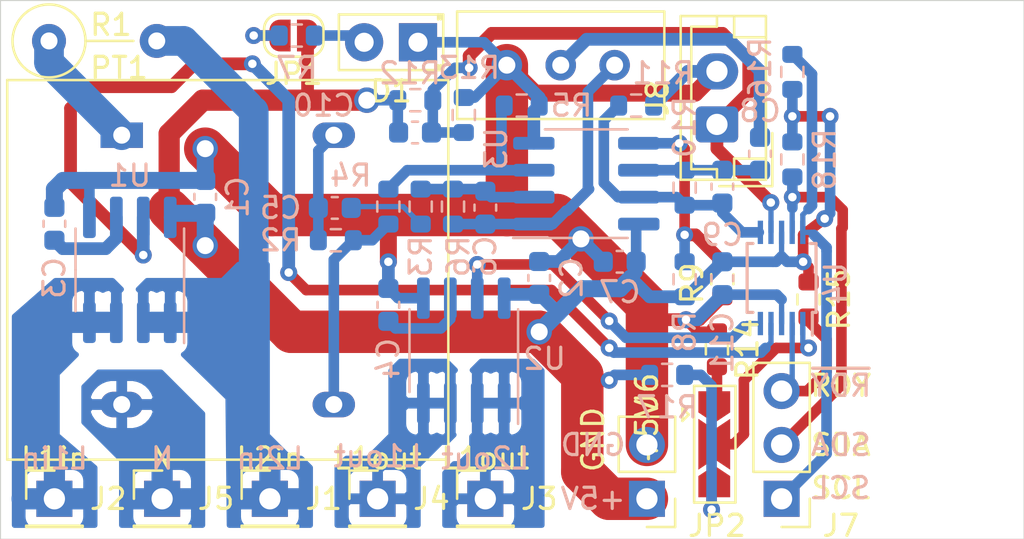
<source format=kicad_pcb>
(kicad_pcb (version 20171130) (host pcbnew "(5.1.8)-1")

  (general
    (thickness 1.6)
    (drawings 27)
    (tracks 296)
    (zones 0)
    (modules 46)
    (nets 32)
  )

  (page A4)
  (layers
    (0 F.Cu signal hide)
    (31 B.Cu signal)
    (32 B.Adhes user hide)
    (33 F.Adhes user hide)
    (34 B.Paste user hide)
    (35 F.Paste user hide)
    (36 B.SilkS user)
    (37 F.SilkS user hide)
    (38 B.Mask user hide)
    (39 F.Mask user hide)
    (40 Dwgs.User user hide)
    (41 Cmts.User user hide)
    (42 Eco1.User user hide)
    (43 Eco2.User user hide)
    (44 Edge.Cuts user)
    (45 Margin user hide)
    (46 B.CrtYd user)
    (47 F.CrtYd user hide)
    (48 B.Fab user hide)
    (49 F.Fab user hide)
  )

  (setup
    (last_trace_width 0.5)
    (user_trace_width 0.5)
    (user_trace_width 0.6)
    (user_trace_width 0.7)
    (user_trace_width 0.8)
    (user_trace_width 1)
    (user_trace_width 1.4)
    (user_trace_width 2)
    (trace_clearance 0.2)
    (zone_clearance 0.508)
    (zone_45_only yes)
    (trace_min 0.2)
    (via_size 0.8)
    (via_drill 0.4)
    (via_min_size 0.4)
    (via_min_drill 0.3)
    (user_via 0.8 0.4)
    (user_via 1 0.6)
    (user_via 1.2 0.8)
    (user_via 1.3 1)
    (user_via 2.6 1.8)
    (uvia_size 0.3)
    (uvia_drill 0.1)
    (uvias_allowed no)
    (uvia_min_size 0.2)
    (uvia_min_drill 0.1)
    (edge_width 0.05)
    (segment_width 0.2)
    (pcb_text_width 0.3)
    (pcb_text_size 1.5 1.5)
    (mod_edge_width 0.12)
    (mod_text_size 1 1)
    (mod_text_width 0.15)
    (pad_size 1.95 0.6)
    (pad_drill 0)
    (pad_to_mask_clearance 0)
    (aux_axis_origin 66.04 83.185)
    (grid_origin 66.04 83.185)
    (visible_elements 7FFFFFFF)
    (pcbplotparams
      (layerselection 0x010fc_ffffffff)
      (usegerberextensions true)
      (usegerberattributes true)
      (usegerberadvancedattributes true)
      (creategerberjobfile false)
      (excludeedgelayer true)
      (linewidth 0.100000)
      (plotframeref false)
      (viasonmask false)
      (mode 1)
      (useauxorigin false)
      (hpglpennumber 1)
      (hpglpenspeed 20)
      (hpglpendiameter 15.000000)
      (psnegative false)
      (psa4output false)
      (plotreference true)
      (plotvalue true)
      (plotinvisibletext false)
      (padsonsilk false)
      (subtractmaskfromsilk false)
      (outputformat 1)
      (mirror false)
      (drillshape 0)
      (scaleselection 1)
      (outputdirectory "Gerbers/"))
  )

  (net 0 "")
  (net 1 GND)
  (net 2 +5VP)
  (net 3 "Net-(C3-Pad1)")
  (net 4 "Net-(C4-Pad1)")
  (net 5 "Net-(C6-Pad2)")
  (net 6 "Net-(C6-Pad1)")
  (net 7 "Net-(PT1-Pad3)")
  (net 8 "Net-(PT1-Pad1)")
  (net 9 "Net-(R4-Pad1)")
  (net 10 "Net-(R8-Pad1)")
  (net 11 "Net-(C5-Pad2)")
  (net 12 "Net-(C5-Pad1)")
  (net 13 "Net-(C8-Pad1)")
  (net 14 /L1)
  (net 15 /I_L1)
  (net 16 /N1)
  (net 17 /~RDY)
  (net 18 /SCL)
  (net 19 /SDA)
  (net 20 /I_L2)
  (net 21 /L1in)
  (net 22 /L2)
  (net 23 /L2in)
  (net 24 "Net-(C8-Pad2)")
  (net 25 /U_th)
  (net 26 "Net-(D1-Pad2)")
  (net 27 "Net-(JP1-Pad2)")
  (net 28 "Net-(JP2-Pad3)")
  (net 29 "Net-(JP2-Pad2)")
  (net 30 "Net-(JP2-Pad1)")
  (net 31 /U_L1)

  (net_class Default "This is the default net class."
    (clearance 0.2)
    (trace_width 0.25)
    (via_dia 0.8)
    (via_drill 0.4)
    (uvia_dia 0.3)
    (uvia_drill 0.1)
    (add_net +5VP)
    (add_net /I_L1)
    (add_net /I_L2)
    (add_net /L1)
    (add_net /L1in)
    (add_net /L2)
    (add_net /L2in)
    (add_net /N1)
    (add_net /SCL)
    (add_net /SDA)
    (add_net /U_L1)
    (add_net /U_th)
    (add_net /~RDY)
    (add_net GND)
    (add_net "Net-(C3-Pad1)")
    (add_net "Net-(C4-Pad1)")
    (add_net "Net-(C5-Pad1)")
    (add_net "Net-(C5-Pad2)")
    (add_net "Net-(C6-Pad1)")
    (add_net "Net-(C6-Pad2)")
    (add_net "Net-(C8-Pad1)")
    (add_net "Net-(C8-Pad2)")
    (add_net "Net-(D1-Pad2)")
    (add_net "Net-(JP1-Pad2)")
    (add_net "Net-(JP2-Pad1)")
    (add_net "Net-(JP2-Pad2)")
    (add_net "Net-(JP2-Pad3)")
    (add_net "Net-(PT1-Pad1)")
    (add_net "Net-(PT1-Pad3)")
    (add_net "Net-(R4-Pad1)")
    (add_net "Net-(R8-Pad1)")
  )

  (net_class AC220V ""
    (clearance 2)
    (trace_width 2)
    (via_dia 2.6)
    (via_drill 1.8)
    (uvia_dia 1.3)
    (uvia_drill 0.9)
  )

  (net_class DC5V ""
    (clearance 0.2)
    (trace_width 2)
    (via_dia 2.6)
    (via_drill 1.8)
    (uvia_dia 1.3)
    (uvia_drill 0.9)
  )

  (net_class x2 ""
    (clearance 0.4)
    (trace_width 0.5)
    (via_dia 1.6)
    (via_drill 0.8)
    (uvia_dia 0.6)
    (uvia_drill 0.2)
    (diff_pair_width 0.4)
    (diff_pair_gap 0.5)
  )

  (net_class x4 ""
    (clearance 0.8)
    (trace_width 1)
    (via_dia 3.2)
    (via_drill 1.6)
    (uvia_dia 1.2)
    (uvia_drill 0.4)
    (diff_pair_width 0.8)
    (diff_pair_gap 1)
  )

  (module Package_SO:TSSOP-10_3x3mm_P0.5mm (layer B.Cu) (tedit 5F3E4A84) (tstamp 5FCE13BF)
    (at 100.33 72.771 90)
    (descr "TSSOP10: plastic thin shrink small outline package; 10 leads; body width 3 mm; (see NXP SSOP-TSSOP-VSO-REFLOW.pdf and sot552-1_po.pdf)")
    (tags "SSOP 0.5")
    (path /5FD287D9)
    (attr smd)
    (fp_text reference U4 (at -0.254 2.55 270) (layer B.SilkS)
      (effects (font (size 1 1) (thickness 0.15)) (justify mirror))
    )
    (fp_text value ADS1115IDGS (at 0 -2.55 270) (layer B.Fab)
      (effects (font (size 1 1) (thickness 0.15)) (justify mirror))
    )
    (fp_text user %R (at 0 0 270) (layer B.Fab)
      (effects (font (size 0.6 0.6) (thickness 0.1)) (justify mirror))
    )
    (fp_line (start -1.625 1.45) (end -2.7 1.45) (layer B.SilkS) (width 0.15))
    (fp_line (start -1.625 -1.625) (end 1.625 -1.625) (layer B.SilkS) (width 0.15))
    (fp_line (start -1.625 1.625) (end 1.625 1.625) (layer B.SilkS) (width 0.15))
    (fp_line (start -1.625 -1.625) (end -1.625 -1.35) (layer B.SilkS) (width 0.15))
    (fp_line (start 1.625 -1.625) (end 1.625 -1.35) (layer B.SilkS) (width 0.15))
    (fp_line (start 1.625 1.625) (end 1.625 1.35) (layer B.SilkS) (width 0.15))
    (fp_line (start -1.625 1.625) (end -1.625 1.45) (layer B.SilkS) (width 0.15))
    (fp_line (start -2.95 -1.8) (end 2.95 -1.8) (layer B.CrtYd) (width 0.05))
    (fp_line (start -2.95 1.8) (end 2.95 1.8) (layer B.CrtYd) (width 0.05))
    (fp_line (start 2.95 1.8) (end 2.95 -1.8) (layer B.CrtYd) (width 0.05))
    (fp_line (start -2.95 1.8) (end -2.95 -1.8) (layer B.CrtYd) (width 0.05))
    (fp_line (start -1.5 0.5) (end -0.5 1.5) (layer B.Fab) (width 0.1))
    (fp_line (start -1.5 -1.5) (end -1.5 0.5) (layer B.Fab) (width 0.1))
    (fp_line (start 1.5 -1.5) (end -1.5 -1.5) (layer B.Fab) (width 0.1))
    (fp_line (start 1.5 1.5) (end 1.5 -1.5) (layer B.Fab) (width 0.1))
    (fp_line (start -0.5 1.5) (end 1.5 1.5) (layer B.Fab) (width 0.1))
    (pad 10 smd rect (at 2.15 1 90) (size 1.1 0.25) (layers B.Cu B.Paste B.Mask)
      (net 18 /SCL))
    (pad 9 smd rect (at 2.15 0.5 90) (size 1.1 0.25) (layers B.Cu B.Paste B.Mask)
      (net 19 /SDA))
    (pad 8 smd rect (at 2.15 0 90) (size 1.1 0.25) (layers B.Cu B.Paste B.Mask)
      (net 2 +5VP))
    (pad 7 smd rect (at 2.15 -0.5 90) (size 1.1 0.25) (layers B.Cu B.Paste B.Mask)
      (net 25 /U_th))
    (pad 6 smd rect (at 2.15 -1 90) (size 1.1 0.25) (layers B.Cu B.Paste B.Mask)
      (net 31 /U_L1))
    (pad 5 smd rect (at -2.15 -1 90) (size 1.1 0.25) (layers B.Cu B.Paste B.Mask)
      (net 20 /I_L2))
    (pad 4 smd rect (at -2.15 -0.5 90) (size 1.1 0.25) (layers B.Cu B.Paste B.Mask)
      (net 15 /I_L1))
    (pad 3 smd rect (at -2.15 0 90) (size 1.1 0.25) (layers B.Cu B.Paste B.Mask)
      (net 1 GND))
    (pad 2 smd rect (at -2.15 0.5 90) (size 1.1 0.25) (layers B.Cu B.Paste B.Mask)
      (net 17 /~RDY))
    (pad 1 smd rect (at -2.15 1 90) (size 1.1 0.25) (layers B.Cu B.Paste B.Mask)
      (net 29 "Net-(JP2-Pad2)"))
    (model ${KISYS3DMOD}/Package_SO.3dshapes/TSSOP-10_3x3mm_P0.5mm.wrl
      (at (xyz 0 0 0))
      (scale (xyz 1 1 1))
      (rotate (xyz 0 0 0))
    )
  )

  (module Potentiometer_THT:Potentiometer_Bourns_3296W_Vertical locked (layer F.Cu) (tedit 5A3D4994) (tstamp 5FCE130A)
    (at 92.456 62.738)
    (descr "Potentiometer, vertical, Bourns 3296W, https://www.bourns.com/pdfs/3296.pdf")
    (tags "Potentiometer vertical Bourns 3296W")
    (path /5FC7FF58)
    (fp_text reference RV1 (at -2.54 -3.66) (layer F.SilkS)
      (effects (font (size 1 1) (thickness 0.15)))
    )
    (fp_text value 10k (at -2.54 3.67) (layer F.Fab)
      (effects (font (size 1 1) (thickness 0.15)))
    )
    (fp_text user %R (at -3.175 0.005) (layer F.Fab)
      (effects (font (size 1 1) (thickness 0.15)))
    )
    (fp_circle (center 0.955 1.15) (end 2.05 1.15) (layer F.Fab) (width 0.1))
    (fp_line (start -7.305 -2.41) (end -7.305 2.42) (layer F.Fab) (width 0.1))
    (fp_line (start -7.305 2.42) (end 2.225 2.42) (layer F.Fab) (width 0.1))
    (fp_line (start 2.225 2.42) (end 2.225 -2.41) (layer F.Fab) (width 0.1))
    (fp_line (start 2.225 -2.41) (end -7.305 -2.41) (layer F.Fab) (width 0.1))
    (fp_line (start 0.955 2.235) (end 0.956 0.066) (layer F.Fab) (width 0.1))
    (fp_line (start 0.955 2.235) (end 0.956 0.066) (layer F.Fab) (width 0.1))
    (fp_line (start -7.425 -2.53) (end 2.345 -2.53) (layer F.SilkS) (width 0.12))
    (fp_line (start -7.425 2.54) (end 2.345 2.54) (layer F.SilkS) (width 0.12))
    (fp_line (start -7.425 -2.53) (end -7.425 2.54) (layer F.SilkS) (width 0.12))
    (fp_line (start 2.345 -2.53) (end 2.345 2.54) (layer F.SilkS) (width 0.12))
    (fp_line (start -7.6 -2.7) (end -7.6 2.7) (layer F.CrtYd) (width 0.05))
    (fp_line (start -7.6 2.7) (end 2.5 2.7) (layer F.CrtYd) (width 0.05))
    (fp_line (start 2.5 2.7) (end 2.5 -2.7) (layer F.CrtYd) (width 0.05))
    (fp_line (start 2.5 -2.7) (end -7.6 -2.7) (layer F.CrtYd) (width 0.05))
    (pad 3 thru_hole circle (at -5.08 0) (size 1.44 1.44) (drill 0.8) (layers *.Cu *.Mask)
      (net 1 GND))
    (pad 2 thru_hole circle (at -2.54 0) (size 1.44 1.44) (drill 0.8) (layers *.Cu *.Mask)
      (net 24 "Net-(C8-Pad2)"))
    (pad 1 thru_hole circle (at 0 0) (size 1.44 1.44) (drill 0.8) (layers *.Cu *.Mask)
      (net 6 "Net-(C6-Pad1)"))
    (model ${KISYS3DMOD}/Potentiometer_THT.3dshapes/Potentiometer_Bourns_3296W_Vertical.wrl
      (at (xyz 0 0 0))
      (scale (xyz 1 1 1))
      (rotate (xyz 0 0 0))
    )
  )

  (module Resistor_SMD:R_0603_1608Metric (layer B.Cu) (tedit 5F68FEEE) (tstamp 5FCE12D3)
    (at 94.933 77.343 180)
    (descr "Resistor SMD 0603 (1608 Metric), square (rectangular) end terminal, IPC_7351 nominal, (Body size source: IPC-SM-782 page 72, https://www.pcb-3d.com/wordpress/wp-content/uploads/ipc-sm-782a_amendment_1_and_2.pdf), generated with kicad-footprint-generator")
    (tags resistor)
    (path /5FFBBDF9)
    (attr smd)
    (fp_text reference R17 (at 0 -1.524) (layer B.SilkS)
      (effects (font (size 1 1) (thickness 0.15)) (justify mirror))
    )
    (fp_text value 10k (at 0 -1.43) (layer B.Fab)
      (effects (font (size 1 1) (thickness 0.15)) (justify mirror))
    )
    (fp_text user %R (at 0 0) (layer B.Fab)
      (effects (font (size 0.4 0.4) (thickness 0.06)) (justify mirror))
    )
    (fp_line (start -0.8 -0.4125) (end -0.8 0.4125) (layer B.Fab) (width 0.1))
    (fp_line (start -0.8 0.4125) (end 0.8 0.4125) (layer B.Fab) (width 0.1))
    (fp_line (start 0.8 0.4125) (end 0.8 -0.4125) (layer B.Fab) (width 0.1))
    (fp_line (start 0.8 -0.4125) (end -0.8 -0.4125) (layer B.Fab) (width 0.1))
    (fp_line (start -0.237258 0.5225) (end 0.237258 0.5225) (layer B.SilkS) (width 0.12))
    (fp_line (start -0.237258 -0.5225) (end 0.237258 -0.5225) (layer B.SilkS) (width 0.12))
    (fp_line (start -1.48 -0.73) (end -1.48 0.73) (layer B.CrtYd) (width 0.05))
    (fp_line (start -1.48 0.73) (end 1.48 0.73) (layer B.CrtYd) (width 0.05))
    (fp_line (start 1.48 0.73) (end 1.48 -0.73) (layer B.CrtYd) (width 0.05))
    (fp_line (start 1.48 -0.73) (end -1.48 -0.73) (layer B.CrtYd) (width 0.05))
    (pad 2 smd roundrect (at 0.825 0 180) (size 0.8 0.95) (layers B.Cu B.Paste B.Mask) (roundrect_rratio 0.25)
      (net 2 +5VP))
    (pad 1 smd roundrect (at -0.825 0 180) (size 0.8 0.95) (layers B.Cu B.Paste B.Mask) (roundrect_rratio 0.25)
      (net 28 "Net-(JP2-Pad3)"))
    (model ${KISYS3DMOD}/Resistor_SMD.3dshapes/R_0603_1608Metric.wrl
      (at (xyz 0 0 0))
      (scale (xyz 1 1 1))
      (rotate (xyz 0 0 0))
    )
  )

  (module Resistor_SMD:R_0603_1608Metric (layer F.Cu) (tedit 5F68FEEE) (tstamp 5FCE12A2)
    (at 101.6 73.787 270)
    (descr "Resistor SMD 0603 (1608 Metric), square (rectangular) end terminal, IPC_7351 nominal, (Body size source: IPC-SM-782 page 72, https://www.pcb-3d.com/wordpress/wp-content/uploads/ipc-sm-782a_amendment_1_and_2.pdf), generated with kicad-footprint-generator")
    (tags resistor)
    (path /5FD3BE0E)
    (attr smd)
    (fp_text reference R15 (at 0 -1.43 90) (layer F.SilkS)
      (effects (font (size 1 1) (thickness 0.15)))
    )
    (fp_text value 10k (at 0 1.43 90) (layer F.Fab)
      (effects (font (size 1 1) (thickness 0.15)))
    )
    (fp_text user %R (at 0 0 90) (layer F.Fab)
      (effects (font (size 0.4 0.4) (thickness 0.06)))
    )
    (fp_line (start -0.8 0.4125) (end -0.8 -0.4125) (layer F.Fab) (width 0.1))
    (fp_line (start -0.8 -0.4125) (end 0.8 -0.4125) (layer F.Fab) (width 0.1))
    (fp_line (start 0.8 -0.4125) (end 0.8 0.4125) (layer F.Fab) (width 0.1))
    (fp_line (start 0.8 0.4125) (end -0.8 0.4125) (layer F.Fab) (width 0.1))
    (fp_line (start -0.237258 -0.5225) (end 0.237258 -0.5225) (layer F.SilkS) (width 0.12))
    (fp_line (start -0.237258 0.5225) (end 0.237258 0.5225) (layer F.SilkS) (width 0.12))
    (fp_line (start -1.48 0.73) (end -1.48 -0.73) (layer F.CrtYd) (width 0.05))
    (fp_line (start -1.48 -0.73) (end 1.48 -0.73) (layer F.CrtYd) (width 0.05))
    (fp_line (start 1.48 -0.73) (end 1.48 0.73) (layer F.CrtYd) (width 0.05))
    (fp_line (start 1.48 0.73) (end -1.48 0.73) (layer F.CrtYd) (width 0.05))
    (pad 2 smd roundrect (at 0.825 0 270) (size 0.8 0.95) (layers F.Cu F.Paste F.Mask) (roundrect_rratio 0.25)
      (net 17 /~RDY))
    (pad 1 smd roundrect (at -0.825 0 270) (size 0.8 0.95) (layers F.Cu F.Paste F.Mask) (roundrect_rratio 0.25)
      (net 2 +5VP))
    (model ${KISYS3DMOD}/Resistor_SMD.3dshapes/R_0603_1608Metric.wrl
      (at (xyz 0 0 0))
      (scale (xyz 1 1 1))
      (rotate (xyz 0 0 0))
    )
  )

  (module Resistor_SMD:R_0603_1608Metric (layer F.Cu) (tedit 5F68FEEE) (tstamp 5FCE1291)
    (at 97.282 76.136 270)
    (descr "Resistor SMD 0603 (1608 Metric), square (rectangular) end terminal, IPC_7351 nominal, (Body size source: IPC-SM-782 page 72, https://www.pcb-3d.com/wordpress/wp-content/uploads/ipc-sm-782a_amendment_1_and_2.pdf), generated with kicad-footprint-generator")
    (tags resistor)
    (path /5FD50C6C)
    (attr smd)
    (fp_text reference R14 (at 0 -1.43 90) (layer F.SilkS)
      (effects (font (size 1 1) (thickness 0.15)))
    )
    (fp_text value 10k (at 0 1.43 90) (layer F.Fab)
      (effects (font (size 1 1) (thickness 0.15)))
    )
    (fp_text user %R (at 0.254 0 90) (layer F.Fab)
      (effects (font (size 0.4 0.4) (thickness 0.06)))
    )
    (fp_line (start -0.8 0.4125) (end -0.8 -0.4125) (layer F.Fab) (width 0.1))
    (fp_line (start -0.8 -0.4125) (end 0.8 -0.4125) (layer F.Fab) (width 0.1))
    (fp_line (start 0.8 -0.4125) (end 0.8 0.4125) (layer F.Fab) (width 0.1))
    (fp_line (start 0.8 0.4125) (end -0.8 0.4125) (layer F.Fab) (width 0.1))
    (fp_line (start -0.237258 -0.5225) (end 0.237258 -0.5225) (layer F.SilkS) (width 0.12))
    (fp_line (start -0.237258 0.5225) (end 0.237258 0.5225) (layer F.SilkS) (width 0.12))
    (fp_line (start -1.48 0.73) (end -1.48 -0.73) (layer F.CrtYd) (width 0.05))
    (fp_line (start -1.48 -0.73) (end 1.48 -0.73) (layer F.CrtYd) (width 0.05))
    (fp_line (start 1.48 -0.73) (end 1.48 0.73) (layer F.CrtYd) (width 0.05))
    (fp_line (start 1.48 0.73) (end -1.48 0.73) (layer F.CrtYd) (width 0.05))
    (pad 2 smd roundrect (at 0.825 0 270) (size 0.8 0.95) (layers F.Cu F.Paste F.Mask) (roundrect_rratio 0.25)
      (net 30 "Net-(JP2-Pad1)"))
    (pad 1 smd roundrect (at -0.825 0 270) (size 0.8 0.95) (layers F.Cu F.Paste F.Mask) (roundrect_rratio 0.25)
      (net 1 GND))
    (model ${KISYS3DMOD}/Resistor_SMD.3dshapes/R_0603_1608Metric.wrl
      (at (xyz 0 0 0))
      (scale (xyz 1 1 1))
      (rotate (xyz 0 0 0))
    )
  )

  (module Resistor_SMD:R_0603_1608Metric (layer B.Cu) (tedit 5F68FEEE) (tstamp 5FCE1280)
    (at 85.344 65.088 90)
    (descr "Resistor SMD 0603 (1608 Metric), square (rectangular) end terminal, IPC_7351 nominal, (Body size source: IPC-SM-782 page 72, https://www.pcb-3d.com/wordpress/wp-content/uploads/ipc-sm-782a_amendment_1_and_2.pdf), generated with kicad-footprint-generator")
    (tags resistor)
    (path /5FDA5B30)
    (attr smd)
    (fp_text reference R13 (at 2.223 0.254 180) (layer B.SilkS)
      (effects (font (size 1 1) (thickness 0.15)) (justify mirror))
    )
    (fp_text value 10k (at 0 -1.43 90) (layer B.Fab)
      (effects (font (size 1 1) (thickness 0.15)) (justify mirror))
    )
    (fp_text user %R (at 0 0 90) (layer B.Fab)
      (effects (font (size 0.4 0.4) (thickness 0.06)) (justify mirror))
    )
    (fp_line (start -0.8 -0.4125) (end -0.8 0.4125) (layer B.Fab) (width 0.1))
    (fp_line (start -0.8 0.4125) (end 0.8 0.4125) (layer B.Fab) (width 0.1))
    (fp_line (start 0.8 0.4125) (end 0.8 -0.4125) (layer B.Fab) (width 0.1))
    (fp_line (start 0.8 -0.4125) (end -0.8 -0.4125) (layer B.Fab) (width 0.1))
    (fp_line (start -0.237258 0.5225) (end 0.237258 0.5225) (layer B.SilkS) (width 0.12))
    (fp_line (start -0.237258 -0.5225) (end 0.237258 -0.5225) (layer B.SilkS) (width 0.12))
    (fp_line (start -1.48 -0.73) (end -1.48 0.73) (layer B.CrtYd) (width 0.05))
    (fp_line (start -1.48 0.73) (end 1.48 0.73) (layer B.CrtYd) (width 0.05))
    (fp_line (start 1.48 0.73) (end 1.48 -0.73) (layer B.CrtYd) (width 0.05))
    (fp_line (start 1.48 -0.73) (end -1.48 -0.73) (layer B.CrtYd) (width 0.05))
    (pad 2 smd roundrect (at 0.825 0 90) (size 0.8 0.95) (layers B.Cu B.Paste B.Mask) (roundrect_rratio 0.25)
      (net 1 GND))
    (pad 1 smd roundrect (at -0.825 0 90) (size 0.8 0.95) (layers B.Cu B.Paste B.Mask) (roundrect_rratio 0.25)
      (net 25 /U_th))
    (model ${KISYS3DMOD}/Resistor_SMD.3dshapes/R_0603_1608Metric.wrl
      (at (xyz 0 0 0))
      (scale (xyz 1 1 1))
      (rotate (xyz 0 0 0))
    )
  )

  (module Resistor_SMD:R_0603_1608Metric (layer B.Cu) (tedit 5F68FEEE) (tstamp 5FCE126F)
    (at 83.058 64.389)
    (descr "Resistor SMD 0603 (1608 Metric), square (rectangular) end terminal, IPC_7351 nominal, (Body size source: IPC-SM-782 page 72, https://www.pcb-3d.com/wordpress/wp-content/uploads/ipc-sm-782a_amendment_1_and_2.pdf), generated with kicad-footprint-generator")
    (tags resistor)
    (path /5FDA5B36)
    (attr smd)
    (fp_text reference R12 (at -0.254 -1.27) (layer B.SilkS)
      (effects (font (size 1 1) (thickness 0.15)) (justify mirror))
    )
    (fp_text value 10k (at 0 -1.43) (layer B.Fab)
      (effects (font (size 1 1) (thickness 0.15)) (justify mirror))
    )
    (fp_text user %R (at 0 0) (layer B.Fab)
      (effects (font (size 0.4 0.4) (thickness 0.06)) (justify mirror))
    )
    (fp_line (start -0.8 -0.4125) (end -0.8 0.4125) (layer B.Fab) (width 0.1))
    (fp_line (start -0.8 0.4125) (end 0.8 0.4125) (layer B.Fab) (width 0.1))
    (fp_line (start 0.8 0.4125) (end 0.8 -0.4125) (layer B.Fab) (width 0.1))
    (fp_line (start 0.8 -0.4125) (end -0.8 -0.4125) (layer B.Fab) (width 0.1))
    (fp_line (start -0.237258 0.5225) (end 0.237258 0.5225) (layer B.SilkS) (width 0.12))
    (fp_line (start -0.237258 -0.5225) (end 0.237258 -0.5225) (layer B.SilkS) (width 0.12))
    (fp_line (start -1.48 -0.73) (end -1.48 0.73) (layer B.CrtYd) (width 0.05))
    (fp_line (start -1.48 0.73) (end 1.48 0.73) (layer B.CrtYd) (width 0.05))
    (fp_line (start 1.48 0.73) (end 1.48 -0.73) (layer B.CrtYd) (width 0.05))
    (fp_line (start 1.48 -0.73) (end -1.48 -0.73) (layer B.CrtYd) (width 0.05))
    (pad 2 smd roundrect (at 0.825 0) (size 0.8 0.95) (layers B.Cu B.Paste B.Mask) (roundrect_rratio 0.25)
      (net 25 /U_th))
    (pad 1 smd roundrect (at -0.825 0) (size 0.8 0.95) (layers B.Cu B.Paste B.Mask) (roundrect_rratio 0.25)
      (net 2 +5VP))
    (model ${KISYS3DMOD}/Resistor_SMD.3dshapes/R_0603_1608Metric.wrl
      (at (xyz 0 0 0))
      (scale (xyz 1 1 1))
      (rotate (xyz 0 0 0))
    )
  )

  (module Resistor_SMD:R_0603_1608Metric (layer B.Cu) (tedit 5F68FEEE) (tstamp 5FCE125E)
    (at 93.472 64.643)
    (descr "Resistor SMD 0603 (1608 Metric), square (rectangular) end terminal, IPC_7351 nominal, (Body size source: IPC-SM-782 page 72, https://www.pcb-3d.com/wordpress/wp-content/uploads/ipc-sm-782a_amendment_1_and_2.pdf), generated with kicad-footprint-generator")
    (tags resistor)
    (path /5FC94693)
    (attr smd)
    (fp_text reference R11 (at 1.27 -1.524) (layer B.SilkS)
      (effects (font (size 1 1) (thickness 0.15)) (justify mirror))
    )
    (fp_text value 10k (at 0 -1.43) (layer B.Fab)
      (effects (font (size 1 1) (thickness 0.15)) (justify mirror))
    )
    (fp_text user %R (at 0 0) (layer B.Fab)
      (effects (font (size 0.4 0.4) (thickness 0.06)) (justify mirror))
    )
    (fp_line (start -0.8 -0.4125) (end -0.8 0.4125) (layer B.Fab) (width 0.1))
    (fp_line (start -0.8 0.4125) (end 0.8 0.4125) (layer B.Fab) (width 0.1))
    (fp_line (start 0.8 0.4125) (end 0.8 -0.4125) (layer B.Fab) (width 0.1))
    (fp_line (start 0.8 -0.4125) (end -0.8 -0.4125) (layer B.Fab) (width 0.1))
    (fp_line (start -0.237258 0.5225) (end 0.237258 0.5225) (layer B.SilkS) (width 0.12))
    (fp_line (start -0.237258 -0.5225) (end 0.237258 -0.5225) (layer B.SilkS) (width 0.12))
    (fp_line (start -1.48 -0.73) (end -1.48 0.73) (layer B.CrtYd) (width 0.05))
    (fp_line (start -1.48 0.73) (end 1.48 0.73) (layer B.CrtYd) (width 0.05))
    (fp_line (start 1.48 0.73) (end 1.48 -0.73) (layer B.CrtYd) (width 0.05))
    (fp_line (start 1.48 -0.73) (end -1.48 -0.73) (layer B.CrtYd) (width 0.05))
    (pad 2 smd roundrect (at 0.825 0) (size 0.8 0.95) (layers B.Cu B.Paste B.Mask) (roundrect_rratio 0.25)
      (net 1 GND))
    (pad 1 smd roundrect (at -0.825 0) (size 0.8 0.95) (layers B.Cu B.Paste B.Mask) (roundrect_rratio 0.25)
      (net 31 /U_L1))
    (model ${KISYS3DMOD}/Resistor_SMD.3dshapes/R_0603_1608Metric.wrl
      (at (xyz 0 0 0))
      (scale (xyz 1 1 1))
      (rotate (xyz 0 0 0))
    )
  )

  (module Resistor_SMD:R_0603_1608Metric (layer B.Cu) (tedit 5F68FEEE) (tstamp 5FCE124D)
    (at 95.758 68.516 90)
    (descr "Resistor SMD 0603 (1608 Metric), square (rectangular) end terminal, IPC_7351 nominal, (Body size source: IPC-SM-782 page 72, https://www.pcb-3d.com/wordpress/wp-content/uploads/ipc-sm-782a_amendment_1_and_2.pdf), generated with kicad-footprint-generator")
    (tags resistor)
    (path /5FC856E2)
    (attr smd)
    (fp_text reference R10 (at 2.857 0 270) (layer B.SilkS)
      (effects (font (size 1 1) (thickness 0.15)) (justify mirror))
    )
    (fp_text value 10k (at 0 -1.43 90) (layer B.Fab)
      (effects (font (size 1 1) (thickness 0.15)) (justify mirror))
    )
    (fp_text user %R (at 0 0 90) (layer B.Fab)
      (effects (font (size 0.4 0.4) (thickness 0.06)) (justify mirror))
    )
    (fp_line (start -0.8 -0.4125) (end -0.8 0.4125) (layer B.Fab) (width 0.1))
    (fp_line (start -0.8 0.4125) (end 0.8 0.4125) (layer B.Fab) (width 0.1))
    (fp_line (start 0.8 0.4125) (end 0.8 -0.4125) (layer B.Fab) (width 0.1))
    (fp_line (start 0.8 -0.4125) (end -0.8 -0.4125) (layer B.Fab) (width 0.1))
    (fp_line (start -0.237258 0.5225) (end 0.237258 0.5225) (layer B.SilkS) (width 0.12))
    (fp_line (start -0.237258 -0.5225) (end 0.237258 -0.5225) (layer B.SilkS) (width 0.12))
    (fp_line (start -1.48 -0.73) (end -1.48 0.73) (layer B.CrtYd) (width 0.05))
    (fp_line (start -1.48 0.73) (end 1.48 0.73) (layer B.CrtYd) (width 0.05))
    (fp_line (start 1.48 0.73) (end 1.48 -0.73) (layer B.CrtYd) (width 0.05))
    (fp_line (start 1.48 -0.73) (end -1.48 -0.73) (layer B.CrtYd) (width 0.05))
    (pad 2 smd roundrect (at 0.825 0 90) (size 0.8 0.95) (layers B.Cu B.Paste B.Mask) (roundrect_rratio 0.25)
      (net 13 "Net-(C8-Pad1)"))
    (pad 1 smd roundrect (at -0.825 0 90) (size 0.8 0.95) (layers B.Cu B.Paste B.Mask) (roundrect_rratio 0.25)
      (net 31 /U_L1))
    (model ${KISYS3DMOD}/Resistor_SMD.3dshapes/R_0603_1608Metric.wrl
      (at (xyz 0 0 0))
      (scale (xyz 1 1 1))
      (rotate (xyz 0 0 0))
    )
  )

  (module Resistor_SMD:R_0603_1608Metric (layer F.Cu) (tedit 5F68FEEE) (tstamp 5FCE123C)
    (at 97.536 72.834 90)
    (descr "Resistor SMD 0603 (1608 Metric), square (rectangular) end terminal, IPC_7351 nominal, (Body size source: IPC-SM-782 page 72, https://www.pcb-3d.com/wordpress/wp-content/uploads/ipc-sm-782a_amendment_1_and_2.pdf), generated with kicad-footprint-generator")
    (tags resistor)
    (path /5FC8A4BA)
    (attr smd)
    (fp_text reference R9 (at -0.191 -1.43 270) (layer F.SilkS)
      (effects (font (size 1 1) (thickness 0.15)))
    )
    (fp_text value 10k (at 0 1.43 270) (layer F.Fab)
      (effects (font (size 1 1) (thickness 0.15)))
    )
    (fp_text user %R (at 0 0 270) (layer F.Fab)
      (effects (font (size 0.4 0.4) (thickness 0.06)))
    )
    (fp_line (start -0.8 0.4125) (end -0.8 -0.4125) (layer F.Fab) (width 0.1))
    (fp_line (start -0.8 -0.4125) (end 0.8 -0.4125) (layer F.Fab) (width 0.1))
    (fp_line (start 0.8 -0.4125) (end 0.8 0.4125) (layer F.Fab) (width 0.1))
    (fp_line (start 0.8 0.4125) (end -0.8 0.4125) (layer F.Fab) (width 0.1))
    (fp_line (start -0.237258 -0.5225) (end 0.237258 -0.5225) (layer F.SilkS) (width 0.12))
    (fp_line (start -0.237258 0.5225) (end 0.237258 0.5225) (layer F.SilkS) (width 0.12))
    (fp_line (start -1.48 0.73) (end -1.48 -0.73) (layer F.CrtYd) (width 0.05))
    (fp_line (start -1.48 -0.73) (end 1.48 -0.73) (layer F.CrtYd) (width 0.05))
    (fp_line (start 1.48 -0.73) (end 1.48 0.73) (layer F.CrtYd) (width 0.05))
    (fp_line (start 1.48 0.73) (end -1.48 0.73) (layer F.CrtYd) (width 0.05))
    (pad 2 smd roundrect (at 0.825 0 90) (size 0.8 0.95) (layers F.Cu F.Paste F.Mask) (roundrect_rratio 0.25)
      (net 10 "Net-(R8-Pad1)"))
    (pad 1 smd roundrect (at -0.825 0 90) (size 0.8 0.95) (layers F.Cu F.Paste F.Mask) (roundrect_rratio 0.25)
      (net 1 GND))
    (model ${KISYS3DMOD}/Resistor_SMD.3dshapes/R_0603_1608Metric.wrl
      (at (xyz 0 0 0))
      (scale (xyz 1 1 1))
      (rotate (xyz 0 0 0))
    )
  )

  (module Resistor_SMD:R_0603_1608Metric (layer B.Cu) (tedit 5F68FEEE) (tstamp 5FCE122B)
    (at 95.758 72.834 270)
    (descr "Resistor SMD 0603 (1608 Metric), square (rectangular) end terminal, IPC_7351 nominal, (Body size source: IPC-SM-782 page 72, https://www.pcb-3d.com/wordpress/wp-content/uploads/ipc-sm-782a_amendment_1_and_2.pdf), generated with kicad-footprint-generator")
    (tags resistor)
    (path /5FC90DD4)
    (attr smd)
    (fp_text reference R8 (at 2.477 0 90) (layer B.SilkS)
      (effects (font (size 1 1) (thickness 0.15)) (justify mirror))
    )
    (fp_text value 10k (at 0 -1.43 90) (layer B.Fab)
      (effects (font (size 1 1) (thickness 0.15)) (justify mirror))
    )
    (fp_text user %R (at 0 0 90) (layer B.Fab)
      (effects (font (size 0.4 0.4) (thickness 0.06)) (justify mirror))
    )
    (fp_line (start -0.8 -0.4125) (end -0.8 0.4125) (layer B.Fab) (width 0.1))
    (fp_line (start -0.8 0.4125) (end 0.8 0.4125) (layer B.Fab) (width 0.1))
    (fp_line (start 0.8 0.4125) (end 0.8 -0.4125) (layer B.Fab) (width 0.1))
    (fp_line (start 0.8 -0.4125) (end -0.8 -0.4125) (layer B.Fab) (width 0.1))
    (fp_line (start -0.237258 0.5225) (end 0.237258 0.5225) (layer B.SilkS) (width 0.12))
    (fp_line (start -0.237258 -0.5225) (end 0.237258 -0.5225) (layer B.SilkS) (width 0.12))
    (fp_line (start -1.48 -0.73) (end -1.48 0.73) (layer B.CrtYd) (width 0.05))
    (fp_line (start -1.48 0.73) (end 1.48 0.73) (layer B.CrtYd) (width 0.05))
    (fp_line (start 1.48 0.73) (end 1.48 -0.73) (layer B.CrtYd) (width 0.05))
    (fp_line (start 1.48 -0.73) (end -1.48 -0.73) (layer B.CrtYd) (width 0.05))
    (pad 2 smd roundrect (at 0.825 0 270) (size 0.8 0.95) (layers B.Cu B.Paste B.Mask) (roundrect_rratio 0.25)
      (net 2 +5VP))
    (pad 1 smd roundrect (at -0.825 0 270) (size 0.8 0.95) (layers B.Cu B.Paste B.Mask) (roundrect_rratio 0.25)
      (net 10 "Net-(R8-Pad1)"))
    (model ${KISYS3DMOD}/Resistor_SMD.3dshapes/R_0603_1608Metric.wrl
      (at (xyz 0 0 0))
      (scale (xyz 1 1 1))
      (rotate (xyz 0 0 0))
    )
  )

  (module Resistor_SMD:R_0603_1608Metric (layer B.Cu) (tedit 5F68FEEE) (tstamp 5FCE121A)
    (at 77.47 61.341 180)
    (descr "Resistor SMD 0603 (1608 Metric), square (rectangular) end terminal, IPC_7351 nominal, (Body size source: IPC-SM-782 page 72, https://www.pcb-3d.com/wordpress/wp-content/uploads/ipc-sm-782a_amendment_1_and_2.pdf), generated with kicad-footprint-generator")
    (tags resistor)
    (path /5FC912F0)
    (attr smd)
    (fp_text reference R7 (at 0 -1.524) (layer B.SilkS)
      (effects (font (size 1 1) (thickness 0.15)) (justify mirror))
    )
    (fp_text value 10k (at 0 -1.43) (layer B.Fab)
      (effects (font (size 1 1) (thickness 0.15)) (justify mirror))
    )
    (fp_text user %R (at 0 0) (layer B.Fab)
      (effects (font (size 0.4 0.4) (thickness 0.06)) (justify mirror))
    )
    (fp_line (start -0.8 -0.4125) (end -0.8 0.4125) (layer B.Fab) (width 0.1))
    (fp_line (start -0.8 0.4125) (end 0.8 0.4125) (layer B.Fab) (width 0.1))
    (fp_line (start 0.8 0.4125) (end 0.8 -0.4125) (layer B.Fab) (width 0.1))
    (fp_line (start 0.8 -0.4125) (end -0.8 -0.4125) (layer B.Fab) (width 0.1))
    (fp_line (start -0.237258 0.5225) (end 0.237258 0.5225) (layer B.SilkS) (width 0.12))
    (fp_line (start -0.237258 -0.5225) (end 0.237258 -0.5225) (layer B.SilkS) (width 0.12))
    (fp_line (start -1.48 -0.73) (end -1.48 0.73) (layer B.CrtYd) (width 0.05))
    (fp_line (start -1.48 0.73) (end 1.48 0.73) (layer B.CrtYd) (width 0.05))
    (fp_line (start 1.48 0.73) (end 1.48 -0.73) (layer B.CrtYd) (width 0.05))
    (fp_line (start 1.48 -0.73) (end -1.48 -0.73) (layer B.CrtYd) (width 0.05))
    (pad 2 smd roundrect (at 0.825 0 180) (size 0.8 0.95) (layers B.Cu B.Paste B.Mask) (roundrect_rratio 0.25)
      (net 27 "Net-(JP1-Pad2)"))
    (pad 1 smd roundrect (at -0.825 0 180) (size 0.8 0.95) (layers B.Cu B.Paste B.Mask) (roundrect_rratio 0.25)
      (net 26 "Net-(D1-Pad2)"))
    (model ${KISYS3DMOD}/Resistor_SMD.3dshapes/R_0603_1608Metric.wrl
      (at (xyz 0 0 0))
      (scale (xyz 1 1 1))
      (rotate (xyz 0 0 0))
    )
  )

  (module Resistor_SMD:R_0603_1608Metric (layer B.Cu) (tedit 5F68FEEE) (tstamp 5FCE11E9)
    (at 88.075 64.643)
    (descr "Resistor SMD 0603 (1608 Metric), square (rectangular) end terminal, IPC_7351 nominal, (Body size source: IPC-SM-782 page 72, https://www.pcb-3d.com/wordpress/wp-content/uploads/ipc-sm-782a_amendment_1_and_2.pdf), generated with kicad-footprint-generator")
    (tags resistor)
    (path /5FC7E9E7)
    (attr smd)
    (fp_text reference R5 (at 2.349 0) (layer B.SilkS)
      (effects (font (size 1 1) (thickness 0.15)) (justify mirror))
    )
    (fp_text value 10k (at 0 -1.43) (layer B.Fab)
      (effects (font (size 1 1) (thickness 0.15)) (justify mirror))
    )
    (fp_text user %R (at 0 0) (layer B.Fab)
      (effects (font (size 0.4 0.4) (thickness 0.06)) (justify mirror))
    )
    (fp_line (start -0.8 -0.4125) (end -0.8 0.4125) (layer B.Fab) (width 0.1))
    (fp_line (start -0.8 0.4125) (end 0.8 0.4125) (layer B.Fab) (width 0.1))
    (fp_line (start 0.8 0.4125) (end 0.8 -0.4125) (layer B.Fab) (width 0.1))
    (fp_line (start 0.8 -0.4125) (end -0.8 -0.4125) (layer B.Fab) (width 0.1))
    (fp_line (start -0.237258 0.5225) (end 0.237258 0.5225) (layer B.SilkS) (width 0.12))
    (fp_line (start -0.237258 -0.5225) (end 0.237258 -0.5225) (layer B.SilkS) (width 0.12))
    (fp_line (start -1.48 -0.73) (end -1.48 0.73) (layer B.CrtYd) (width 0.05))
    (fp_line (start -1.48 0.73) (end 1.48 0.73) (layer B.CrtYd) (width 0.05))
    (fp_line (start 1.48 0.73) (end 1.48 -0.73) (layer B.CrtYd) (width 0.05))
    (fp_line (start 1.48 -0.73) (end -1.48 -0.73) (layer B.CrtYd) (width 0.05))
    (pad 2 smd roundrect (at 0.825 0) (size 0.8 0.95) (layers B.Cu B.Paste B.Mask) (roundrect_rratio 0.25)
      (net 1 GND))
    (pad 1 smd roundrect (at -0.825 0) (size 0.8 0.95) (layers B.Cu B.Paste B.Mask) (roundrect_rratio 0.25)
      (net 9 "Net-(R4-Pad1)"))
    (model ${KISYS3DMOD}/Resistor_SMD.3dshapes/R_0603_1608Metric.wrl
      (at (xyz 0 0 0))
      (scale (xyz 1 1 1))
      (rotate (xyz 0 0 0))
    )
  )

  (module Jumper:SolderJumper-3_P2.0mm_Open_TrianglePad1.0x1.5mm (layer F.Cu) (tedit 5A64803D) (tstamp 5FCE113E)
    (at 97.155 80.613 270)
    (descr "SMD Solder Jumper, 1x1.5mm Triangular Pads, 0.3mm gap, open")
    (tags "solder jumper open")
    (path /5FD49A2C)
    (attr virtual)
    (fp_text reference JP2 (at 3.842 -0.127 180) (layer F.SilkS)
      (effects (font (size 1 1) (thickness 0.15)))
    )
    (fp_text value SolderJumper_3_Open (at 0.725 1.925 90) (layer F.Fab)
      (effects (font (size 1 1) (thickness 0.15)))
    )
    (fp_line (start -1.1 1.5) (end -1.4 1.2) (layer F.SilkS) (width 0.12))
    (fp_line (start -1.7 1.5) (end -1.1 1.5) (layer F.SilkS) (width 0.12))
    (fp_line (start -1.4 1.2) (end -1.7 1.5) (layer F.SilkS) (width 0.12))
    (fp_line (start -2.75 0.95) (end -2.75 -1) (layer F.SilkS) (width 0.12))
    (fp_line (start 2.75 0.95) (end -2.75 0.95) (layer F.SilkS) (width 0.12))
    (fp_line (start 2.75 -1) (end 2.75 0.95) (layer F.SilkS) (width 0.12))
    (fp_line (start -2.75 -1) (end 2.75 -1) (layer F.SilkS) (width 0.12))
    (fp_line (start -2.98 -1.27) (end 3 -1.27) (layer F.CrtYd) (width 0.05))
    (fp_line (start -2.98 -1.27) (end -2.98 1.25) (layer F.CrtYd) (width 0.05))
    (fp_line (start 3 1.25) (end 3 -1.27) (layer F.CrtYd) (width 0.05))
    (fp_line (start 3 1.25) (end -2.98 1.25) (layer F.CrtYd) (width 0.05))
    (pad 3 smd custom (at 2 0 90) (size 0.3 0.3) (layers F.Cu F.Mask)
      (net 28 "Net-(JP2-Pad3)") (zone_connect 2)
      (options (clearance outline) (anchor rect))
      (primitives
        (gr_poly (pts
           (xy -0.5 -0.75) (xy 0.5 -0.75) (xy 1 0) (xy 0.5 0.75) (xy -0.5 0.75)
) (width 0))
      ))
    (pad 2 smd custom (at 0 0 270) (size 0.3 0.3) (layers F.Cu)
      (net 29 "Net-(JP2-Pad2)") (zone_connect 2)
      (options (clearance outline) (anchor rect))
      (primitives
        (gr_poly (pts
           (xy -1.2 -0.75) (xy 1.2 -0.75) (xy 0.7 0) (xy 1.2 0.75) (xy -1.2 0.75)
           (xy -0.7 0)) (width 0))
      ))
    (pad 1 smd custom (at -2 0 270) (size 0.3 0.3) (layers F.Cu F.Mask)
      (net 30 "Net-(JP2-Pad1)") (zone_connect 2)
      (options (clearance outline) (anchor rect))
      (primitives
        (gr_poly (pts
           (xy -0.5 -0.75) (xy 0.5 -0.75) (xy 1 0) (xy 0.5 0.75) (xy -0.5 0.75)
) (width 0))
      ))
    (pad "" smd rect (at -1.2 0 270) (size 1.5 1.5) (layers F.Mask))
    (pad "" smd rect (at 1.2 0 270) (size 1.5 1.5) (layers F.Mask))
  )

  (module Jumper:SolderJumper-2_P1.3mm_Open_RoundedPad1.0x1.5mm (layer F.Cu) (tedit 5B391E66) (tstamp 5FCE112A)
    (at 77.328 61.341 180)
    (descr "SMD Solder Jumper, 1x1.5mm, rounded Pads, 0.3mm gap, open")
    (tags "solder jumper open")
    (path /5FD002E3)
    (attr virtual)
    (fp_text reference JP1 (at 0 -1.8) (layer F.SilkS)
      (effects (font (size 1 1) (thickness 0.15)))
    )
    (fp_text value SolderJumper_2_Open (at 0 1.9) (layer F.Fab)
      (effects (font (size 1 1) (thickness 0.15)))
    )
    (fp_arc (start -0.7 -0.3) (end -0.7 -1) (angle -90) (layer F.SilkS) (width 0.12))
    (fp_arc (start -0.7 0.3) (end -1.4 0.3) (angle -90) (layer F.SilkS) (width 0.12))
    (fp_arc (start 0.7 0.3) (end 0.7 1) (angle -90) (layer F.SilkS) (width 0.12))
    (fp_arc (start 0.7 -0.3) (end 1.4 -0.3) (angle -90) (layer F.SilkS) (width 0.12))
    (fp_line (start -1.4 0.3) (end -1.4 -0.3) (layer F.SilkS) (width 0.12))
    (fp_line (start 0.7 1) (end -0.7 1) (layer F.SilkS) (width 0.12))
    (fp_line (start 1.4 -0.3) (end 1.4 0.3) (layer F.SilkS) (width 0.12))
    (fp_line (start -0.7 -1) (end 0.7 -1) (layer F.SilkS) (width 0.12))
    (fp_line (start -1.65 -1.25) (end 1.65 -1.25) (layer F.CrtYd) (width 0.05))
    (fp_line (start -1.65 -1.25) (end -1.65 1.25) (layer F.CrtYd) (width 0.05))
    (fp_line (start 1.65 1.25) (end 1.65 -1.25) (layer F.CrtYd) (width 0.05))
    (fp_line (start 1.65 1.25) (end -1.65 1.25) (layer F.CrtYd) (width 0.05))
    (pad 2 smd custom (at 0.65 0 180) (size 1 0.5) (layers F.Cu F.Mask)
      (net 27 "Net-(JP1-Pad2)") (zone_connect 2)
      (options (clearance outline) (anchor rect))
      (primitives
        (gr_circle (center 0 0.25) (end 0.5 0.25) (width 0))
        (gr_circle (center 0 -0.25) (end 0.5 -0.25) (width 0))
        (gr_poly (pts
           (xy 0 -0.75) (xy -0.5 -0.75) (xy -0.5 0.75) (xy 0 0.75)) (width 0))
      ))
    (pad 1 smd custom (at -0.65 0 180) (size 1 0.5) (layers F.Cu F.Mask)
      (net 2 +5VP) (zone_connect 2)
      (options (clearance outline) (anchor rect))
      (primitives
        (gr_circle (center 0 0.25) (end 0.5 0.25) (width 0))
        (gr_circle (center 0 -0.25) (end 0.5 -0.25) (width 0))
        (gr_poly (pts
           (xy 0 -0.75) (xy 0.5 -0.75) (xy 0.5 0.75) (xy 0 0.75)) (width 0))
      ))
  )

  (module Connector_JST:JST_EH_B2B-EH-A_1x02_P2.50mm_Vertical locked (layer F.Cu) (tedit 5C28142C) (tstamp 5FCE1118)
    (at 97.282 65.532 90)
    (descr "JST EH series connector, B2B-EH-A (http://www.jst-mfg.com/product/pdf/eng/eEH.pdf), generated with kicad-footprint-generator")
    (tags "connector JST EH vertical")
    (path /5FE0A4C6)
    (fp_text reference J8 (at 1.25 -2.8 90) (layer F.SilkS)
      (effects (font (size 1 1) (thickness 0.15)))
    )
    (fp_text value Conn_01x02 (at 1.25 3.4 90) (layer F.Fab)
      (effects (font (size 1 1) (thickness 0.15)))
    )
    (fp_text user %R (at 1.25 1.5 90) (layer F.Fab)
      (effects (font (size 1 1) (thickness 0.15)))
    )
    (fp_line (start -2.5 -1.6) (end -2.5 2.2) (layer F.Fab) (width 0.1))
    (fp_line (start -2.5 2.2) (end 5 2.2) (layer F.Fab) (width 0.1))
    (fp_line (start 5 2.2) (end 5 -1.6) (layer F.Fab) (width 0.1))
    (fp_line (start 5 -1.6) (end -2.5 -1.6) (layer F.Fab) (width 0.1))
    (fp_line (start -3 -2.1) (end -3 2.7) (layer F.CrtYd) (width 0.05))
    (fp_line (start -3 2.7) (end 5.5 2.7) (layer F.CrtYd) (width 0.05))
    (fp_line (start 5.5 2.7) (end 5.5 -2.1) (layer F.CrtYd) (width 0.05))
    (fp_line (start 5.5 -2.1) (end -3 -2.1) (layer F.CrtYd) (width 0.05))
    (fp_line (start -2.61 -1.71) (end -2.61 2.31) (layer F.SilkS) (width 0.12))
    (fp_line (start -2.61 2.31) (end 5.11 2.31) (layer F.SilkS) (width 0.12))
    (fp_line (start 5.11 2.31) (end 5.11 -1.71) (layer F.SilkS) (width 0.12))
    (fp_line (start 5.11 -1.71) (end -2.61 -1.71) (layer F.SilkS) (width 0.12))
    (fp_line (start -2.61 0) (end -2.11 0) (layer F.SilkS) (width 0.12))
    (fp_line (start -2.11 0) (end -2.11 -1.21) (layer F.SilkS) (width 0.12))
    (fp_line (start -2.11 -1.21) (end 4.61 -1.21) (layer F.SilkS) (width 0.12))
    (fp_line (start 4.61 -1.21) (end 4.61 0) (layer F.SilkS) (width 0.12))
    (fp_line (start 4.61 0) (end 5.11 0) (layer F.SilkS) (width 0.12))
    (fp_line (start -2.61 0.81) (end -1.61 0.81) (layer F.SilkS) (width 0.12))
    (fp_line (start -1.61 0.81) (end -1.61 2.31) (layer F.SilkS) (width 0.12))
    (fp_line (start 5.11 0.81) (end 4.11 0.81) (layer F.SilkS) (width 0.12))
    (fp_line (start 4.11 0.81) (end 4.11 2.31) (layer F.SilkS) (width 0.12))
    (fp_line (start -2.91 0.11) (end -2.91 2.61) (layer F.SilkS) (width 0.12))
    (fp_line (start -2.91 2.61) (end -0.41 2.61) (layer F.SilkS) (width 0.12))
    (fp_line (start -2.91 0.11) (end -2.91 2.61) (layer F.Fab) (width 0.1))
    (fp_line (start -2.91 2.61) (end -0.41 2.61) (layer F.Fab) (width 0.1))
    (pad 2 thru_hole oval (at 2.5 0 90) (size 1.7 2) (drill 1) (layers *.Cu *.Mask)
      (net 1 GND))
    (pad 1 thru_hole roundrect (at 0 0 90) (size 1.7 2) (drill 1) (layers *.Cu *.Mask) (roundrect_rratio 0.147059)
      (net 25 /U_th))
    (model ${KISYS3DMOD}/Connector_JST.3dshapes/JST_EH_B2B-EH-A_1x02_P2.50mm_Vertical.wrl
      (at (xyz 0 0 0))
      (scale (xyz 1 1 1))
      (rotate (xyz 0 0 0))
    )
  )

  (module LED_THT:LED_D2.0mm_W4.8mm_H2.5mm_FlatTop (layer F.Cu) (tedit 5880A862) (tstamp 5FCE0FDA)
    (at 83.185 61.6585 180)
    (descr "LED, Round, FlatTop,  Rectangular size 4.8x2.5mm^2 diameter 2.0mm, 2 pins, http://www.kingbright.com/attachments/file/psearch/000/00/00/L-13GD(Ver.11B).pdf")
    (tags "LED Round FlatTop  Rectangular size 4.8x2.5mm^2 diameter 2.0mm 2 pins")
    (path /5FC93171)
    (fp_text reference D1 (at 1.27 -2.31) (layer F.SilkS)
      (effects (font (size 1 1) (thickness 0.15)))
    )
    (fp_text value LED (at 1.27 2.31) (layer F.Fab)
      (effects (font (size 1 1) (thickness 0.15)))
    )
    (fp_circle (center 1.27 0) (end 2.27 0) (layer F.Fab) (width 0.1))
    (fp_line (start -1.13 -1.25) (end -1.13 1.25) (layer F.Fab) (width 0.1))
    (fp_line (start -1.13 1.25) (end 3.67 1.25) (layer F.Fab) (width 0.1))
    (fp_line (start 3.67 1.25) (end 3.67 -1.25) (layer F.Fab) (width 0.1))
    (fp_line (start 3.67 -1.25) (end -1.13 -1.25) (layer F.Fab) (width 0.1))
    (fp_line (start -1.19 -1.31) (end 3.73 -1.31) (layer F.SilkS) (width 0.12))
    (fp_line (start -1.19 1.31) (end 3.73 1.31) (layer F.SilkS) (width 0.12))
    (fp_line (start -1.19 -1.31) (end -1.19 1.31) (layer F.SilkS) (width 0.12))
    (fp_line (start 3.73 -1.31) (end 3.73 1.31) (layer F.SilkS) (width 0.12))
    (fp_line (start -1.07 -1.31) (end -1.07 -1.08) (layer F.SilkS) (width 0.12))
    (fp_line (start -1.07 1.08) (end -1.07 1.31) (layer F.SilkS) (width 0.12))
    (fp_line (start -0.95 -1.31) (end -0.95 -1.08) (layer F.SilkS) (width 0.12))
    (fp_line (start -0.95 1.08) (end -0.95 1.31) (layer F.SilkS) (width 0.12))
    (fp_line (start -1.45 -1.6) (end -1.45 1.6) (layer F.CrtYd) (width 0.05))
    (fp_line (start -1.45 1.6) (end 4 1.6) (layer F.CrtYd) (width 0.05))
    (fp_line (start 4 1.6) (end 4 -1.6) (layer F.CrtYd) (width 0.05))
    (fp_line (start 4 -1.6) (end -1.45 -1.6) (layer F.CrtYd) (width 0.05))
    (pad 2 thru_hole circle (at 2.54 0 180) (size 1.8 1.8) (drill 0.9) (layers *.Cu *.Mask)
      (net 26 "Net-(D1-Pad2)"))
    (pad 1 thru_hole rect (at 0 0 180) (size 1.8 1.8) (drill 0.9) (layers *.Cu *.Mask)
      (net 1 GND))
    (model ${KISYS3DMOD}/LED_THT.3dshapes/LED_D2.0mm_W4.8mm_H2.5mm_FlatTop.wrl
      (at (xyz 0 0 0))
      (scale (xyz 1 1 1))
      (rotate (xyz 0 0 0))
    )
  )

  (module Capacitor_SMD:C_0603_1608Metric (layer B.Cu) (tedit 5F68FEEE) (tstamp 5FCE0FC3)
    (at 97.536 72.784 90)
    (descr "Capacitor SMD 0603 (1608 Metric), square (rectangular) end terminal, IPC_7351 nominal, (Body size source: IPC-SM-782 page 76, https://www.pcb-3d.com/wordpress/wp-content/uploads/ipc-sm-782a_amendment_1_and_2.pdf), generated with kicad-footprint-generator")
    (tags capacitor)
    (path /5FD2E2E1)
    (attr smd)
    (fp_text reference C11 (at -3.035 0 270) (layer B.SilkS)
      (effects (font (size 1 1) (thickness 0.15)) (justify mirror))
    )
    (fp_text value 100nF (at 0 -1.43 270) (layer B.Fab)
      (effects (font (size 1 1) (thickness 0.15)) (justify mirror))
    )
    (fp_text user %R (at 6.591 -1.016 270) (layer B.Fab)
      (effects (font (size 0.4 0.4) (thickness 0.06)) (justify mirror))
    )
    (fp_line (start -0.8 -0.4) (end -0.8 0.4) (layer B.Fab) (width 0.1))
    (fp_line (start -0.8 0.4) (end 0.8 0.4) (layer B.Fab) (width 0.1))
    (fp_line (start 0.8 0.4) (end 0.8 -0.4) (layer B.Fab) (width 0.1))
    (fp_line (start 0.8 -0.4) (end -0.8 -0.4) (layer B.Fab) (width 0.1))
    (fp_line (start -0.14058 0.51) (end 0.14058 0.51) (layer B.SilkS) (width 0.12))
    (fp_line (start -0.14058 -0.51) (end 0.14058 -0.51) (layer B.SilkS) (width 0.12))
    (fp_line (start -1.48 -0.73) (end -1.48 0.73) (layer B.CrtYd) (width 0.05))
    (fp_line (start -1.48 0.73) (end 1.48 0.73) (layer B.CrtYd) (width 0.05))
    (fp_line (start 1.48 0.73) (end 1.48 -0.73) (layer B.CrtYd) (width 0.05))
    (fp_line (start 1.48 -0.73) (end -1.48 -0.73) (layer B.CrtYd) (width 0.05))
    (pad 2 smd roundrect (at 0.775 0 90) (size 0.9 0.95) (layers B.Cu B.Paste B.Mask) (roundrect_rratio 0.25)
      (net 2 +5VP))
    (pad 1 smd roundrect (at -0.775 0 90) (size 0.9 0.95) (layers B.Cu B.Paste B.Mask) (roundrect_rratio 0.25)
      (net 1 GND))
    (model ${KISYS3DMOD}/Capacitor_SMD.3dshapes/C_0603_1608Metric.wrl
      (at (xyz 0 0 0))
      (scale (xyz 1 1 1))
      (rotate (xyz 0 0 0))
    )
  )

  (module Capacitor_SMD:C_0603_1608Metric (layer B.Cu) (tedit 5F68FEEE) (tstamp 5FCE0FB2)
    (at 83.045 65.913)
    (descr "Capacitor SMD 0603 (1608 Metric), square (rectangular) end terminal, IPC_7351 nominal, (Body size source: IPC-SM-782 page 76, https://www.pcb-3d.com/wordpress/wp-content/uploads/ipc-sm-782a_amendment_1_and_2.pdf), generated with kicad-footprint-generator")
    (tags capacitor)
    (path /5FDA5B4D)
    (attr smd)
    (fp_text reference C10 (at -4.305 -1.27 180) (layer B.SilkS)
      (effects (font (size 1 1) (thickness 0.15)) (justify mirror))
    )
    (fp_text value 100nF (at 0 -1.43) (layer B.Fab)
      (effects (font (size 1 1) (thickness 0.15)) (justify mirror))
    )
    (fp_text user %R (at 0 0) (layer B.Fab)
      (effects (font (size 0.4 0.4) (thickness 0.06)) (justify mirror))
    )
    (fp_line (start -0.8 -0.4) (end -0.8 0.4) (layer B.Fab) (width 0.1))
    (fp_line (start -0.8 0.4) (end 0.8 0.4) (layer B.Fab) (width 0.1))
    (fp_line (start 0.8 0.4) (end 0.8 -0.4) (layer B.Fab) (width 0.1))
    (fp_line (start 0.8 -0.4) (end -0.8 -0.4) (layer B.Fab) (width 0.1))
    (fp_line (start -0.14058 0.51) (end 0.14058 0.51) (layer B.SilkS) (width 0.12))
    (fp_line (start -0.14058 -0.51) (end 0.14058 -0.51) (layer B.SilkS) (width 0.12))
    (fp_line (start -1.48 -0.73) (end -1.48 0.73) (layer B.CrtYd) (width 0.05))
    (fp_line (start -1.48 0.73) (end 1.48 0.73) (layer B.CrtYd) (width 0.05))
    (fp_line (start 1.48 0.73) (end 1.48 -0.73) (layer B.CrtYd) (width 0.05))
    (fp_line (start 1.48 -0.73) (end -1.48 -0.73) (layer B.CrtYd) (width 0.05))
    (pad 2 smd roundrect (at 0.775 0) (size 0.9 0.95) (layers B.Cu B.Paste B.Mask) (roundrect_rratio 0.25)
      (net 25 /U_th))
    (pad 1 smd roundrect (at -0.775 0) (size 0.9 0.95) (layers B.Cu B.Paste B.Mask) (roundrect_rratio 0.25)
      (net 2 +5VP))
    (model ${KISYS3DMOD}/Capacitor_SMD.3dshapes/C_0603_1608Metric.wrl
      (at (xyz 0 0 0))
      (scale (xyz 1 1 1))
      (rotate (xyz 0 0 0))
    )
  )

  (module Capacitor_SMD:C_0603_1608Metric (layer B.Cu) (tedit 5F68FEEE) (tstamp 5FCE0FA1)
    (at 97.536 68.466 90)
    (descr "Capacitor SMD 0603 (1608 Metric), square (rectangular) end terminal, IPC_7351 nominal, (Body size source: IPC-SM-782 page 76, https://www.pcb-3d.com/wordpress/wp-content/uploads/ipc-sm-782a_amendment_1_and_2.pdf), generated with kicad-footprint-generator")
    (tags capacitor)
    (path /5FC8805C)
    (attr smd)
    (fp_text reference C9 (at -2.273 0) (layer B.SilkS)
      (effects (font (size 1 1) (thickness 0.15)) (justify mirror))
    )
    (fp_text value 1uF (at 0 -1.43 270) (layer B.Fab)
      (effects (font (size 1 1) (thickness 0.15)) (justify mirror))
    )
    (fp_text user %R (at 0 0 270) (layer B.Fab)
      (effects (font (size 0.4 0.4) (thickness 0.06)) (justify mirror))
    )
    (fp_line (start -0.8 -0.4) (end -0.8 0.4) (layer B.Fab) (width 0.1))
    (fp_line (start -0.8 0.4) (end 0.8 0.4) (layer B.Fab) (width 0.1))
    (fp_line (start 0.8 0.4) (end 0.8 -0.4) (layer B.Fab) (width 0.1))
    (fp_line (start 0.8 -0.4) (end -0.8 -0.4) (layer B.Fab) (width 0.1))
    (fp_line (start -0.14058 0.51) (end 0.14058 0.51) (layer B.SilkS) (width 0.12))
    (fp_line (start -0.14058 -0.51) (end 0.14058 -0.51) (layer B.SilkS) (width 0.12))
    (fp_line (start -1.48 -0.73) (end -1.48 0.73) (layer B.CrtYd) (width 0.05))
    (fp_line (start -1.48 0.73) (end 1.48 0.73) (layer B.CrtYd) (width 0.05))
    (fp_line (start 1.48 0.73) (end 1.48 -0.73) (layer B.CrtYd) (width 0.05))
    (fp_line (start 1.48 -0.73) (end -1.48 -0.73) (layer B.CrtYd) (width 0.05))
    (pad 2 smd roundrect (at 0.775 0 90) (size 0.9 0.95) (layers B.Cu B.Paste B.Mask) (roundrect_rratio 0.25)
      (net 13 "Net-(C8-Pad1)"))
    (pad 1 smd roundrect (at -0.775 0 90) (size 0.9 0.95) (layers B.Cu B.Paste B.Mask) (roundrect_rratio 0.25)
      (net 31 /U_L1))
    (model ${KISYS3DMOD}/Capacitor_SMD.3dshapes/C_0603_1608Metric.wrl
      (at (xyz 0 0 0))
      (scale (xyz 1 1 1))
      (rotate (xyz 0 0 0))
    )
  )

  (module Capacitor_SMD:C_0603_1608Metric (layer B.Cu) (tedit 5F68FEEE) (tstamp 5FCE0F90)
    (at 99.314 66.916 90)
    (descr "Capacitor SMD 0603 (1608 Metric), square (rectangular) end terminal, IPC_7351 nominal, (Body size source: IPC-SM-782 page 76, https://www.pcb-3d.com/wordpress/wp-content/uploads/ipc-sm-782a_amendment_1_and_2.pdf), generated with kicad-footprint-generator")
    (tags capacitor)
    (path /5FC840E7)
    (attr smd)
    (fp_text reference C8 (at 2.019 0) (layer B.SilkS)
      (effects (font (size 1 1) (thickness 0.15)) (justify mirror))
    )
    (fp_text value 1uF (at 0 -1.43 270) (layer B.Fab)
      (effects (font (size 1 1) (thickness 0.15)) (justify mirror))
    )
    (fp_text user %R (at 0 0 270) (layer B.Fab)
      (effects (font (size 0.4 0.4) (thickness 0.06)) (justify mirror))
    )
    (fp_line (start -0.8 -0.4) (end -0.8 0.4) (layer B.Fab) (width 0.1))
    (fp_line (start -0.8 0.4) (end 0.8 0.4) (layer B.Fab) (width 0.1))
    (fp_line (start 0.8 0.4) (end 0.8 -0.4) (layer B.Fab) (width 0.1))
    (fp_line (start 0.8 -0.4) (end -0.8 -0.4) (layer B.Fab) (width 0.1))
    (fp_line (start -0.14058 0.51) (end 0.14058 0.51) (layer B.SilkS) (width 0.12))
    (fp_line (start -0.14058 -0.51) (end 0.14058 -0.51) (layer B.SilkS) (width 0.12))
    (fp_line (start -1.48 -0.73) (end -1.48 0.73) (layer B.CrtYd) (width 0.05))
    (fp_line (start -1.48 0.73) (end 1.48 0.73) (layer B.CrtYd) (width 0.05))
    (fp_line (start 1.48 0.73) (end 1.48 -0.73) (layer B.CrtYd) (width 0.05))
    (fp_line (start 1.48 -0.73) (end -1.48 -0.73) (layer B.CrtYd) (width 0.05))
    (pad 2 smd roundrect (at 0.775 0 90) (size 0.9 0.95) (layers B.Cu B.Paste B.Mask) (roundrect_rratio 0.25)
      (net 24 "Net-(C8-Pad2)"))
    (pad 1 smd roundrect (at -0.775 0 90) (size 0.9 0.95) (layers B.Cu B.Paste B.Mask) (roundrect_rratio 0.25)
      (net 13 "Net-(C8-Pad1)"))
    (model ${KISYS3DMOD}/Capacitor_SMD.3dshapes/C_0603_1608Metric.wrl
      (at (xyz 0 0 0))
      (scale (xyz 1 1 1))
      (rotate (xyz 0 0 0))
    )
  )

  (module Capacitor_SMD:C_0603_1608Metric (layer B.Cu) (tedit 5F68FEEE) (tstamp 5FCE0F7F)
    (at 92.697 72.009)
    (descr "Capacitor SMD 0603 (1608 Metric), square (rectangular) end terminal, IPC_7351 nominal, (Body size source: IPC-SM-782 page 76, https://www.pcb-3d.com/wordpress/wp-content/uploads/ipc-sm-782a_amendment_1_and_2.pdf), generated with kicad-footprint-generator")
    (tags capacitor)
    (path /5FC997C6)
    (attr smd)
    (fp_text reference C7 (at 0 1.43) (layer B.SilkS)
      (effects (font (size 1 1) (thickness 0.15)) (justify mirror))
    )
    (fp_text value 1nF (at 0 -1.43) (layer B.Fab)
      (effects (font (size 1 1) (thickness 0.15)) (justify mirror))
    )
    (fp_text user %R (at 0 0) (layer B.Fab)
      (effects (font (size 0.4 0.4) (thickness 0.06)) (justify mirror))
    )
    (fp_line (start -0.8 -0.4) (end -0.8 0.4) (layer B.Fab) (width 0.1))
    (fp_line (start -0.8 0.4) (end 0.8 0.4) (layer B.Fab) (width 0.1))
    (fp_line (start 0.8 0.4) (end 0.8 -0.4) (layer B.Fab) (width 0.1))
    (fp_line (start 0.8 -0.4) (end -0.8 -0.4) (layer B.Fab) (width 0.1))
    (fp_line (start -0.14058 0.51) (end 0.14058 0.51) (layer B.SilkS) (width 0.12))
    (fp_line (start -0.14058 -0.51) (end 0.14058 -0.51) (layer B.SilkS) (width 0.12))
    (fp_line (start -1.48 -0.73) (end -1.48 0.73) (layer B.CrtYd) (width 0.05))
    (fp_line (start -1.48 0.73) (end 1.48 0.73) (layer B.CrtYd) (width 0.05))
    (fp_line (start 1.48 0.73) (end 1.48 -0.73) (layer B.CrtYd) (width 0.05))
    (fp_line (start 1.48 -0.73) (end -1.48 -0.73) (layer B.CrtYd) (width 0.05))
    (pad 2 smd roundrect (at 0.775 0) (size 0.9 0.95) (layers B.Cu B.Paste B.Mask) (roundrect_rratio 0.25)
      (net 2 +5VP))
    (pad 1 smd roundrect (at -0.775 0) (size 0.9 0.95) (layers B.Cu B.Paste B.Mask) (roundrect_rratio 0.25)
      (net 1 GND))
    (model ${KISYS3DMOD}/Capacitor_SMD.3dshapes/C_0603_1608Metric.wrl
      (at (xyz 0 0 0))
      (scale (xyz 1 1 1))
      (rotate (xyz 0 0 0))
    )
  )

  (module Resistor_THT:R_Axial_DIN0309_L9.0mm_D3.2mm_P5.08mm_Vertical locked (layer F.Cu) (tedit 5AE5139B) (tstamp 5FCA48FA)
    (at 65.786 61.595)
    (descr "Resistor, Axial_DIN0309 series, Axial, Vertical, pin pitch=5.08mm, 0.5W = 1/2W, length*diameter=9*3.2mm^2, http://cdn-reichelt.de/documents/datenblatt/B400/1_4W%23YAG.pdf")
    (tags "Resistor Axial_DIN0309 series Axial Vertical pin pitch 5.08mm 0.5W = 1/2W length 9mm diameter 3.2mm")
    (path /5FC61873)
    (fp_text reference R1 (at 2.921 -0.762) (layer F.SilkS)
      (effects (font (size 1 1) (thickness 0.15)))
    )
    (fp_text value 820k (at 2.54 2.72) (layer F.Fab)
      (effects (font (size 1 1) (thickness 0.15)))
    )
    (fp_text user %R (at 2.54 -2.72) (layer F.Fab)
      (effects (font (size 1 1) (thickness 0.15)))
    )
    (fp_circle (center 0 0) (end 1.6 0) (layer F.Fab) (width 0.1))
    (fp_circle (center 0 0) (end 1.72 0) (layer F.SilkS) (width 0.12))
    (fp_line (start 0 0) (end 5.08 0) (layer F.Fab) (width 0.1))
    (fp_line (start 1.72 0) (end 3.98 0) (layer F.SilkS) (width 0.12))
    (fp_line (start -1.85 -1.85) (end -1.85 1.85) (layer F.CrtYd) (width 0.05))
    (fp_line (start -1.85 1.85) (end 6.13 1.85) (layer F.CrtYd) (width 0.05))
    (fp_line (start 6.13 1.85) (end 6.13 -1.85) (layer F.CrtYd) (width 0.05))
    (fp_line (start 6.13 -1.85) (end -1.85 -1.85) (layer F.CrtYd) (width 0.05))
    (pad 2 thru_hole oval (at 5.08 0) (size 1.6 1.6) (drill 0.8) (layers *.Cu *.Mask)
      (net 14 /L1))
    (pad 1 thru_hole circle (at 0 0) (size 1.6 1.6) (drill 0.8) (layers *.Cu *.Mask)
      (net 8 "Net-(PT1-Pad1)"))
    (model ${KISYS3DMOD}/Resistor_THT.3dshapes/R_Axial_DIN0309_L9.0mm_D3.2mm_P5.08mm_Vertical.wrl
      (at (xyz 0 0 0))
      (scale (xyz 1 1 1))
      (rotate (xyz 0 0 0))
    )
  )

  (module Modules:PinHeader_1x01_P2.54mm (layer F.Cu) (tedit 5FCB3600) (tstamp 5FCBF808)
    (at 71.12 83.185)
    (descr "Through hole straight pin header, 1x01, 2.54mm pitch, single row")
    (tags "Through hole pin header THT 1x01 2.54mm single row")
    (path /5FE8EF2B)
    (fp_text reference J5 (at 2.54 0) (layer F.SilkS)
      (effects (font (size 1 1) (thickness 0.15)))
    )
    (fp_text value Conn_01x01 (at 0 2.33) (layer F.Fab)
      (effects (font (size 1 1) (thickness 0.15)))
    )
    (fp_text user %R (at 0 0 90) (layer F.Fab)
      (effects (font (size 1 1) (thickness 0.15)))
    )
    (fp_line (start -0.635 -1.27) (end 1.27 -1.27) (layer F.Fab) (width 0.1))
    (fp_line (start 1.27 -1.27) (end 1.27 1.27) (layer F.Fab) (width 0.1))
    (fp_line (start 1.27 1.27) (end -1.27 1.27) (layer F.Fab) (width 0.1))
    (fp_line (start -1.27 1.27) (end -1.27 -0.635) (layer F.Fab) (width 0.1))
    (fp_line (start -1.27 -0.635) (end -0.635 -1.27) (layer F.Fab) (width 0.1))
    (fp_line (start -1.33 1.33) (end 1.33 1.33) (layer F.SilkS) (width 0.12))
    (fp_line (start -1.33 1.27) (end -1.33 1.33) (layer F.SilkS) (width 0.12))
    (fp_line (start 1.33 1.27) (end 1.33 1.33) (layer F.SilkS) (width 0.12))
    (fp_line (start -1.33 1.27) (end 1.33 1.27) (layer F.SilkS) (width 0.12))
    (fp_line (start -1.33 0) (end -1.33 -1.33) (layer F.SilkS) (width 0.12))
    (fp_line (start -1.33 -1.33) (end 0 -1.33) (layer F.SilkS) (width 0.12))
    (fp_line (start -1.8 -1.8) (end -1.8 1.8) (layer F.CrtYd) (width 0.05))
    (fp_line (start -1.8 1.8) (end 1.8 1.8) (layer F.CrtYd) (width 0.05))
    (fp_line (start 1.8 1.8) (end 1.8 -1.8) (layer F.CrtYd) (width 0.05))
    (fp_line (start 1.8 -1.8) (end -1.8 -1.8) (layer F.CrtYd) (width 0.05))
    (pad 1 thru_hole rect (at 0 0) (size 1.7 1.7) (drill 1) (layers *.Cu *.Mask)
      (net 16 /N1))
  )

  (module Modules:PinHeader_1x01_P2.54mm locked (layer F.Cu) (tedit 5FCB3600) (tstamp 5FCBF7C8)
    (at 86.36 83.185)
    (descr "Through hole straight pin header, 1x01, 2.54mm pitch, single row")
    (tags "Through hole pin header THT 1x01 2.54mm single row")
    (path /5FF14F1B)
    (fp_text reference J3 (at 2.54 0) (layer F.SilkS)
      (effects (font (size 1 1) (thickness 0.15)))
    )
    (fp_text value Conn_01x01 (at 0 2.33) (layer F.Fab)
      (effects (font (size 1 1) (thickness 0.15)))
    )
    (fp_text user %R (at 0 0 90) (layer F.Fab)
      (effects (font (size 1 1) (thickness 0.15)))
    )
    (fp_line (start -0.635 -1.27) (end 1.27 -1.27) (layer F.Fab) (width 0.1))
    (fp_line (start 1.27 -1.27) (end 1.27 1.27) (layer F.Fab) (width 0.1))
    (fp_line (start 1.27 1.27) (end -1.27 1.27) (layer F.Fab) (width 0.1))
    (fp_line (start -1.27 1.27) (end -1.27 -0.635) (layer F.Fab) (width 0.1))
    (fp_line (start -1.27 -0.635) (end -0.635 -1.27) (layer F.Fab) (width 0.1))
    (fp_line (start -1.33 1.33) (end 1.33 1.33) (layer F.SilkS) (width 0.12))
    (fp_line (start -1.33 1.27) (end -1.33 1.33) (layer F.SilkS) (width 0.12))
    (fp_line (start 1.33 1.27) (end 1.33 1.33) (layer F.SilkS) (width 0.12))
    (fp_line (start -1.33 1.27) (end 1.33 1.27) (layer F.SilkS) (width 0.12))
    (fp_line (start -1.33 0) (end -1.33 -1.33) (layer F.SilkS) (width 0.12))
    (fp_line (start -1.33 -1.33) (end 0 -1.33) (layer F.SilkS) (width 0.12))
    (fp_line (start -1.8 -1.8) (end -1.8 1.8) (layer F.CrtYd) (width 0.05))
    (fp_line (start -1.8 1.8) (end 1.8 1.8) (layer F.CrtYd) (width 0.05))
    (fp_line (start 1.8 1.8) (end 1.8 -1.8) (layer F.CrtYd) (width 0.05))
    (fp_line (start 1.8 -1.8) (end -1.8 -1.8) (layer F.CrtYd) (width 0.05))
    (pad 1 thru_hole rect (at 0 0) (size 1.7 1.7) (drill 1) (layers *.Cu *.Mask)
      (net 22 /L2))
  )

  (module Modules:PinHeader_1x01_P2.54mm locked (layer F.Cu) (tedit 5FCB3600) (tstamp 5FCBF7B3)
    (at 81.28 83.185)
    (descr "Through hole straight pin header, 1x01, 2.54mm pitch, single row")
    (tags "Through hole pin header THT 1x01 2.54mm single row")
    (path /5FEA53D6)
    (fp_text reference J4 (at 2.54 0) (layer F.SilkS)
      (effects (font (size 1 1) (thickness 0.15)))
    )
    (fp_text value Conn_01x01 (at 0 2.33) (layer F.Fab)
      (effects (font (size 1 1) (thickness 0.15)))
    )
    (fp_text user %R (at 0 0 90) (layer F.Fab)
      (effects (font (size 1 1) (thickness 0.15)))
    )
    (fp_line (start -0.635 -1.27) (end 1.27 -1.27) (layer F.Fab) (width 0.1))
    (fp_line (start 1.27 -1.27) (end 1.27 1.27) (layer F.Fab) (width 0.1))
    (fp_line (start 1.27 1.27) (end -1.27 1.27) (layer F.Fab) (width 0.1))
    (fp_line (start -1.27 1.27) (end -1.27 -0.635) (layer F.Fab) (width 0.1))
    (fp_line (start -1.27 -0.635) (end -0.635 -1.27) (layer F.Fab) (width 0.1))
    (fp_line (start -1.33 1.33) (end 1.33 1.33) (layer F.SilkS) (width 0.12))
    (fp_line (start -1.33 1.27) (end -1.33 1.33) (layer F.SilkS) (width 0.12))
    (fp_line (start 1.33 1.27) (end 1.33 1.33) (layer F.SilkS) (width 0.12))
    (fp_line (start -1.33 1.27) (end 1.33 1.27) (layer F.SilkS) (width 0.12))
    (fp_line (start -1.33 0) (end -1.33 -1.33) (layer F.SilkS) (width 0.12))
    (fp_line (start -1.33 -1.33) (end 0 -1.33) (layer F.SilkS) (width 0.12))
    (fp_line (start -1.8 -1.8) (end -1.8 1.8) (layer F.CrtYd) (width 0.05))
    (fp_line (start -1.8 1.8) (end 1.8 1.8) (layer F.CrtYd) (width 0.05))
    (fp_line (start 1.8 1.8) (end 1.8 -1.8) (layer F.CrtYd) (width 0.05))
    (fp_line (start 1.8 -1.8) (end -1.8 -1.8) (layer F.CrtYd) (width 0.05))
    (pad 1 thru_hole rect (at 0 0) (size 1.7 1.7) (drill 1) (layers *.Cu *.Mask)
      (net 23 /L2in))
  )

  (module Modules:PinHeader_1x01_P2.54mm (layer F.Cu) (tedit 5FCB3600) (tstamp 5FCBF79E)
    (at 76.2 83.185)
    (descr "Through hole straight pin header, 1x01, 2.54mm pitch, single row")
    (tags "Through hole pin header THT 1x01 2.54mm single row")
    (path /5FEA58B7)
    (fp_text reference J1 (at 2.54 0) (layer F.SilkS)
      (effects (font (size 1 1) (thickness 0.15)))
    )
    (fp_text value Conn_01x01 (at 0 2.33) (layer F.Fab)
      (effects (font (size 1 1) (thickness 0.15)))
    )
    (fp_text user %R (at 0 0 90) (layer F.Fab)
      (effects (font (size 1 1) (thickness 0.15)))
    )
    (fp_line (start -0.635 -1.27) (end 1.27 -1.27) (layer F.Fab) (width 0.1))
    (fp_line (start 1.27 -1.27) (end 1.27 1.27) (layer F.Fab) (width 0.1))
    (fp_line (start 1.27 1.27) (end -1.27 1.27) (layer F.Fab) (width 0.1))
    (fp_line (start -1.27 1.27) (end -1.27 -0.635) (layer F.Fab) (width 0.1))
    (fp_line (start -1.27 -0.635) (end -0.635 -1.27) (layer F.Fab) (width 0.1))
    (fp_line (start -1.33 1.33) (end 1.33 1.33) (layer F.SilkS) (width 0.12))
    (fp_line (start -1.33 1.27) (end -1.33 1.33) (layer F.SilkS) (width 0.12))
    (fp_line (start 1.33 1.27) (end 1.33 1.33) (layer F.SilkS) (width 0.12))
    (fp_line (start -1.33 1.27) (end 1.33 1.27) (layer F.SilkS) (width 0.12))
    (fp_line (start -1.33 0) (end -1.33 -1.33) (layer F.SilkS) (width 0.12))
    (fp_line (start -1.33 -1.33) (end 0 -1.33) (layer F.SilkS) (width 0.12))
    (fp_line (start -1.8 -1.8) (end -1.8 1.8) (layer F.CrtYd) (width 0.05))
    (fp_line (start -1.8 1.8) (end 1.8 1.8) (layer F.CrtYd) (width 0.05))
    (fp_line (start 1.8 1.8) (end 1.8 -1.8) (layer F.CrtYd) (width 0.05))
    (fp_line (start 1.8 -1.8) (end -1.8 -1.8) (layer F.CrtYd) (width 0.05))
    (pad 1 thru_hole rect (at 0 0) (size 1.7 1.7) (drill 1) (layers *.Cu *.Mask)
      (net 14 /L1))
  )

  (module Modules:PinHeader_1x01_P2.54mm locked (layer F.Cu) (tedit 5FCB3600) (tstamp 5FCBF789)
    (at 66.04 83.185)
    (descr "Through hole straight pin header, 1x01, 2.54mm pitch, single row")
    (tags "Through hole pin header THT 1x01 2.54mm single row")
    (path /5FE781E3)
    (fp_text reference J2 (at 2.54 0) (layer F.SilkS)
      (effects (font (size 1 1) (thickness 0.15)))
    )
    (fp_text value Conn_01x01 (at 0 2.33) (layer F.Fab)
      (effects (font (size 1 1) (thickness 0.15)))
    )
    (fp_text user %R (at 0 0 90) (layer F.Fab)
      (effects (font (size 1 1) (thickness 0.15)))
    )
    (fp_line (start -0.635 -1.27) (end 1.27 -1.27) (layer F.Fab) (width 0.1))
    (fp_line (start 1.27 -1.27) (end 1.27 1.27) (layer F.Fab) (width 0.1))
    (fp_line (start 1.27 1.27) (end -1.27 1.27) (layer F.Fab) (width 0.1))
    (fp_line (start -1.27 1.27) (end -1.27 -0.635) (layer F.Fab) (width 0.1))
    (fp_line (start -1.27 -0.635) (end -0.635 -1.27) (layer F.Fab) (width 0.1))
    (fp_line (start -1.33 1.33) (end 1.33 1.33) (layer F.SilkS) (width 0.12))
    (fp_line (start -1.33 1.27) (end -1.33 1.33) (layer F.SilkS) (width 0.12))
    (fp_line (start 1.33 1.27) (end 1.33 1.33) (layer F.SilkS) (width 0.12))
    (fp_line (start -1.33 1.27) (end 1.33 1.27) (layer F.SilkS) (width 0.12))
    (fp_line (start -1.33 0) (end -1.33 -1.33) (layer F.SilkS) (width 0.12))
    (fp_line (start -1.33 -1.33) (end 0 -1.33) (layer F.SilkS) (width 0.12))
    (fp_line (start -1.8 -1.8) (end -1.8 1.8) (layer F.CrtYd) (width 0.05))
    (fp_line (start -1.8 1.8) (end 1.8 1.8) (layer F.CrtYd) (width 0.05))
    (fp_line (start 1.8 1.8) (end 1.8 -1.8) (layer F.CrtYd) (width 0.05))
    (fp_line (start 1.8 -1.8) (end -1.8 -1.8) (layer F.CrtYd) (width 0.05))
    (pad 1 thru_hole rect (at 0 0) (size 1.7 1.7) (drill 1) (layers *.Cu *.Mask)
      (net 21 /L1in))
  )

  (module Modules:PinHeader_1x03_P2.54mm locked (layer F.Cu) (tedit 5FCB364D) (tstamp 5FCBB471)
    (at 100.33 83.185 180)
    (descr "Through hole straight pin header, 1x03, 2.54mm pitch, single row")
    (tags "Through hole pin header THT 1x03 2.54mm single row")
    (path /5FCBBCE3)
    (fp_text reference J7 (at -2.794 -1.27) (layer F.SilkS)
      (effects (font (size 1 1) (thickness 0.15)))
    )
    (fp_text value Conn_01x03 (at 0 7.41) (layer F.Fab)
      (effects (font (size 1 1) (thickness 0.15)))
    )
    (fp_text user %R (at 0 2.54 90) (layer F.Fab)
      (effects (font (size 1 1) (thickness 0.15)))
    )
    (fp_line (start 1.8 -1.8) (end -1.8 -1.8) (layer F.CrtYd) (width 0.05))
    (fp_line (start 1.8 6.85) (end 1.8 -1.8) (layer F.CrtYd) (width 0.05))
    (fp_line (start -1.8 6.85) (end 1.8 6.85) (layer F.CrtYd) (width 0.05))
    (fp_line (start -1.8 -1.8) (end -1.8 6.85) (layer F.CrtYd) (width 0.05))
    (fp_line (start -1.33 -1.33) (end 0 -1.33) (layer F.SilkS) (width 0.12))
    (fp_line (start -1.33 0) (end -1.33 -1.33) (layer F.SilkS) (width 0.12))
    (fp_line (start -1.33 1.27) (end 1.33 1.27) (layer F.SilkS) (width 0.12))
    (fp_line (start 1.33 1.27) (end 1.33 6.41) (layer F.SilkS) (width 0.12))
    (fp_line (start -1.33 1.27) (end -1.33 6.41) (layer F.SilkS) (width 0.12))
    (fp_line (start -1.33 6.41) (end 1.33 6.41) (layer F.SilkS) (width 0.12))
    (fp_line (start -1.27 -0.635) (end -0.635 -1.27) (layer F.Fab) (width 0.1))
    (fp_line (start -1.27 6.35) (end -1.27 -0.635) (layer F.Fab) (width 0.1))
    (fp_line (start 1.27 6.35) (end -1.27 6.35) (layer F.Fab) (width 0.1))
    (fp_line (start 1.27 -1.27) (end 1.27 6.35) (layer F.Fab) (width 0.1))
    (fp_line (start -0.635 -1.27) (end 1.27 -1.27) (layer F.Fab) (width 0.1))
    (pad 1 thru_hole rect (at 0 0 180) (size 1.7 1.7) (drill 1) (layers *.Cu *.Mask)
      (net 18 /SCL))
    (pad 2 thru_hole oval (at 0 2.54 180) (size 1.7 1.7) (drill 1) (layers *.Cu *.Mask)
      (net 19 /SDA))
    (pad 3 thru_hole oval (at 0 5.08 180) (size 1.7 1.7) (drill 1) (layers *.Cu *.Mask)
      (net 17 /~RDY))
  )

  (module Modules:PinHeader_1x02_P2.54mm locked (layer F.Cu) (tedit 5FCB3631) (tstamp 5FCBBAF7)
    (at 93.98 83.185 180)
    (descr "Through hole straight pin header, 1x02, 2.54mm pitch, single row")
    (tags "Through hole pin header THT 1x02 2.54mm single row")
    (path /5FCBB0C3)
    (fp_text reference J6 (at 0 5.08 270) (layer F.SilkS)
      (effects (font (size 1 1) (thickness 0.15)))
    )
    (fp_text value Conn_01x02 (at 0 4.87) (layer F.Fab)
      (effects (font (size 1 1) (thickness 0.15)))
    )
    (fp_text user %R (at 0 1.27 90) (layer F.Fab)
      (effects (font (size 1 1) (thickness 0.15)))
    )
    (fp_line (start 1.8 -1.8) (end -1.8 -1.8) (layer F.CrtYd) (width 0.05))
    (fp_line (start 1.8 4.35) (end 1.8 -1.8) (layer F.CrtYd) (width 0.05))
    (fp_line (start -1.8 4.35) (end 1.8 4.35) (layer F.CrtYd) (width 0.05))
    (fp_line (start -1.8 -1.8) (end -1.8 4.35) (layer F.CrtYd) (width 0.05))
    (fp_line (start -1.33 -1.33) (end 0 -1.33) (layer F.SilkS) (width 0.12))
    (fp_line (start -1.33 0) (end -1.33 -1.33) (layer F.SilkS) (width 0.12))
    (fp_line (start -1.33 1.27) (end 1.33 1.27) (layer F.SilkS) (width 0.12))
    (fp_line (start 1.33 1.27) (end 1.33 3.87) (layer F.SilkS) (width 0.12))
    (fp_line (start -1.33 1.27) (end -1.33 3.87) (layer F.SilkS) (width 0.12))
    (fp_line (start -1.33 3.87) (end 1.33 3.87) (layer F.SilkS) (width 0.12))
    (fp_line (start -1.27 -0.635) (end -0.635 -1.27) (layer F.Fab) (width 0.1))
    (fp_line (start -1.27 3.81) (end -1.27 -0.635) (layer F.Fab) (width 0.1))
    (fp_line (start 1.27 3.81) (end -1.27 3.81) (layer F.Fab) (width 0.1))
    (fp_line (start 1.27 -1.27) (end 1.27 3.81) (layer F.Fab) (width 0.1))
    (fp_line (start -0.635 -1.27) (end 1.27 -1.27) (layer F.Fab) (width 0.1))
    (pad 1 thru_hole rect (at 0 0 180) (size 1.7 1.7) (drill 1) (layers *.Cu *.Mask)
      (net 2 +5VP))
    (pad 2 thru_hole oval (at 0 2.54 180) (size 1.7 1.7) (drill 1) (layers *.Cu *.Mask)
      (net 1 GND))
  )

  (module Package_SO:SOIC-8_3.9x4.9mm_P1.27mm (layer B.Cu) (tedit 5D9F72B1) (tstamp 5FCA474D)
    (at 85.344 76.2 90)
    (descr "SOIC, 8 Pin (JEDEC MS-012AA, https://www.analog.com/media/en/package-pcb-resources/package/pkg_pdf/soic_narrow-r/r_8.pdf), generated with kicad-footprint-generator ipc_gullwing_generator.py")
    (tags "SOIC SO")
    (path /5FCF3CE8)
    (attr smd)
    (fp_text reference U2 (at -0.381 3.81) (layer B.SilkS)
      (effects (font (size 1 1) (thickness 0.15)) (justify mirror))
    )
    (fp_text value ACS712xLCTR-05B (at 0 -3.4 270) (layer B.Fab)
      (effects (font (size 1 1) (thickness 0.15)) (justify mirror))
    )
    (fp_text user %R (at 0 0 270) (layer B.Fab)
      (effects (font (size 0.98 0.98) (thickness 0.15)) (justify mirror))
    )
    (fp_line (start 0 -2.56) (end 1.95 -2.56) (layer B.SilkS) (width 0.12))
    (fp_line (start 0 -2.56) (end -1.95 -2.56) (layer B.SilkS) (width 0.12))
    (fp_line (start 0 2.56) (end 1.95 2.56) (layer B.SilkS) (width 0.12))
    (fp_line (start 0 2.56) (end -3.45 2.56) (layer B.SilkS) (width 0.12))
    (fp_line (start -0.975 2.45) (end 1.95 2.45) (layer B.Fab) (width 0.1))
    (fp_line (start 1.95 2.45) (end 1.95 -2.45) (layer B.Fab) (width 0.1))
    (fp_line (start 1.95 -2.45) (end -1.95 -2.45) (layer B.Fab) (width 0.1))
    (fp_line (start -1.95 -2.45) (end -1.95 1.475) (layer B.Fab) (width 0.1))
    (fp_line (start -1.95 1.475) (end -0.975 2.45) (layer B.Fab) (width 0.1))
    (fp_line (start -3.7 2.7) (end -3.7 -2.7) (layer B.CrtYd) (width 0.05))
    (fp_line (start -3.7 -2.7) (end 3.7 -2.7) (layer B.CrtYd) (width 0.05))
    (fp_line (start 3.7 -2.7) (end 3.7 2.7) (layer B.CrtYd) (width 0.05))
    (fp_line (start 3.7 2.7) (end -3.7 2.7) (layer B.CrtYd) (width 0.05))
    (pad 8 smd roundrect (at 2.475 1.905 90) (size 1.95 0.6) (layers B.Cu B.Paste B.Mask) (roundrect_rratio 0.25)
      (net 2 +5VP))
    (pad 7 smd roundrect (at 2.475 0.635 90) (size 1.95 0.6) (layers B.Cu B.Paste B.Mask) (roundrect_rratio 0.25)
      (net 20 /I_L2))
    (pad 6 smd roundrect (at 2.475 -0.635 90) (size 1.95 0.6) (layers B.Cu B.Paste B.Mask) (roundrect_rratio 0.25)
      (net 4 "Net-(C4-Pad1)"))
    (pad 5 smd roundrect (at 2.475 -1.905 90) (size 1.95 0.6) (layers B.Cu B.Paste B.Mask) (roundrect_rratio 0.25)
      (net 1 GND))
    (pad 4 smd roundrect (at -2.475 -1.905 90) (size 1.95 0.6) (layers B.Cu B.Paste B.Mask) (roundrect_rratio 0.25)
      (net 23 /L2in))
    (pad 3 smd roundrect (at -2.475 -0.635 90) (size 1.95 0.6) (layers B.Cu B.Paste B.Mask) (roundrect_rratio 0.25)
      (net 23 /L2in))
    (pad 2 smd roundrect (at -2.475 0.635 90) (size 1.95 0.6) (layers B.Cu B.Paste B.Mask) (roundrect_rratio 0.25)
      (net 22 /L2))
    (pad 1 smd roundrect (at -2.475 1.905 90) (size 1.95 0.6) (layers B.Cu B.Paste B.Mask) (roundrect_rratio 0.25)
      (net 22 /L2))
    (model ${KISYS3DMOD}/Package_SO.3dshapes/SOIC-8_3.9x4.9mm_P1.27mm.wrl
      (at (xyz 0 0 0))
      (scale (xyz 1 1 1))
      (rotate (xyz 0 0 0))
    )
  )

  (module Capacitor_SMD:C_0603_1608Metric (layer B.Cu) (tedit 5F68FEEE) (tstamp 5FCA4804)
    (at 81.788 74.041 90)
    (descr "Capacitor SMD 0603 (1608 Metric), square (rectangular) end terminal, IPC_7351 nominal, (Body size source: IPC-SM-782 page 76, https://www.pcb-3d.com/wordpress/wp-content/uploads/ipc-sm-782a_amendment_1_and_2.pdf), generated with kicad-footprint-generator")
    (tags capacitor)
    (path /5FCF3CF4)
    (attr smd)
    (fp_text reference C4 (at -2.54 0 90) (layer B.SilkS)
      (effects (font (size 1 1) (thickness 0.15)) (justify mirror))
    )
    (fp_text value 1nF (at 0 -1.43 90) (layer B.Fab)
      (effects (font (size 1 1) (thickness 0.15)) (justify mirror))
    )
    (fp_text user %R (at 0 0 90) (layer B.Fab)
      (effects (font (size 0.4 0.4) (thickness 0.06)) (justify mirror))
    )
    (fp_line (start -0.8 -0.4) (end -0.8 0.4) (layer B.Fab) (width 0.1))
    (fp_line (start -0.8 0.4) (end 0.8 0.4) (layer B.Fab) (width 0.1))
    (fp_line (start 0.8 0.4) (end 0.8 -0.4) (layer B.Fab) (width 0.1))
    (fp_line (start 0.8 -0.4) (end -0.8 -0.4) (layer B.Fab) (width 0.1))
    (fp_line (start -0.14058 0.51) (end 0.14058 0.51) (layer B.SilkS) (width 0.12))
    (fp_line (start -0.14058 -0.51) (end 0.14058 -0.51) (layer B.SilkS) (width 0.12))
    (fp_line (start -1.48 -0.73) (end -1.48 0.73) (layer B.CrtYd) (width 0.05))
    (fp_line (start -1.48 0.73) (end 1.48 0.73) (layer B.CrtYd) (width 0.05))
    (fp_line (start 1.48 0.73) (end 1.48 -0.73) (layer B.CrtYd) (width 0.05))
    (fp_line (start 1.48 -0.73) (end -1.48 -0.73) (layer B.CrtYd) (width 0.05))
    (pad 2 smd roundrect (at 0.775 0 90) (size 0.9 0.95) (layers B.Cu B.Paste B.Mask) (roundrect_rratio 0.25)
      (net 1 GND))
    (pad 1 smd roundrect (at -0.775 0 90) (size 0.9 0.95) (layers B.Cu B.Paste B.Mask) (roundrect_rratio 0.25)
      (net 4 "Net-(C4-Pad1)"))
    (model ${KISYS3DMOD}/Capacitor_SMD.3dshapes/C_0603_1608Metric.wrl
      (at (xyz 0 0 0))
      (scale (xyz 1 1 1))
      (rotate (xyz 0 0 0))
    )
  )

  (module Capacitor_SMD:C_0603_1608Metric (layer B.Cu) (tedit 5F68FEEE) (tstamp 5FCA4834)
    (at 88.9 72.771 90)
    (descr "Capacitor SMD 0603 (1608 Metric), square (rectangular) end terminal, IPC_7351 nominal, (Body size source: IPC-SM-782 page 76, https://www.pcb-3d.com/wordpress/wp-content/uploads/ipc-sm-782a_amendment_1_and_2.pdf), generated with kicad-footprint-generator")
    (tags capacitor)
    (path /5FCF3CFD)
    (attr smd)
    (fp_text reference C2 (at 0 1.524 90) (layer B.SilkS)
      (effects (font (size 1 1) (thickness 0.15)) (justify mirror))
    )
    (fp_text value 100nF (at 0 -1.43 90) (layer B.Fab)
      (effects (font (size 1 1) (thickness 0.15)) (justify mirror))
    )
    (fp_text user %R (at 0 0 90) (layer B.Fab)
      (effects (font (size 0.4 0.4) (thickness 0.06)) (justify mirror))
    )
    (fp_line (start -0.8 -0.4) (end -0.8 0.4) (layer B.Fab) (width 0.1))
    (fp_line (start -0.8 0.4) (end 0.8 0.4) (layer B.Fab) (width 0.1))
    (fp_line (start 0.8 0.4) (end 0.8 -0.4) (layer B.Fab) (width 0.1))
    (fp_line (start 0.8 -0.4) (end -0.8 -0.4) (layer B.Fab) (width 0.1))
    (fp_line (start -0.14058 0.51) (end 0.14058 0.51) (layer B.SilkS) (width 0.12))
    (fp_line (start -0.14058 -0.51) (end 0.14058 -0.51) (layer B.SilkS) (width 0.12))
    (fp_line (start -1.48 -0.73) (end -1.48 0.73) (layer B.CrtYd) (width 0.05))
    (fp_line (start -1.48 0.73) (end 1.48 0.73) (layer B.CrtYd) (width 0.05))
    (fp_line (start 1.48 0.73) (end 1.48 -0.73) (layer B.CrtYd) (width 0.05))
    (fp_line (start 1.48 -0.73) (end -1.48 -0.73) (layer B.CrtYd) (width 0.05))
    (pad 2 smd roundrect (at 0.775 0 90) (size 0.9 0.95) (layers B.Cu B.Paste B.Mask) (roundrect_rratio 0.25)
      (net 1 GND))
    (pad 1 smd roundrect (at -0.775 0 90) (size 0.9 0.95) (layers B.Cu B.Paste B.Mask) (roundrect_rratio 0.25)
      (net 2 +5VP))
    (model ${KISYS3DMOD}/Capacitor_SMD.3dshapes/C_0603_1608Metric.wrl
      (at (xyz 0 0 0))
      (scale (xyz 1 1 1))
      (rotate (xyz 0 0 0))
    )
  )

  (module Modules:ZMPT101B2 locked (layer F.Cu) (tedit 5FCA6E60) (tstamp 5FCC7E45)
    (at 69.215 66.04)
    (path /5FC5994B)
    (fp_text reference PT1 (at -0.127 -3.175 180) (layer F.SilkS)
      (effects (font (size 1 1) (thickness 0.15)))
    )
    (fp_text value ZMPT101B (at 5 6.35) (layer F.Fab)
      (effects (font (size 1 1) (thickness 0.15)))
    )
    (fp_line (start -5.4 -2.6) (end -5.4 15.3) (layer F.SilkS) (width 0.12))
    (fp_line (start -5.4 15.3) (end 15.4 15.3) (layer F.SilkS) (width 0.12))
    (fp_line (start 15.4 15.3) (end 15.4 -2.6) (layer F.SilkS) (width 0.12))
    (fp_line (start 15.4 -2.6) (end -5.4 -2.6) (layer F.SilkS) (width 0.12))
    (fp_line (start 15.301 -2.473) (end 15.301 15.18) (layer F.CrtYd) (width 0.05))
    (fp_line (start 15.301 15.18) (end -5.273 15.18) (layer F.CrtYd) (width 0.05))
    (fp_line (start -5.273 15.18) (end -5.273 -2.473) (layer F.CrtYd) (width 0.05))
    (fp_line (start -5.273 -2.473) (end 15.301 -2.473) (layer F.CrtYd) (width 0.05))
    (pad 2 thru_hole oval (at 0 12.7 270) (size 1.2 2) (drill 0.8) (layers *.Cu *.Mask)
      (net 16 /N1))
    (pad 3 thru_hole oval (at 10 12.7 270) (size 1.2 2) (drill 0.8) (layers *.Cu *.Mask)
      (net 7 "Net-(PT1-Pad3)"))
    (pad 1 thru_hole rect (at 0 0 270) (size 1.2 2) (drill 0.8) (layers *.Cu *.Mask)
      (net 8 "Net-(PT1-Pad1)"))
    (pad 4 thru_hole oval (at 10 0 270) (size 1.2 2) (drill 0.8) (layers *.Cu *.Mask)
      (net 12 "Net-(C5-Pad1)"))
    (model ${KIPRJMOD}/../../KiCAD_libraries/3D-models/ZMPT101B.stp
      (at (xyz 0 0 0))
      (scale (xyz 1 1 1))
      (rotate (xyz 0 0 0))
    )
  )

  (module Package_SO:SOIC-8_3.9x4.9mm_P1.27mm (layer B.Cu) (tedit 5D9F72B1) (tstamp 5FCA4D35)
    (at 91.121 68.326)
    (descr "SOIC, 8 Pin (JEDEC MS-012AA, https://www.analog.com/media/en/package-pcb-resources/package/pkg_pdf/soic_narrow-r/r_8.pdf), generated with kicad-footprint-generator ipc_gullwing_generator.py")
    (tags "SOIC SO")
    (path /5FCE7719)
    (attr smd)
    (fp_text reference U3 (at -4.253 -1.651 270) (layer B.SilkS)
      (effects (font (size 1 1) (thickness 0.15)) (justify mirror))
    )
    (fp_text value LM358 (at 0 -3.4 180) (layer B.Fab)
      (effects (font (size 1 1) (thickness 0.15)) (justify mirror))
    )
    (fp_text user %R (at 0 0 180) (layer B.Fab)
      (effects (font (size 0.98 0.98) (thickness 0.15)) (justify mirror))
    )
    (fp_line (start 0 -2.56) (end 1.95 -2.56) (layer B.SilkS) (width 0.12))
    (fp_line (start 0 -2.56) (end -1.95 -2.56) (layer B.SilkS) (width 0.12))
    (fp_line (start 0 2.56) (end 1.95 2.56) (layer B.SilkS) (width 0.12))
    (fp_line (start 0 2.56) (end -3.45 2.56) (layer B.SilkS) (width 0.12))
    (fp_line (start -0.975 2.45) (end 1.95 2.45) (layer B.Fab) (width 0.1))
    (fp_line (start 1.95 2.45) (end 1.95 -2.45) (layer B.Fab) (width 0.1))
    (fp_line (start 1.95 -2.45) (end -1.95 -2.45) (layer B.Fab) (width 0.1))
    (fp_line (start -1.95 -2.45) (end -1.95 1.475) (layer B.Fab) (width 0.1))
    (fp_line (start -1.95 1.475) (end -0.975 2.45) (layer B.Fab) (width 0.1))
    (fp_line (start -3.7 2.7) (end -3.7 -2.7) (layer B.CrtYd) (width 0.05))
    (fp_line (start -3.7 -2.7) (end 3.7 -2.7) (layer B.CrtYd) (width 0.05))
    (fp_line (start 3.7 -2.7) (end 3.7 2.7) (layer B.CrtYd) (width 0.05))
    (fp_line (start 3.7 2.7) (end -3.7 2.7) (layer B.CrtYd) (width 0.05))
    (pad 8 smd roundrect (at 2.475 1.905) (size 1.95 0.6) (layers B.Cu B.Paste B.Mask) (roundrect_rratio 0.25)
      (net 2 +5VP))
    (pad 7 smd roundrect (at 2.475 0.635) (size 1.95 0.6) (layers B.Cu B.Paste B.Mask) (roundrect_rratio 0.25)
      (net 31 /U_L1))
    (pad 6 smd roundrect (at 2.475 -0.635) (size 1.95 0.6) (layers B.Cu B.Paste B.Mask) (roundrect_rratio 0.25)
      (net 13 "Net-(C8-Pad1)"))
    (pad 5 smd roundrect (at 2.475 -1.905) (size 1.95 0.6) (layers B.Cu B.Paste B.Mask) (roundrect_rratio 0.25)
      (net 10 "Net-(R8-Pad1)"))
    (pad 4 smd roundrect (at -2.475 -1.905) (size 1.95 0.6) (layers B.Cu B.Paste B.Mask) (roundrect_rratio 0.25)
      (net 1 GND))
    (pad 3 smd roundrect (at -2.475 -0.635) (size 1.95 0.6) (layers B.Cu B.Paste B.Mask) (roundrect_rratio 0.25)
      (net 9 "Net-(R4-Pad1)"))
    (pad 2 smd roundrect (at -2.475 0.635) (size 1.95 0.6) (layers B.Cu B.Paste B.Mask) (roundrect_rratio 0.25)
      (net 5 "Net-(C6-Pad2)"))
    (pad 1 smd roundrect (at -2.475 1.905) (size 1.95 0.6) (layers B.Cu B.Paste B.Mask) (roundrect_rratio 0.25)
      (net 6 "Net-(C6-Pad1)"))
    (model ${KISYS3DMOD}/Package_SO.3dshapes/SOIC-8_3.9x4.9mm_P1.27mm.wrl
      (at (xyz 0 0 0))
      (scale (xyz 1 1 1))
      (rotate (xyz 0 0 0))
    )
  )

  (module Resistor_SMD:R_0603_1608Metric (layer B.Cu) (tedit 5F68FEEE) (tstamp 5FCA4F2A)
    (at 100.838 67.183 270)
    (descr "Resistor SMD 0603 (1608 Metric), square (rectangular) end terminal, IPC_7351 nominal, (Body size source: IPC-SM-782 page 72, https://www.pcb-3d.com/wordpress/wp-content/uploads/ipc-sm-782a_amendment_1_and_2.pdf), generated with kicad-footprint-generator")
    (tags resistor)
    (path /5FD3D0F3)
    (attr smd)
    (fp_text reference R18 (at 0 -1.524 270) (layer B.SilkS)
      (effects (font (size 1 1) (thickness 0.15)) (justify mirror))
    )
    (fp_text value 10k (at 0 -1.43 270) (layer B.Fab)
      (effects (font (size 1 1) (thickness 0.15)) (justify mirror))
    )
    (fp_text user %R (at 0 0 270) (layer B.Fab)
      (effects (font (size 0.4 0.4) (thickness 0.06)) (justify mirror))
    )
    (fp_line (start -0.8 -0.4125) (end -0.8 0.4125) (layer B.Fab) (width 0.1))
    (fp_line (start -0.8 0.4125) (end 0.8 0.4125) (layer B.Fab) (width 0.1))
    (fp_line (start 0.8 0.4125) (end 0.8 -0.4125) (layer B.Fab) (width 0.1))
    (fp_line (start 0.8 -0.4125) (end -0.8 -0.4125) (layer B.Fab) (width 0.1))
    (fp_line (start -0.237258 0.5225) (end 0.237258 0.5225) (layer B.SilkS) (width 0.12))
    (fp_line (start -0.237258 -0.5225) (end 0.237258 -0.5225) (layer B.SilkS) (width 0.12))
    (fp_line (start -1.48 -0.73) (end -1.48 0.73) (layer B.CrtYd) (width 0.05))
    (fp_line (start -1.48 0.73) (end 1.48 0.73) (layer B.CrtYd) (width 0.05))
    (fp_line (start 1.48 0.73) (end 1.48 -0.73) (layer B.CrtYd) (width 0.05))
    (fp_line (start 1.48 -0.73) (end -1.48 -0.73) (layer B.CrtYd) (width 0.05))
    (pad 2 smd roundrect (at 0.825 0 270) (size 0.8 0.95) (layers B.Cu B.Paste B.Mask) (roundrect_rratio 0.25)
      (net 19 /SDA))
    (pad 1 smd roundrect (at -0.825 0 270) (size 0.8 0.95) (layers B.Cu B.Paste B.Mask) (roundrect_rratio 0.25)
      (net 2 +5VP))
    (model ${KISYS3DMOD}/Resistor_SMD.3dshapes/R_0603_1608Metric.wrl
      (at (xyz 0 0 0))
      (scale (xyz 1 1 1))
      (rotate (xyz 0 0 0))
    )
  )

  (module Resistor_SMD:R_0603_1608Metric (layer B.Cu) (tedit 5F68FEEE) (tstamp 5FCA4ECA)
    (at 100.838 63.056 90)
    (descr "Resistor SMD 0603 (1608 Metric), square (rectangular) end terminal, IPC_7351 nominal, (Body size source: IPC-SM-782 page 72, https://www.pcb-3d.com/wordpress/wp-content/uploads/ipc-sm-782a_amendment_1_and_2.pdf), generated with kicad-footprint-generator")
    (tags resistor)
    (path /5FD3CCF7)
    (attr smd)
    (fp_text reference R16 (at 0.191 -1.524 270) (layer B.SilkS)
      (effects (font (size 1 1) (thickness 0.15)) (justify mirror))
    )
    (fp_text value 10k (at 0 -1.43 270) (layer B.Fab)
      (effects (font (size 1 1) (thickness 0.15)) (justify mirror))
    )
    (fp_text user %R (at 0 0 270) (layer B.Fab)
      (effects (font (size 0.4 0.4) (thickness 0.06)) (justify mirror))
    )
    (fp_line (start -0.8 -0.4125) (end -0.8 0.4125) (layer B.Fab) (width 0.1))
    (fp_line (start -0.8 0.4125) (end 0.8 0.4125) (layer B.Fab) (width 0.1))
    (fp_line (start 0.8 0.4125) (end 0.8 -0.4125) (layer B.Fab) (width 0.1))
    (fp_line (start 0.8 -0.4125) (end -0.8 -0.4125) (layer B.Fab) (width 0.1))
    (fp_line (start -0.237258 0.5225) (end 0.237258 0.5225) (layer B.SilkS) (width 0.12))
    (fp_line (start -0.237258 -0.5225) (end 0.237258 -0.5225) (layer B.SilkS) (width 0.12))
    (fp_line (start -1.48 -0.73) (end -1.48 0.73) (layer B.CrtYd) (width 0.05))
    (fp_line (start -1.48 0.73) (end 1.48 0.73) (layer B.CrtYd) (width 0.05))
    (fp_line (start 1.48 0.73) (end 1.48 -0.73) (layer B.CrtYd) (width 0.05))
    (fp_line (start 1.48 -0.73) (end -1.48 -0.73) (layer B.CrtYd) (width 0.05))
    (pad 2 smd roundrect (at 0.825 0 90) (size 0.8 0.95) (layers B.Cu B.Paste B.Mask) (roundrect_rratio 0.25)
      (net 18 /SCL))
    (pad 1 smd roundrect (at -0.825 0 90) (size 0.8 0.95) (layers B.Cu B.Paste B.Mask) (roundrect_rratio 0.25)
      (net 2 +5VP))
    (model ${KISYS3DMOD}/Resistor_SMD.3dshapes/R_0603_1608Metric.wrl
      (at (xyz 0 0 0))
      (scale (xyz 1 1 1))
      (rotate (xyz 0 0 0))
    )
  )

  (module Resistor_SMD:R_0603_1608Metric (layer B.Cu) (tedit 5F68FEEE) (tstamp 5FCA4B7F)
    (at 84.836 69.406 90)
    (descr "Resistor SMD 0603 (1608 Metric), square (rectangular) end terminal, IPC_7351 nominal, (Body size source: IPC-SM-782 page 72, https://www.pcb-3d.com/wordpress/wp-content/uploads/ipc-sm-782a_amendment_1_and_2.pdf), generated with kicad-footprint-generator")
    (tags resistor)
    (path /5FC6DBEF)
    (attr smd)
    (fp_text reference R6 (at -2.349 0.254 90) (layer B.SilkS)
      (effects (font (size 1 1) (thickness 0.15)) (justify mirror))
    )
    (fp_text value 100k (at 0 -1.43 270) (layer B.Fab)
      (effects (font (size 1 1) (thickness 0.15)) (justify mirror))
    )
    (fp_text user %R (at 0 0 270) (layer B.Fab)
      (effects (font (size 0.4 0.4) (thickness 0.06)) (justify mirror))
    )
    (fp_line (start -0.8 -0.4125) (end -0.8 0.4125) (layer B.Fab) (width 0.1))
    (fp_line (start -0.8 0.4125) (end 0.8 0.4125) (layer B.Fab) (width 0.1))
    (fp_line (start 0.8 0.4125) (end 0.8 -0.4125) (layer B.Fab) (width 0.1))
    (fp_line (start 0.8 -0.4125) (end -0.8 -0.4125) (layer B.Fab) (width 0.1))
    (fp_line (start -0.237258 0.5225) (end 0.237258 0.5225) (layer B.SilkS) (width 0.12))
    (fp_line (start -0.237258 -0.5225) (end 0.237258 -0.5225) (layer B.SilkS) (width 0.12))
    (fp_line (start -1.48 -0.73) (end -1.48 0.73) (layer B.CrtYd) (width 0.05))
    (fp_line (start -1.48 0.73) (end 1.48 0.73) (layer B.CrtYd) (width 0.05))
    (fp_line (start 1.48 0.73) (end 1.48 -0.73) (layer B.CrtYd) (width 0.05))
    (fp_line (start 1.48 -0.73) (end -1.48 -0.73) (layer B.CrtYd) (width 0.05))
    (pad 2 smd roundrect (at 0.825 0 90) (size 0.8 0.95) (layers B.Cu B.Paste B.Mask) (roundrect_rratio 0.25)
      (net 5 "Net-(C6-Pad2)"))
    (pad 1 smd roundrect (at -0.825 0 90) (size 0.8 0.95) (layers B.Cu B.Paste B.Mask) (roundrect_rratio 0.25)
      (net 6 "Net-(C6-Pad1)"))
    (model ${KISYS3DMOD}/Resistor_SMD.3dshapes/R_0603_1608Metric.wrl
      (at (xyz 0 0 0))
      (scale (xyz 1 1 1))
      (rotate (xyz 0 0 0))
    )
  )

  (module Resistor_SMD:R_0603_1608Metric (layer B.Cu) (tedit 5F68FEEE) (tstamp 5FCA4A8F)
    (at 81.788 69.406 270)
    (descr "Resistor SMD 0603 (1608 Metric), square (rectangular) end terminal, IPC_7351 nominal, (Body size source: IPC-SM-782 page 72, https://www.pcb-3d.com/wordpress/wp-content/uploads/ipc-sm-782a_amendment_1_and_2.pdf), generated with kicad-footprint-generator")
    (tags resistor)
    (path /5FC6C207)
    (attr smd)
    (fp_text reference R4 (at -1.461 1.778 180) (layer B.SilkS)
      (effects (font (size 1 1) (thickness 0.15)) (justify mirror))
    )
    (fp_text value 10k (at 0 -1.43 90) (layer B.Fab)
      (effects (font (size 1 1) (thickness 0.15)) (justify mirror))
    )
    (fp_text user %R (at 0 0 90) (layer B.Fab)
      (effects (font (size 0.4 0.4) (thickness 0.06)) (justify mirror))
    )
    (fp_line (start -0.8 -0.4125) (end -0.8 0.4125) (layer B.Fab) (width 0.1))
    (fp_line (start -0.8 0.4125) (end 0.8 0.4125) (layer B.Fab) (width 0.1))
    (fp_line (start 0.8 0.4125) (end 0.8 -0.4125) (layer B.Fab) (width 0.1))
    (fp_line (start 0.8 -0.4125) (end -0.8 -0.4125) (layer B.Fab) (width 0.1))
    (fp_line (start -0.237258 0.5225) (end 0.237258 0.5225) (layer B.SilkS) (width 0.12))
    (fp_line (start -0.237258 -0.5225) (end 0.237258 -0.5225) (layer B.SilkS) (width 0.12))
    (fp_line (start -1.48 -0.73) (end -1.48 0.73) (layer B.CrtYd) (width 0.05))
    (fp_line (start -1.48 0.73) (end 1.48 0.73) (layer B.CrtYd) (width 0.05))
    (fp_line (start 1.48 0.73) (end 1.48 -0.73) (layer B.CrtYd) (width 0.05))
    (fp_line (start 1.48 -0.73) (end -1.48 -0.73) (layer B.CrtYd) (width 0.05))
    (pad 2 smd roundrect (at 0.825 0 270) (size 0.8 0.95) (layers B.Cu B.Paste B.Mask) (roundrect_rratio 0.25)
      (net 7 "Net-(PT1-Pad3)"))
    (pad 1 smd roundrect (at -0.825 0 270) (size 0.8 0.95) (layers B.Cu B.Paste B.Mask) (roundrect_rratio 0.25)
      (net 9 "Net-(R4-Pad1)"))
    (model ${KISYS3DMOD}/Resistor_SMD.3dshapes/R_0603_1608Metric.wrl
      (at (xyz 0 0 0))
      (scale (xyz 1 1 1))
      (rotate (xyz 0 0 0))
    )
  )

  (module Resistor_SMD:R_0603_1608Metric (layer B.Cu) (tedit 5F68FEEE) (tstamp 5FCCD2EB)
    (at 83.312 69.406 270)
    (descr "Resistor SMD 0603 (1608 Metric), square (rectangular) end terminal, IPC_7351 nominal, (Body size source: IPC-SM-782 page 72, https://www.pcb-3d.com/wordpress/wp-content/uploads/ipc-sm-782a_amendment_1_and_2.pdf), generated with kicad-footprint-generator")
    (tags resistor)
    (path /5FC6767A)
    (attr smd)
    (fp_text reference R3 (at 2.349 0 90) (layer B.SilkS)
      (effects (font (size 1 1) (thickness 0.15)) (justify mirror))
    )
    (fp_text value 10k (at -0.063 1.397 90) (layer B.Fab)
      (effects (font (size 1 1) (thickness 0.15)) (justify mirror))
    )
    (fp_text user %R (at 0 0 90) (layer B.Fab)
      (effects (font (size 0.4 0.4) (thickness 0.06)) (justify mirror))
    )
    (fp_line (start -0.8 -0.4125) (end -0.8 0.4125) (layer B.Fab) (width 0.1))
    (fp_line (start -0.8 0.4125) (end 0.8 0.4125) (layer B.Fab) (width 0.1))
    (fp_line (start 0.8 0.4125) (end 0.8 -0.4125) (layer B.Fab) (width 0.1))
    (fp_line (start 0.8 -0.4125) (end -0.8 -0.4125) (layer B.Fab) (width 0.1))
    (fp_line (start -0.237258 0.5225) (end 0.237258 0.5225) (layer B.SilkS) (width 0.12))
    (fp_line (start -0.237258 -0.5225) (end 0.237258 -0.5225) (layer B.SilkS) (width 0.12))
    (fp_line (start -1.48 -0.73) (end -1.48 0.73) (layer B.CrtYd) (width 0.05))
    (fp_line (start -1.48 0.73) (end 1.48 0.73) (layer B.CrtYd) (width 0.05))
    (fp_line (start 1.48 0.73) (end 1.48 -0.73) (layer B.CrtYd) (width 0.05))
    (fp_line (start 1.48 -0.73) (end -1.48 -0.73) (layer B.CrtYd) (width 0.05))
    (pad 2 smd roundrect (at 0.825 0 270) (size 0.8 0.95) (layers B.Cu B.Paste B.Mask) (roundrect_rratio 0.25)
      (net 11 "Net-(C5-Pad2)"))
    (pad 1 smd roundrect (at -0.825 0 270) (size 0.8 0.95) (layers B.Cu B.Paste B.Mask) (roundrect_rratio 0.25)
      (net 5 "Net-(C6-Pad2)"))
    (model ${KISYS3DMOD}/Resistor_SMD.3dshapes/R_0603_1608Metric.wrl
      (at (xyz 0 0 0))
      (scale (xyz 1 1 1))
      (rotate (xyz 0 0 0))
    )
  )

  (module Resistor_SMD:R_0603_1608Metric (layer B.Cu) (tedit 5F68FEEE) (tstamp 5FCA4B1F)
    (at 79.311 70.993 180)
    (descr "Resistor SMD 0603 (1608 Metric), square (rectangular) end terminal, IPC_7351 nominal, (Body size source: IPC-SM-782 page 72, https://www.pcb-3d.com/wordpress/wp-content/uploads/ipc-sm-782a_amendment_1_and_2.pdf), generated with kicad-footprint-generator")
    (tags resistor)
    (path /5FC655CC)
    (attr smd)
    (fp_text reference R2 (at 2.603 0) (layer B.SilkS)
      (effects (font (size 1 1) (thickness 0.15)) (justify mirror))
    )
    (fp_text value 820k (at 0 -1.43) (layer B.Fab)
      (effects (font (size 1 1) (thickness 0.15)) (justify mirror))
    )
    (fp_text user %R (at 0 0) (layer B.Fab)
      (effects (font (size 0.4 0.4) (thickness 0.06)) (justify mirror))
    )
    (fp_line (start -0.8 -0.4125) (end -0.8 0.4125) (layer B.Fab) (width 0.1))
    (fp_line (start -0.8 0.4125) (end 0.8 0.4125) (layer B.Fab) (width 0.1))
    (fp_line (start 0.8 0.4125) (end 0.8 -0.4125) (layer B.Fab) (width 0.1))
    (fp_line (start 0.8 -0.4125) (end -0.8 -0.4125) (layer B.Fab) (width 0.1))
    (fp_line (start -0.237258 0.5225) (end 0.237258 0.5225) (layer B.SilkS) (width 0.12))
    (fp_line (start -0.237258 -0.5225) (end 0.237258 -0.5225) (layer B.SilkS) (width 0.12))
    (fp_line (start -1.48 -0.73) (end -1.48 0.73) (layer B.CrtYd) (width 0.05))
    (fp_line (start -1.48 0.73) (end 1.48 0.73) (layer B.CrtYd) (width 0.05))
    (fp_line (start 1.48 0.73) (end 1.48 -0.73) (layer B.CrtYd) (width 0.05))
    (fp_line (start 1.48 -0.73) (end -1.48 -0.73) (layer B.CrtYd) (width 0.05))
    (pad 2 smd roundrect (at 0.825 0 180) (size 0.8 0.95) (layers B.Cu B.Paste B.Mask) (roundrect_rratio 0.25)
      (net 12 "Net-(C5-Pad1)"))
    (pad 1 smd roundrect (at -0.825 0 180) (size 0.8 0.95) (layers B.Cu B.Paste B.Mask) (roundrect_rratio 0.25)
      (net 7 "Net-(PT1-Pad3)"))
    (model ${KISYS3DMOD}/Resistor_SMD.3dshapes/R_0603_1608Metric.wrl
      (at (xyz 0 0 0))
      (scale (xyz 1 1 1))
      (rotate (xyz 0 0 0))
    )
  )

  (module Capacitor_SMD:C_0603_1608Metric (layer B.Cu) (tedit 5F68FEEE) (tstamp 5FCC0AA8)
    (at 73.152 68.948 90)
    (descr "Capacitor SMD 0603 (1608 Metric), square (rectangular) end terminal, IPC_7351 nominal, (Body size source: IPC-SM-782 page 76, https://www.pcb-3d.com/wordpress/wp-content/uploads/ipc-sm-782a_amendment_1_and_2.pdf), generated with kicad-footprint-generator")
    (tags capacitor)
    (path /5FC4980D)
    (attr smd)
    (fp_text reference C1 (at -0.013 1.524 90) (layer B.SilkS)
      (effects (font (size 1 1) (thickness 0.15)) (justify mirror))
    )
    (fp_text value 100nF (at 0 -1.43 90) (layer B.Fab)
      (effects (font (size 1 1) (thickness 0.15)) (justify mirror))
    )
    (fp_text user %R (at 0 0 90) (layer B.Fab)
      (effects (font (size 0.4 0.4) (thickness 0.06)) (justify mirror))
    )
    (fp_line (start -0.8 -0.4) (end -0.8 0.4) (layer B.Fab) (width 0.1))
    (fp_line (start -0.8 0.4) (end 0.8 0.4) (layer B.Fab) (width 0.1))
    (fp_line (start 0.8 0.4) (end 0.8 -0.4) (layer B.Fab) (width 0.1))
    (fp_line (start 0.8 -0.4) (end -0.8 -0.4) (layer B.Fab) (width 0.1))
    (fp_line (start -0.14058 0.51) (end 0.14058 0.51) (layer B.SilkS) (width 0.12))
    (fp_line (start -0.14058 -0.51) (end 0.14058 -0.51) (layer B.SilkS) (width 0.12))
    (fp_line (start -1.48 -0.73) (end -1.48 0.73) (layer B.CrtYd) (width 0.05))
    (fp_line (start -1.48 0.73) (end 1.48 0.73) (layer B.CrtYd) (width 0.05))
    (fp_line (start 1.48 0.73) (end 1.48 -0.73) (layer B.CrtYd) (width 0.05))
    (fp_line (start 1.48 -0.73) (end -1.48 -0.73) (layer B.CrtYd) (width 0.05))
    (pad 2 smd roundrect (at 0.775 0 90) (size 0.9 0.95) (layers B.Cu B.Paste B.Mask) (roundrect_rratio 0.25)
      (net 1 GND))
    (pad 1 smd roundrect (at -0.775 0 90) (size 0.9 0.95) (layers B.Cu B.Paste B.Mask) (roundrect_rratio 0.25)
      (net 2 +5VP))
    (model ${KISYS3DMOD}/Capacitor_SMD.3dshapes/C_0603_1608Metric.wrl
      (at (xyz 0 0 0))
      (scale (xyz 1 1 1))
      (rotate (xyz 0 0 0))
    )
  )

  (module Package_SO:SOIC-8_3.9x4.9mm_P1.27mm (layer B.Cu) (tedit 5D9F72B1) (tstamp 5FCA4A4D)
    (at 69.596 72.39 90)
    (descr "SOIC, 8 Pin (JEDEC MS-012AA, https://www.analog.com/media/en/package-pcb-resources/package/pkg_pdf/soic_narrow-r/r_8.pdf), generated with kicad-footprint-generator ipc_gullwing_generator.py")
    (tags "SOIC SO")
    (path /5FC36641)
    (attr smd)
    (fp_text reference U1 (at 4.445 0 180) (layer B.SilkS)
      (effects (font (size 1 1) (thickness 0.15)) (justify mirror))
    )
    (fp_text value ACS712xLCTR-05B (at -4.318 -0.889) (layer B.Fab)
      (effects (font (size 1 1) (thickness 0.15)) (justify mirror))
    )
    (fp_text user %R (at 2.667 -3.429 90) (layer B.Fab)
      (effects (font (size 0.98 0.98) (thickness 0.15)) (justify mirror))
    )
    (fp_line (start 0 -2.56) (end 1.95 -2.56) (layer B.SilkS) (width 0.12))
    (fp_line (start 0 -2.56) (end -1.95 -2.56) (layer B.SilkS) (width 0.12))
    (fp_line (start 0 2.56) (end 1.95 2.56) (layer B.SilkS) (width 0.12))
    (fp_line (start 0 2.56) (end -3.45 2.56) (layer B.SilkS) (width 0.12))
    (fp_line (start -0.975 2.45) (end 1.95 2.45) (layer B.Fab) (width 0.1))
    (fp_line (start 1.95 2.45) (end 1.95 -2.45) (layer B.Fab) (width 0.1))
    (fp_line (start 1.95 -2.45) (end -1.95 -2.45) (layer B.Fab) (width 0.1))
    (fp_line (start -1.95 -2.45) (end -1.95 1.475) (layer B.Fab) (width 0.1))
    (fp_line (start -1.95 1.475) (end -0.975 2.45) (layer B.Fab) (width 0.1))
    (fp_line (start -3.7 2.7) (end -3.7 -2.7) (layer B.CrtYd) (width 0.05))
    (fp_line (start -3.7 -2.7) (end 3.7 -2.7) (layer B.CrtYd) (width 0.05))
    (fp_line (start 3.7 -2.7) (end 3.7 2.7) (layer B.CrtYd) (width 0.05))
    (fp_line (start 3.7 2.7) (end -3.7 2.7) (layer B.CrtYd) (width 0.05))
    (pad 8 smd roundrect (at 2.475 1.905 90) (size 1.95 0.6) (layers B.Cu B.Paste B.Mask) (roundrect_rratio 0.25)
      (net 2 +5VP))
    (pad 7 smd roundrect (at 2.475 0.635 90) (size 1.95 0.6) (layers B.Cu B.Paste B.Mask) (roundrect_rratio 0.25)
      (net 15 /I_L1))
    (pad 6 smd roundrect (at 2.475 -0.635 90) (size 1.95 0.6) (layers B.Cu B.Paste B.Mask) (roundrect_rratio 0.25)
      (net 3 "Net-(C3-Pad1)"))
    (pad 5 smd roundrect (at 2.475 -1.905 90) (size 1.95 0.6) (layers B.Cu B.Paste B.Mask) (roundrect_rratio 0.25)
      (net 1 GND))
    (pad 4 smd roundrect (at -2.475 -1.905 90) (size 1.95 0.6) (layers B.Cu B.Paste B.Mask) (roundrect_rratio 0.25)
      (net 21 /L1in))
    (pad 3 smd roundrect (at -2.475 -0.635 90) (size 1.95 0.6) (layers B.Cu B.Paste B.Mask) (roundrect_rratio 0.25)
      (net 21 /L1in))
    (pad 2 smd roundrect (at -2.475 0.635 90) (size 1.95 0.6) (layers B.Cu B.Paste B.Mask) (roundrect_rratio 0.25)
      (net 14 /L1))
    (pad 1 smd roundrect (at -2.475 1.905 90) (size 1.95 0.6) (layers B.Cu B.Paste B.Mask) (roundrect_rratio 0.25)
      (net 14 /L1))
    (model ${KISYS3DMOD}/Package_SO.3dshapes/SOIC-8_3.9x4.9mm_P1.27mm.wrl
      (at (xyz 0 0 0))
      (scale (xyz 1 1 1))
      (rotate (xyz 0 0 0))
    )
  )

  (module Capacitor_SMD:C_0603_1608Metric (layer B.Cu) (tedit 5F68FEEE) (tstamp 5FCA4936)
    (at 86.36 69.456 90)
    (descr "Capacitor SMD 0603 (1608 Metric), square (rectangular) end terminal, IPC_7351 nominal, (Body size source: IPC-SM-782 page 76, https://www.pcb-3d.com/wordpress/wp-content/uploads/ipc-sm-782a_amendment_1_and_2.pdf), generated with kicad-footprint-generator")
    (tags capacitor)
    (path /5FC6EC12)
    (attr smd)
    (fp_text reference C6 (at -2.299 0 270) (layer B.SilkS)
      (effects (font (size 1 1) (thickness 0.15)) (justify mirror))
    )
    (fp_text value 1nF (at 0 -1.43 270) (layer B.Fab)
      (effects (font (size 1 1) (thickness 0.15)) (justify mirror))
    )
    (fp_text user %R (at 0 0 270) (layer B.Fab)
      (effects (font (size 0.4 0.4) (thickness 0.06)) (justify mirror))
    )
    (fp_line (start -0.8 -0.4) (end -0.8 0.4) (layer B.Fab) (width 0.1))
    (fp_line (start -0.8 0.4) (end 0.8 0.4) (layer B.Fab) (width 0.1))
    (fp_line (start 0.8 0.4) (end 0.8 -0.4) (layer B.Fab) (width 0.1))
    (fp_line (start 0.8 -0.4) (end -0.8 -0.4) (layer B.Fab) (width 0.1))
    (fp_line (start -0.14058 0.51) (end 0.14058 0.51) (layer B.SilkS) (width 0.12))
    (fp_line (start -0.14058 -0.51) (end 0.14058 -0.51) (layer B.SilkS) (width 0.12))
    (fp_line (start -1.48 -0.73) (end -1.48 0.73) (layer B.CrtYd) (width 0.05))
    (fp_line (start -1.48 0.73) (end 1.48 0.73) (layer B.CrtYd) (width 0.05))
    (fp_line (start 1.48 0.73) (end 1.48 -0.73) (layer B.CrtYd) (width 0.05))
    (fp_line (start 1.48 -0.73) (end -1.48 -0.73) (layer B.CrtYd) (width 0.05))
    (pad 2 smd roundrect (at 0.775 0 90) (size 0.9 0.95) (layers B.Cu B.Paste B.Mask) (roundrect_rratio 0.25)
      (net 5 "Net-(C6-Pad2)"))
    (pad 1 smd roundrect (at -0.775 0 90) (size 0.9 0.95) (layers B.Cu B.Paste B.Mask) (roundrect_rratio 0.25)
      (net 6 "Net-(C6-Pad1)"))
    (model ${KISYS3DMOD}/Capacitor_SMD.3dshapes/C_0603_1608Metric.wrl
      (at (xyz 0 0 0))
      (scale (xyz 1 1 1))
      (rotate (xyz 0 0 0))
    )
  )

  (module Capacitor_SMD:C_0603_1608Metric (layer B.Cu) (tedit 5F68FEEE) (tstamp 5FCA4864)
    (at 79.261 69.469)
    (descr "Capacitor SMD 0603 (1608 Metric), square (rectangular) end terminal, IPC_7351 nominal, (Body size source: IPC-SM-782 page 76, https://www.pcb-3d.com/wordpress/wp-content/uploads/ipc-sm-782a_amendment_1_and_2.pdf), generated with kicad-footprint-generator")
    (tags capacitor)
    (path /5FC669F0)
    (attr smd)
    (fp_text reference C5 (at -2.553 0) (layer B.SilkS)
      (effects (font (size 1 1) (thickness 0.15)) (justify mirror))
    )
    (fp_text value 1uF (at -0.114 1.397) (layer B.Fab)
      (effects (font (size 1 1) (thickness 0.15)) (justify mirror))
    )
    (fp_text user %R (at 1.13 0) (layer B.Fab)
      (effects (font (size 0.4 0.4) (thickness 0.06)) (justify mirror))
    )
    (fp_line (start -0.8 -0.4) (end -0.8 0.4) (layer B.Fab) (width 0.1))
    (fp_line (start -0.8 0.4) (end 0.8 0.4) (layer B.Fab) (width 0.1))
    (fp_line (start 0.8 0.4) (end 0.8 -0.4) (layer B.Fab) (width 0.1))
    (fp_line (start 0.8 -0.4) (end -0.8 -0.4) (layer B.Fab) (width 0.1))
    (fp_line (start -0.14058 0.51) (end 0.14058 0.51) (layer B.SilkS) (width 0.12))
    (fp_line (start -0.14058 -0.51) (end 0.14058 -0.51) (layer B.SilkS) (width 0.12))
    (fp_line (start -1.48 -0.73) (end -1.48 0.73) (layer B.CrtYd) (width 0.05))
    (fp_line (start -1.48 0.73) (end 1.48 0.73) (layer B.CrtYd) (width 0.05))
    (fp_line (start 1.48 0.73) (end 1.48 -0.73) (layer B.CrtYd) (width 0.05))
    (fp_line (start 1.48 -0.73) (end -1.48 -0.73) (layer B.CrtYd) (width 0.05))
    (pad 2 smd roundrect (at 0.775 0) (size 0.9 0.95) (layers B.Cu B.Paste B.Mask) (roundrect_rratio 0.25)
      (net 11 "Net-(C5-Pad2)"))
    (pad 1 smd roundrect (at -0.775 0) (size 0.9 0.95) (layers B.Cu B.Paste B.Mask) (roundrect_rratio 0.25)
      (net 12 "Net-(C5-Pad1)"))
    (model ${KISYS3DMOD}/Capacitor_SMD.3dshapes/C_0603_1608Metric.wrl
      (at (xyz 0 0 0))
      (scale (xyz 1 1 1))
      (rotate (xyz 0 0 0))
    )
  )

  (module Capacitor_SMD:C_0603_1608Metric (layer B.Cu) (tedit 5F68FEEE) (tstamp 5FCCAA20)
    (at 66.04 70.218 90)
    (descr "Capacitor SMD 0603 (1608 Metric), square (rectangular) end terminal, IPC_7351 nominal, (Body size source: IPC-SM-782 page 76, https://www.pcb-3d.com/wordpress/wp-content/uploads/ipc-sm-782a_amendment_1_and_2.pdf), generated with kicad-footprint-generator")
    (tags capacitor)
    (path /5FC3B8CD)
    (attr smd)
    (fp_text reference C3 (at -2.553 0 90) (layer B.SilkS)
      (effects (font (size 1 1) (thickness 0.15)) (justify mirror))
    )
    (fp_text value 1nF (at 0 -1.43 90) (layer B.Fab)
      (effects (font (size 1 1) (thickness 0.15)) (justify mirror))
    )
    (fp_text user %R (at 0 0 90) (layer B.Fab)
      (effects (font (size 0.4 0.4) (thickness 0.06)) (justify mirror))
    )
    (fp_line (start -0.8 -0.4) (end -0.8 0.4) (layer B.Fab) (width 0.1))
    (fp_line (start -0.8 0.4) (end 0.8 0.4) (layer B.Fab) (width 0.1))
    (fp_line (start 0.8 0.4) (end 0.8 -0.4) (layer B.Fab) (width 0.1))
    (fp_line (start 0.8 -0.4) (end -0.8 -0.4) (layer B.Fab) (width 0.1))
    (fp_line (start -0.14058 0.51) (end 0.14058 0.51) (layer B.SilkS) (width 0.12))
    (fp_line (start -0.14058 -0.51) (end 0.14058 -0.51) (layer B.SilkS) (width 0.12))
    (fp_line (start -1.48 -0.73) (end -1.48 0.73) (layer B.CrtYd) (width 0.05))
    (fp_line (start -1.48 0.73) (end 1.48 0.73) (layer B.CrtYd) (width 0.05))
    (fp_line (start 1.48 0.73) (end 1.48 -0.73) (layer B.CrtYd) (width 0.05))
    (fp_line (start 1.48 -0.73) (end -1.48 -0.73) (layer B.CrtYd) (width 0.05))
    (pad 2 smd roundrect (at 0.775 0 90) (size 0.9 0.95) (layers B.Cu B.Paste B.Mask) (roundrect_rratio 0.25)
      (net 1 GND))
    (pad 1 smd roundrect (at -0.775 0 90) (size 0.9 0.95) (layers B.Cu B.Paste B.Mask) (roundrect_rratio 0.25)
      (net 3 "Net-(C3-Pad1)"))
    (model ${KISYS3DMOD}/Capacitor_SMD.3dshapes/C_0603_1608Metric.wrl
      (at (xyz 0 0 0))
      (scale (xyz 1 1 1))
      (rotate (xyz 0 0 0))
    )
  )

  (dimension 18.415 (width 0.15) (layer Dwgs.User)
    (gr_text "18,415 мм" (at 55.85 75.8825 90) (layer Dwgs.User)
      (effects (font (size 1 1) (thickness 0.15)))
    )
    (feature1 (pts (xy 63.5 66.675) (xy 56.563579 66.675)))
    (feature2 (pts (xy 63.5 85.09) (xy 56.563579 85.09)))
    (crossbar (pts (xy 57.15 85.09) (xy 57.15 66.675)))
    (arrow1a (pts (xy 57.15 66.675) (xy 57.736421 67.801504)))
    (arrow1b (pts (xy 57.15 66.675) (xy 56.563579 67.801504)))
    (arrow2a (pts (xy 57.15 85.09) (xy 57.736421 83.963496)))
    (arrow2b (pts (xy 57.15 85.09) (xy 56.563579 83.963496)))
  )
  (gr_text ~RDY (at 103.124 77.851) (layer F.SilkS) (tstamp 5FCBD178)
    (effects (font (size 1 1) (thickness 0.15)))
  )
  (gr_text SCL (at 103.124 82.677) (layer F.SilkS) (tstamp 5FCBD178)
    (effects (font (size 1 1) (thickness 0.15)))
  )
  (gr_text SDA (at 103.124 80.645) (layer F.SilkS) (tstamp 5FCBD178)
    (effects (font (size 1 1) (thickness 0.15)))
  )
  (gr_text GND (at 91.44 80.391 90) (layer F.SilkS) (tstamp 5FCBD178)
    (effects (font (size 1 1) (thickness 0.15)))
  )
  (gr_text +5V (at 93.98 80.01 90) (layer F.SilkS) (tstamp 5FCBD105)
    (effects (font (size 1 1) (thickness 0.15)))
  )
  (gr_text ~RDY (at 103.124 77.851) (layer B.SilkS) (tstamp 5FCBD105)
    (effects (font (size 1 1) (thickness 0.15)) (justify mirror))
  )
  (gr_text SCL (at 103.124 82.677) (layer B.SilkS) (tstamp 5FCBD105)
    (effects (font (size 1 1) (thickness 0.15)) (justify mirror))
  )
  (gr_text SDA (at 103.124 80.645) (layer B.SilkS) (tstamp 5FCBD105)
    (effects (font (size 1 1) (thickness 0.15)) (justify mirror))
  )
  (gr_text GND (at 91.44 80.645) (layer B.SilkS) (tstamp 5FCBD105)
    (effects (font (size 1 1) (thickness 0.15)) (justify mirror))
  )
  (gr_text +5V (at 91.44 83.185) (layer B.SilkS) (tstamp 5FCBD105)
    (effects (font (size 1 1) (thickness 0.15)) (justify mirror))
  )
  (gr_text L1out (at 86.36 81.28) (layer F.SilkS) (tstamp 5FCBD105)
    (effects (font (size 1 1) (thickness 0.15)))
  )
  (gr_text L1out (at 81.28 81.175) (layer B.SilkS) (tstamp 5FCBD105)
    (effects (font (size 1 1) (thickness 0.15)) (justify mirror))
  )
  (dimension 25.4 (width 0.15) (layer Dwgs.User)
    (gr_text "25,400 мм" (at 119.41 72.39 90) (layer Dwgs.User)
      (effects (font (size 1 1) (thickness 0.15)))
    )
    (feature1 (pts (xy 111.76 59.69) (xy 118.696421 59.69)))
    (feature2 (pts (xy 111.76 85.09) (xy 118.696421 85.09)))
    (crossbar (pts (xy 118.11 85.09) (xy 118.11 59.69)))
    (arrow1a (pts (xy 118.11 59.69) (xy 118.696421 60.816504)))
    (arrow1b (pts (xy 118.11 59.69) (xy 117.523579 60.816504)))
    (arrow2a (pts (xy 118.11 85.09) (xy 118.696421 83.963496)))
    (arrow2b (pts (xy 118.11 85.09) (xy 117.523579 83.963496)))
  )
  (dimension 48.26 (width 0.15) (layer Dwgs.User) (tstamp 5FCA59A5)
    (gr_text "48,26 mm" (at 87.63 52.04) (layer Dwgs.User) (tstamp 5FCA59A5)
      (effects (font (size 1 1) (thickness 0.15)))
    )
    (feature1 (pts (xy 111.76 59.69) (xy 111.76 52.753579)))
    (feature2 (pts (xy 63.5 59.69) (xy 63.5 52.753579)))
    (crossbar (pts (xy 63.5 53.34) (xy 111.76 53.34)))
    (arrow1a (pts (xy 111.76 53.34) (xy 110.633496 53.926421)))
    (arrow1b (pts (xy 111.76 53.34) (xy 110.633496 52.753579)))
    (arrow2a (pts (xy 63.5 53.34) (xy 64.626504 53.926421)))
    (arrow2b (pts (xy 63.5 53.34) (xy 64.626504 52.753579)))
  )
  (gr_text L2out (at 86.36 81.28) (layer B.SilkS) (tstamp 5FC5ABF6)
    (effects (font (size 1 1) (thickness 0.15)) (justify mirror))
  )
  (gr_text L2in (at 76.2 81.28) (layer B.SilkS) (tstamp 5FC5ABEF)
    (effects (font (size 1 1) (thickness 0.15)) (justify mirror))
  )
  (gr_text N (at 71.12 81.28) (layer B.SilkS) (tstamp 5FC5ABA9)
    (effects (font (size 1 1) (thickness 0.15)) (justify mirror))
  )
  (gr_text L1in (at 66.04 81.28) (layer F.SilkS) (tstamp 5FC5AABE)
    (effects (font (size 1 1) (thickness 0.15)))
  )
  (gr_text N (at 71.12 81.28) (layer F.SilkS)
    (effects (font (size 1 1) (thickness 0.15)))
  )
  (gr_text L1out (at 81.28 81.28) (layer F.SilkS)
    (effects (font (size 1 1) (thickness 0.15)))
  )
  (gr_text L2in (at 76.2 81.28) (layer F.SilkS)
    (effects (font (size 1 1) (thickness 0.15)))
  )
  (gr_text L1in (at 66.04 81.28) (layer B.SilkS)
    (effects (font (size 1 1) (thickness 0.15)) (justify mirror))
  )
  (gr_line (start 111.76 85.09) (end 63.5 85.09) (layer Edge.Cuts) (width 0.05) (tstamp 5FC30ABE))
  (gr_line (start 111.76 59.69) (end 111.76 85.09) (layer Edge.Cuts) (width 0.05) (tstamp 5FC9F3F3))
  (gr_line (start 63.5 59.69) (end 111.76 59.69) (layer Edge.Cuts) (width 0.05) (tstamp 5FCA59A1))
  (gr_line (start 63.5 85.09) (end 63.5 59.69) (layer Edge.Cuts) (width 0.05) (tstamp 5FC30AB5))

  (segment (start 66.04 68.58) (end 66.04 69.443) (width 0.8) (layer B.Cu) (net 1))
  (segment (start 66.447 68.173) (end 66.04 68.58) (width 0.8) (layer B.Cu) (net 1))
  (segment (start 67.691 68.326) (end 67.538 68.173) (width 0.5) (layer B.Cu) (net 1))
  (segment (start 67.538 68.173) (end 66.447 68.173) (width 0.8) (layer B.Cu) (net 1))
  (segment (start 67.691 69.915) (end 67.691 68.326) (width 0.5) (layer B.Cu) (net 1))
  (segment (start 73.152 68.173) (end 67.538 68.173) (width 0.8) (layer B.Cu) (net 1))
  (via (at 73.152 66.675) (size 1.2) (drill 0.8) (layers F.Cu B.Cu) (net 1))
  (segment (start 73.152 68.173) (end 73.152 66.675) (width 0.8) (layer B.Cu) (net 1))
  (segment (start 86.2965 61.6585) (end 87.376 62.738) (width 0.5) (layer B.Cu) (net 1))
  (segment (start 83.185 61.6585) (end 86.2965 61.6585) (width 0.5) (layer B.Cu) (net 1))
  (segment (start 85.851 64.263) (end 87.376 62.738) (width 0.5) (layer B.Cu) (net 1))
  (segment (start 85.344 64.263) (end 85.851 64.263) (width 0.5) (layer B.Cu) (net 1))
  (segment (start 87.376 69.805002) (end 87.376 62.738) (width 2) (layer F.Cu) (net 1))
  (segment (start 88.9 64.262) (end 87.376 62.738) (width 0.6) (layer B.Cu) (net 1))
  (segment (start 88.9 64.643) (end 88.9 64.262) (width 0.6) (layer B.Cu) (net 1))
  (via (at 81.788 72.009) (size 0.8) (drill 0.4) (layers F.Cu B.Cu) (net 1))
  (segment (start 81.788 73.266) (end 81.788 72.009) (width 0.6) (layer B.Cu) (net 1))
  (segment (start 82.247 73.725) (end 81.788 73.266) (width 0.5) (layer B.Cu) (net 1))
  (segment (start 83.439 73.725) (end 82.247 73.725) (width 0.5) (layer B.Cu) (net 1))
  (segment (start 73.152 66.675) (end 76.282002 69.805002) (width 2) (layer F.Cu) (net 1))
  (segment (start 81.788 69.887004) (end 81.705998 69.805002) (width 0.8) (layer F.Cu) (net 1))
  (segment (start 81.788 72.009) (end 81.788 69.887004) (width 0.8) (layer F.Cu) (net 1))
  (segment (start 81.705998 69.805002) (end 87.376 69.805002) (width 2) (layer F.Cu) (net 1))
  (segment (start 76.282002 69.805002) (end 81.705998 69.805002) (width 2) (layer F.Cu) (net 1))
  (segment (start 88.913 72.009) (end 88.9 71.996) (width 0.6) (layer B.Cu) (net 1))
  (segment (start 94.488 75.057) (end 93.98 75.565) (width 0.5) (layer F.Cu) (net 1))
  (via (at 95.8215 74.7395) (size 0.8) (drill 0.4) (layers F.Cu B.Cu) (net 1))
  (segment (start 95.8215 74.7395) (end 94.5515 74.7395) (width 0.6) (layer F.Cu) (net 1))
  (via (at 90.8685 70.9295) (size 1.2) (drill 0.8) (layers F.Cu B.Cu) (net 1))
  (segment (start 93.98 74.041) (end 90.8685 70.9295) (width 2) (layer F.Cu) (net 1))
  (segment (start 93.98 80.645) (end 93.98 74.041) (width 2) (layer F.Cu) (net 1))
  (segment (start 89.744002 69.805002) (end 90.8685 70.9295) (width 2) (layer F.Cu) (net 1))
  (segment (start 87.376 69.805002) (end 89.744002 69.805002) (width 2) (layer F.Cu) (net 1))
  (segment (start 89.802 71.996) (end 90.8685 70.9295) (width 0.6) (layer B.Cu) (net 1))
  (segment (start 88.9 71.996) (end 89.802 71.996) (width 0.6) (layer B.Cu) (net 1))
  (segment (start 91.922 71.983) (end 90.8685 70.9295) (width 0.6) (layer B.Cu) (net 1))
  (segment (start 91.922 72.009) (end 91.922 71.983) (width 0.6) (layer B.Cu) (net 1))
  (segment (start 95.908 63.032) (end 94.297 64.643) (width 0.6) (layer B.Cu) (net 1))
  (segment (start 97.282 63.032) (end 95.908 63.032) (width 0.6) (layer B.Cu) (net 1))
  (segment (start 88.646 64.897) (end 88.9 64.643) (width 0.6) (layer B.Cu) (net 1))
  (segment (start 88.646 66.421) (end 88.646 64.897) (width 0.6) (layer B.Cu) (net 1))
  (segment (start 96.255999 64.058001) (end 97.282 63.032) (width 0.8) (layer F.Cu) (net 1))
  (segment (start 88.696001 64.058001) (end 96.255999 64.058001) (width 0.8) (layer F.Cu) (net 1))
  (segment (start 87.376 62.738) (end 88.696001 64.058001) (width 0.8) (layer F.Cu) (net 1))
  (segment (start 96.4555 74.7395) (end 97.536 73.659) (width 0.6) (layer F.Cu) (net 1))
  (segment (start 95.8215 74.7395) (end 96.4555 74.7395) (width 0.6) (layer F.Cu) (net 1))
  (segment (start 96.3555 74.7395) (end 97.536 73.559) (width 0.6) (layer B.Cu) (net 1))
  (segment (start 95.8215 74.7395) (end 96.3555 74.7395) (width 0.6) (layer B.Cu) (net 1))
  (segment (start 97.536 73.559) (end 100.102 73.559) (width 0.5) (layer B.Cu) (net 1))
  (segment (start 100.102 73.559) (end 100.33 73.787) (width 0.5) (layer B.Cu) (net 1))
  (segment (start 100.33 74.921) (end 100.33 73.787) (width 0.25) (layer B.Cu) (net 1))
  (segment (start 96.393 75.311) (end 95.8215 74.7395) (width 0.5) (layer F.Cu) (net 1))
  (segment (start 97.282 75.311) (end 96.393 75.311) (width 0.5) (layer F.Cu) (net 1))
  (via (at 73.152 71.247) (size 1.2) (drill 0.8) (layers F.Cu B.Cu) (net 2))
  (segment (start 73.152 71.247) (end 73.152 69.723) (width 0.8) (layer B.Cu) (net 2))
  (segment (start 73.152 69.723) (end 71.693 69.723) (width 0.8) (layer B.Cu) (net 2))
  (segment (start 71.693 69.723) (end 71.501 69.915) (width 0.6) (layer B.Cu) (net 2))
  (via (at 88.9 75.311) (size 1.2) (drill 0.8) (layers F.Cu B.Cu) (net 2))
  (segment (start 77.216 75.311) (end 73.152 71.247) (width 2) (layer F.Cu) (net 2))
  (segment (start 88.9 75.311) (end 77.216 75.311) (width 2) (layer F.Cu) (net 2))
  (segment (start 90.932 77.343) (end 88.9 75.311) (width 2) (layer F.Cu) (net 2))
  (segment (start 90.932 81.915) (end 90.932 77.343) (width 2) (layer F.Cu) (net 2))
  (segment (start 92.202 83.185) (end 90.932 81.915) (width 2) (layer F.Cu) (net 2))
  (segment (start 93.98 83.185) (end 92.202 83.185) (width 2) (layer F.Cu) (net 2))
  (via (at 80.772 64.389) (size 1.2) (drill 0.8) (layers F.Cu B.Cu) (net 2))
  (segment (start 80.772 64.389) (end 82.233 64.389) (width 0.5) (layer B.Cu) (net 2))
  (segment (start 82.233 65.876) (end 82.27 65.913) (width 0.5) (layer B.Cu) (net 2))
  (segment (start 82.233 64.389) (end 82.233 65.876) (width 0.5) (layer B.Cu) (net 2))
  (segment (start 93.472 70.355) (end 93.596 70.231) (width 0.5) (layer B.Cu) (net 2))
  (segment (start 93.472 72.009) (end 93.472 70.355) (width 0.5) (layer B.Cu) (net 2))
  (segment (start 71.451991 65.970833) (end 73.033824 64.389) (width 1) (layer F.Cu) (net 2))
  (segment (start 71.451991 69.546991) (end 71.451991 65.970833) (width 1) (layer F.Cu) (net 2))
  (segment (start 77.978 61.341) (end 77.978 64.389) (width 0.6) (layer F.Cu) (net 2))
  (segment (start 77.978 64.389) (end 80.772 64.389) (width 1) (layer F.Cu) (net 2))
  (segment (start 73.033824 64.389) (end 77.978 64.389) (width 1) (layer F.Cu) (net 2))
  (segment (start 88.9 73.546) (end 87.428 73.546) (width 0.6) (layer B.Cu) (net 2))
  (segment (start 73.152 71.247) (end 71.451991 69.546991) (width 2) (layer F.Cu) (net 2))
  (segment (start 87.428 73.546) (end 87.249 73.725) (width 0.6) (layer B.Cu) (net 2))
  (segment (start 90.932 73.279) (end 92.71 73.279) (width 0.8) (layer B.Cu) (net 2))
  (segment (start 88.913 73.546) (end 89.789 74.422) (width 0.6) (layer B.Cu) (net 2))
  (segment (start 88.9 73.546) (end 88.913 73.546) (width 0.6) (layer B.Cu) (net 2))
  (segment (start 89.789 74.422) (end 90.932 73.279) (width 0.8) (layer B.Cu) (net 2))
  (segment (start 88.9 75.311) (end 89.789 74.422) (width 0.8) (layer B.Cu) (net 2))
  (segment (start 95.758 73.659) (end 94.106 73.659) (width 0.6) (layer B.Cu) (net 2))
  (segment (start 94.106 73.659) (end 93.218 72.771) (width 0.6) (layer B.Cu) (net 2))
  (segment (start 92.71 73.279) (end 93.218 72.771) (width 0.8) (layer B.Cu) (net 2))
  (segment (start 93.472 72.517) (end 93.472 72.009) (width 0.6) (layer B.Cu) (net 2))
  (segment (start 93.218 72.771) (end 93.472 72.517) (width 0.6) (layer B.Cu) (net 2))
  (segment (start 95.886 73.659) (end 97.536 72.009) (width 0.6) (layer B.Cu) (net 2))
  (segment (start 95.758 73.659) (end 95.886 73.659) (width 0.6) (layer B.Cu) (net 2))
  (segment (start 97.536 72.009) (end 99.927002 72.009) (width 0.5) (layer B.Cu) (net 2))
  (segment (start 99.927002 72.009) (end 100.076 72.009) (width 0.5) (layer B.Cu) (net 2))
  (segment (start 100.076 72.009) (end 100.33 71.755) (width 0.5) (layer B.Cu) (net 2))
  (segment (start 100.33 70.621) (end 100.33 71.755) (width 0.25) (layer B.Cu) (net 2))
  (via (at 101.346 72.009) (size 0.8) (drill 0.4) (layers F.Cu B.Cu) (net 2))
  (segment (start 101.6 72.263) (end 101.346 72.009) (width 0.5) (layer F.Cu) (net 2))
  (segment (start 101.6 72.962) (end 101.6 72.263) (width 0.5) (layer F.Cu) (net 2))
  (segment (start 100.584 72.009) (end 100.33 71.755) (width 0.5) (layer B.Cu) (net 2))
  (segment (start 101.346 72.009) (end 100.584 72.009) (width 0.5) (layer B.Cu) (net 2))
  (via (at 92.202 77.597) (size 0.8) (drill 0.4) (layers F.Cu B.Cu) (net 2))
  (segment (start 92.456 77.343) (end 92.202 77.597) (width 0.5) (layer B.Cu) (net 2))
  (segment (start 94.108 77.343) (end 92.456 77.343) (width 0.5) (layer B.Cu) (net 2))
  (segment (start 91.186 77.597) (end 90.932 77.343) (width 0.5) (layer F.Cu) (net 2))
  (segment (start 92.202 77.597) (end 91.186 77.597) (width 0.5) (layer F.Cu) (net 2))
  (via (at 100.838 65.151) (size 0.8) (drill 0.4) (layers F.Cu B.Cu) (net 2))
  (segment (start 100.838 63.881) (end 100.838 65.151) (width 0.5) (layer B.Cu) (net 2))
  (segment (start 100.838 65.151) (end 100.838 66.421) (width 0.5) (layer B.Cu) (net 2))
  (segment (start 101.346 70.739) (end 101.346 72.009) (width 0.5) (layer F.Cu) (net 2))
  (segment (start 102.362 69.977) (end 101.346 70.739) (width 0.5) (layer F.Cu) (net 2))
  (via (at 102.362 69.977) (size 0.8) (drill 0.4) (layers F.Cu B.Cu) (net 2))
  (segment (start 102.362 69.977) (end 102.616 69.723) (width 0.5) (layer B.Cu) (net 2))
  (via (at 102.616 65.151) (size 0.8) (drill 0.4) (layers F.Cu B.Cu) (net 2))
  (segment (start 102.616 69.723) (end 102.616 65.151) (width 0.5) (layer B.Cu) (net 2))
  (segment (start 102.616 65.151) (end 100.838 65.151) (width 0.5) (layer F.Cu) (net 2))
  (segment (start 68.961 70.89) (end 68.961 69.915) (width 0.6) (layer B.Cu) (net 3))
  (segment (start 68.46099 71.39001) (end 68.961 70.89) (width 0.6) (layer B.Cu) (net 3))
  (segment (start 66.43701 71.39001) (end 68.46099 71.39001) (width 0.6) (layer B.Cu) (net 3))
  (segment (start 66.04 70.993) (end 66.43701 71.39001) (width 0.6) (layer B.Cu) (net 3))
  (segment (start 82.12201 75.15001) (end 81.788 74.816) (width 0.5) (layer B.Cu) (net 4))
  (segment (start 84.25899 75.15001) (end 82.12201 75.15001) (width 0.5) (layer B.Cu) (net 4))
  (segment (start 84.709 74.7) (end 84.25899 75.15001) (width 0.5) (layer B.Cu) (net 4))
  (segment (start 84.709 73.725) (end 84.709 74.7) (width 0.5) (layer B.Cu) (net 4))
  (segment (start 86.26 68.581) (end 86.36 68.681) (width 0.5) (layer B.Cu) (net 5))
  (segment (start 86.64 68.961) (end 86.36 68.681) (width 0.5) (layer B.Cu) (net 5))
  (segment (start 88.646 68.961) (end 86.64 68.961) (width 0.5) (layer B.Cu) (net 5))
  (segment (start 83.312 68.581) (end 84.836 68.581) (width 0.5) (layer B.Cu) (net 5))
  (segment (start 84.836 68.581) (end 86.26 68.581) (width 0.5) (layer B.Cu) (net 5))
  (segment (start 86.36 70.231) (end 88.646 70.231) (width 0.5) (layer B.Cu) (net 6))
  (segment (start 84.836 70.231) (end 86.36 70.231) (width 0.5) (layer B.Cu) (net 6))
  (segment (start 89.535 70.231) (end 90.17 69.596) (width 0.5) (layer B.Cu) (net 6))
  (segment (start 88.646 70.231) (end 89.535 70.231) (width 0.5) (layer B.Cu) (net 6))
  (segment (start 90.229943 69.596) (end 91.24799 68.577953) (width 0.5) (layer B.Cu) (net 6))
  (segment (start 90.17 69.596) (end 90.229943 69.596) (width 0.5) (layer B.Cu) (net 6))
  (segment (start 91.197991 63.996009) (end 92.456 62.738) (width 0.5) (layer B.Cu) (net 6))
  (segment (start 91.197991 68.527954) (end 91.197991 63.996009) (width 0.5) (layer B.Cu) (net 6))
  (segment (start 91.24799 68.577953) (end 91.197991 68.527954) (width 0.5) (layer B.Cu) (net 6))
  (segment (start 81.026 70.993) (end 81.788 70.231) (width 0.5) (layer B.Cu) (net 7))
  (segment (start 80.136 70.993) (end 81.026 70.993) (width 0.5) (layer B.Cu) (net 7))
  (segment (start 79.215 71.914) (end 80.136 70.993) (width 0.5) (layer B.Cu) (net 7))
  (segment (start 79.215 78.74) (end 79.215 71.914) (width 0.5) (layer B.Cu) (net 7))
  (segment (start 65.786 62.611) (end 69.215 66.04) (width 1.4) (layer B.Cu) (net 8))
  (segment (start 65.786 61.595) (end 65.786 62.611) (width 1.4) (layer B.Cu) (net 8))
  (segment (start 88.60601 67.73099) (end 88.646 67.691) (width 0.5) (layer B.Cu) (net 9))
  (segment (start 87.25 64.643) (end 87.122 64.771) (width 0.5) (layer B.Cu) (net 9))
  (segment (start 88.646 67.691) (end 87.122 67.691) (width 0.5) (layer B.Cu) (net 9))
  (segment (start 87.122 64.771) (end 87.122 67.691) (width 0.5) (layer B.Cu) (net 9))
  (segment (start 82.678 67.691) (end 81.788 68.581) (width 0.5) (layer B.Cu) (net 9))
  (segment (start 87.122 67.691) (end 82.678 67.691) (width 0.5) (layer B.Cu) (net 9))
  (via (at 95.758 70.739) (size 0.8) (drill 0.4) (layers F.Cu B.Cu) (net 10))
  (segment (start 95.758 72.009) (end 95.758 70.739) (width 0.5) (layer B.Cu) (net 10))
  (via (at 95.504 66.421) (size 0.8) (drill 0.4) (layers F.Cu B.Cu) (net 10))
  (segment (start 95.758 66.675) (end 95.504 66.421) (width 0.5) (layer F.Cu) (net 10))
  (segment (start 95.758 70.739) (end 95.758 66.675) (width 0.5) (layer F.Cu) (net 10))
  (segment (start 95.504 66.421) (end 93.596 66.421) (width 0.5) (layer B.Cu) (net 10))
  (segment (start 96.266 70.739) (end 97.536 72.009) (width 0.6) (layer F.Cu) (net 10))
  (segment (start 95.758 70.739) (end 96.266 70.739) (width 0.6) (layer F.Cu) (net 10))
  (segment (start 80.0995 69.4055) (end 80.036 69.469) (width 0.25) (layer B.Cu) (net 11))
  (segment (start 82.4865 69.4055) (end 80.0995 69.4055) (width 0.25) (layer B.Cu) (net 11))
  (segment (start 83.312 70.231) (end 82.4865 69.4055) (width 0.25) (layer B.Cu) (net 11))
  (segment (start 78.486 70.993) (end 78.486 69.469) (width 0.5) (layer B.Cu) (net 12))
  (segment (start 78.486 66.769) (end 79.215 66.04) (width 0.5) (layer B.Cu) (net 12))
  (segment (start 78.486 69.469) (end 78.486 66.769) (width 0.5) (layer B.Cu) (net 12))
  (segment (start 93.596 67.691) (end 95.758 67.691) (width 0.5) (layer B.Cu) (net 13))
  (segment (start 95.758 67.691) (end 97.536 67.691) (width 0.5) (layer B.Cu) (net 13))
  (segment (start 97.536 67.691) (end 99.314 67.691) (width 0.5) (layer B.Cu) (net 13))
  (segment (start 92.621 68.961) (end 93.596 68.961) (width 0.5) (layer B.Cu) (net 31))
  (segment (start 91.948 68.288) (end 92.621 68.961) (width 0.5) (layer B.Cu) (net 31))
  (segment (start 91.948 65.342) (end 91.948 68.288) (width 0.5) (layer B.Cu) (net 31))
  (segment (start 95.378 68.961) (end 95.758 69.341) (width 0.5) (layer B.Cu) (net 31))
  (segment (start 93.596 68.961) (end 95.378 68.961) (width 0.5) (layer B.Cu) (net 31))
  (segment (start 97.436 69.341) (end 97.536 69.241) (width 0.5) (layer B.Cu) (net 31))
  (segment (start 95.758 69.341) (end 97.436 69.341) (width 0.5) (layer B.Cu) (net 31))
  (segment (start 76.2 83.185) (end 76.2 81.661) (width 1) (layer B.Cu) (net 14))
  (segment (start 76.2 83.185) (end 74.676 83.185) (width 1) (layer B.Cu) (net 14))
  (segment (start 76.2 83.185) (end 77.724 83.185) (width 1) (layer B.Cu) (net 14))
  (segment (start 70.612 74.865) (end 72.39 74.865) (width 1) (layer B.Cu) (net 14))
  (segment (start 70.866 61.595) (end 72.136 61.595) (width 1.4) (layer B.Cu) (net 14))
  (segment (start 72.136 61.595) (end 75.184 64.643) (width 1.4) (layer B.Cu) (net 14))
  (segment (start 75.438 64.897) (end 75.438 73.787) (width 1.4) (layer B.Cu) (net 14))
  (segment (start 75.3745 62.6745) (end 77.089 64.389) (width 0.6) (layer B.Cu) (net 15))
  (segment (start 71.5645 63.754) (end 72.644 62.6745) (width 0.6) (layer F.Cu) (net 15))
  (segment (start 66.802 64.77) (end 67.818 63.754) (width 0.6) (layer F.Cu) (net 15))
  (segment (start 70.231 69.915) (end 70.231 71.6915) (width 0.6) (layer B.Cu) (net 15))
  (segment (start 67.818 63.754) (end 71.5645 63.754) (width 0.6) (layer F.Cu) (net 15))
  (segment (start 77.089 64.389) (end 77.089 72.517) (width 0.6) (layer B.Cu) (net 15))
  (segment (start 72.644 62.6745) (end 75.3745 62.6745) (width 0.6) (layer F.Cu) (net 15))
  (segment (start 66.802 68.2625) (end 66.802 64.77) (width 0.6) (layer F.Cu) (net 15))
  (segment (start 70.231 71.6915) (end 66.802 68.2625) (width 0.6) (layer F.Cu) (net 15))
  (via (at 77.089 72.517) (size 0.8) (drill 0.4) (layers F.Cu B.Cu) (net 15))
  (via (at 75.3745 62.6745) (size 0.8) (drill 0.4) (layers F.Cu B.Cu) (net 15))
  (via (at 70.231 71.6915) (size 0.8) (drill 0.4) (layers F.Cu B.Cu) (net 15))
  (segment (start 77.089 72.517) (end 77.9145 73.3425) (width 0.5) (layer F.Cu) (net 15))
  (via (at 92.202 76.073) (size 0.8) (drill 0.4) (layers F.Cu B.Cu) (net 15))
  (segment (start 92.202 76.061002) (end 92.202 76.073) (width 0.5) (layer F.Cu) (net 15))
  (segment (start 89.483498 73.3425) (end 92.202 76.061002) (width 0.5) (layer F.Cu) (net 15))
  (segment (start 77.9145 73.3425) (end 89.483498 73.3425) (width 0.5) (layer F.Cu) (net 15))
  (segment (start 92.418511 76.289511) (end 99.314 76.289511) (width 0.5) (layer B.Cu) (net 15))
  (segment (start 92.202 76.073) (end 92.418511 76.289511) (width 0.5) (layer B.Cu) (net 15))
  (segment (start 99.314 76.289511) (end 99.351489 76.289511) (width 0.5) (layer B.Cu) (net 15))
  (segment (start 99.351489 76.289511) (end 99.568 76.073) (width 0.5) (layer B.Cu) (net 15))
  (segment (start 99.83 75.811) (end 99.568 76.073) (width 0.25) (layer B.Cu) (net 15))
  (segment (start 99.83 74.921) (end 99.83 75.811) (width 0.25) (layer B.Cu) (net 15))
  (segment (start 71.12 83.185) (end 71.12 81.661) (width 1) (layer B.Cu) (net 16))
  (segment (start 71.12 83.185) (end 69.596 83.185) (width 1) (layer B.Cu) (net 16))
  (segment (start 71.12 83.185) (end 72.644 83.185) (width 1) (layer B.Cu) (net 16))
  (segment (start 100.83 77.605) (end 100.33 78.105) (width 0.25) (layer B.Cu) (net 17))
  (segment (start 100.83 74.921) (end 100.83 77.605) (width 0.25) (layer B.Cu) (net 17))
  (segment (start 101.532081 78.105) (end 100.33 78.105) (width 0.5) (layer F.Cu) (net 17))
  (segment (start 102.450001 77.18708) (end 101.532081 78.105) (width 0.5) (layer F.Cu) (net 17))
  (segment (start 102.450001 75.664999) (end 102.450001 77.18708) (width 0.5) (layer F.Cu) (net 17))
  (segment (start 101.397002 74.612) (end 102.450001 75.664999) (width 0.5) (layer F.Cu) (net 17))
  (segment (start 101.6 74.612) (end 101.397002 74.612) (width 0.5) (layer F.Cu) (net 17))
  (segment (start 101.33 69.790186) (end 101.6 69.520186) (width 0.25) (layer B.Cu) (net 18))
  (segment (start 101.33 70.621) (end 101.33 69.790186) (width 0.25) (layer B.Cu) (net 18))
  (segment (start 101.76301 63.15601) (end 100.838 62.231) (width 0.5) (layer B.Cu) (net 18))
  (segment (start 101.76301 69.357176) (end 101.76301 63.15601) (width 0.5) (layer B.Cu) (net 18))
  (segment (start 101.6 69.520186) (end 101.76301 69.357176) (width 0.5) (layer B.Cu) (net 18))
  (segment (start 102.450001 81.064999) (end 100.33 83.185) (width 0.5) (layer B.Cu) (net 18))
  (segment (start 102.450001 71.501) (end 102.450001 81.064999) (width 0.5) (layer B.Cu) (net 18))
  (segment (start 102.450001 71.501) (end 102.450001 71.335001) (width 0.5) (layer B.Cu) (net 18))
  (segment (start 102.450001 71.335001) (end 101.854 70.739) (width 0.5) (layer B.Cu) (net 18))
  (segment (start 101.736 70.621) (end 101.854 70.739) (width 0.25) (layer B.Cu) (net 18))
  (segment (start 101.33 70.621) (end 101.736 70.621) (width 0.25) (layer B.Cu) (net 18))
  (segment (start 100.83 69.477) (end 100.838 69.469) (width 0.25) (layer B.Cu) (net 19))
  (segment (start 100.83 70.621) (end 100.83 69.477) (width 0.25) (layer B.Cu) (net 19))
  (segment (start 100.838 68.008) (end 100.838 68.961) (width 0.5) (layer B.Cu) (net 19))
  (segment (start 100.838 68.961) (end 100.838 69.469) (width 0.5) (layer B.Cu) (net 19) (tstamp 5FCF207D))
  (via (at 100.838 68.961) (size 0.8) (drill 0.4) (layers F.Cu B.Cu) (net 19))
  (segment (start 103.212001 69.568999) (end 102.604002 68.961) (width 0.5) (layer F.Cu) (net 19))
  (segment (start 103.212001 70.385001) (end 103.212001 69.568999) (width 0.5) (layer F.Cu) (net 19))
  (segment (start 103.150011 70.446991) (end 103.212001 70.385001) (width 0.5) (layer F.Cu) (net 19))
  (segment (start 103.150011 77.824989) (end 103.150011 70.446991) (width 0.5) (layer F.Cu) (net 19))
  (segment (start 102.604002 68.961) (end 100.838 68.961) (width 0.5) (layer F.Cu) (net 19))
  (segment (start 100.33 80.645) (end 103.150011 77.824989) (width 0.5) (layer F.Cu) (net 19))
  (segment (start 85.979 73.725) (end 85.979 72.136) (width 0.5) (layer B.Cu) (net 20))
  (segment (start 85.979 72.136) (end 85.979 72.136) (width 0.5) (layer B.Cu) (net 20) (tstamp 5FCE9FD1))
  (via (at 85.979 72.136) (size 0.8) (drill 0.4) (layers F.Cu B.Cu) (net 20))
  (via (at 92.202 74.803) (size 0.8) (drill 0.4) (layers F.Cu B.Cu) (net 20))
  (segment (start 89.535 72.136) (end 92.202 74.803) (width 0.5) (layer F.Cu) (net 20))
  (segment (start 85.979 72.136) (end 89.535 72.136) (width 0.5) (layer F.Cu) (net 20))
  (segment (start 92.988501 75.589501) (end 98.019499 75.589501) (width 0.5) (layer B.Cu) (net 20))
  (segment (start 92.202 74.803) (end 92.988501 75.589501) (width 0.5) (layer B.Cu) (net 20))
  (segment (start 98.019499 75.589501) (end 98.552 75.057) (width 0.5) (layer B.Cu) (net 20))
  (segment (start 98.688 74.921) (end 98.552 75.057) (width 0.25) (layer B.Cu) (net 20))
  (segment (start 99.33 74.921) (end 98.688 74.921) (width 0.25) (layer B.Cu) (net 20))
  (segment (start 66.04 83.185) (end 66.04 81.661) (width 1) (layer B.Cu) (net 21))
  (segment (start 66.04 83.185) (end 64.516 83.185) (width 1) (layer B.Cu) (net 21))
  (segment (start 66.04 83.185) (end 67.564 83.185) (width 1) (layer B.Cu) (net 21))
  (segment (start 68.58 74.865) (end 66.802 74.865) (width 1) (layer B.Cu) (net 21))
  (segment (start 99.314 63.004798) (end 99.314 66.141) (width 0.6) (layer B.Cu) (net 24))
  (segment (start 97.827201 61.517999) (end 99.314 63.004798) (width 0.6) (layer B.Cu) (net 24))
  (segment (start 91.136001 61.517999) (end 97.827201 61.517999) (width 0.6) (layer B.Cu) (net 24))
  (segment (start 89.916 62.738) (end 91.136001 61.517999) (width 0.6) (layer B.Cu) (net 24))
  (segment (start 83.883 65.85) (end 83.82 65.913) (width 0.5) (layer B.Cu) (net 25))
  (segment (start 83.883 64.389) (end 83.883 65.85) (width 0.5) (layer B.Cu) (net 25))
  (segment (start 83.82 65.913) (end 85.344 65.913) (width 0.5) (layer B.Cu) (net 25))
  (via (at 99.822 69.215) (size 0.8) (drill 0.4) (layers F.Cu B.Cu) (net 25))
  (via (at 85.598 62.865) (size 0.8) (drill 0.4) (layers F.Cu B.Cu) (net 25))
  (segment (start 84.932 62.865) (end 85.598 62.865) (width 0.5) (layer B.Cu) (net 25))
  (segment (start 83.883 63.914) (end 84.932 62.865) (width 0.5) (layer B.Cu) (net 25))
  (segment (start 83.883 64.389) (end 83.883 63.914) (width 0.5) (layer B.Cu) (net 25))
  (segment (start 97.282 66.675) (end 99.822 69.215) (width 0.6) (layer F.Cu) (net 25))
  (segment (start 97.282 65.532) (end 97.282 66.675) (width 0.6) (layer F.Cu) (net 25))
  (segment (start 98.78201 62.472808) (end 98.78201 64.03199) (width 0.6) (layer F.Cu) (net 25))
  (segment (start 97.547192 61.23799) (end 98.78201 62.472808) (width 0.6) (layer F.Cu) (net 25))
  (segment (start 86.659325 61.23799) (end 97.547192 61.23799) (width 0.6) (layer F.Cu) (net 25))
  (segment (start 85.598 62.299315) (end 86.659325 61.23799) (width 0.6) (layer F.Cu) (net 25))
  (segment (start 98.78201 64.03199) (end 97.282 65.532) (width 0.6) (layer F.Cu) (net 25))
  (segment (start 85.598 62.865) (end 85.598 62.299315) (width 0.6) (layer F.Cu) (net 25))
  (segment (start 99.83 69.223) (end 99.822 69.215) (width 0.25) (layer B.Cu) (net 25))
  (segment (start 99.83 70.621) (end 99.83 69.223) (width 0.25) (layer B.Cu) (net 25))
  (segment (start 80.3275 61.341) (end 80.645 61.6585) (width 0.5) (layer B.Cu) (net 26))
  (segment (start 78.295 61.341) (end 80.3275 61.341) (width 0.5) (layer B.Cu) (net 26))
  (via (at 75.438 61.341) (size 0.8) (drill 0.4) (layers F.Cu B.Cu) (net 27))
  (segment (start 76.645 61.341) (end 75.438 61.341) (width 0.5) (layer B.Cu) (net 27))
  (segment (start 76.678 61.341) (end 75.438 61.341) (width 0.5) (layer F.Cu) (net 27))
  (segment (start 97.028 82.74) (end 97.155 82.613) (width 0.5) (layer F.Cu) (net 28))
  (segment (start 97.028 83.693) (end 97.028 82.74) (width 0.5) (layer F.Cu) (net 28))
  (segment (start 96.52 77.343) (end 95.758 77.343) (width 0.5) (layer B.Cu) (net 28))
  (segment (start 97.028 77.851) (end 96.52 77.343) (width 0.5) (layer B.Cu) (net 28))
  (segment (start 97.028 83.693) (end 97.028 77.851) (width 0.5) (layer B.Cu) (net 28))
  (via (at 97.028 83.693) (size 0.8) (drill 0.4) (layers F.Cu B.Cu) (net 28))
  (segment (start 98.076 80.613) (end 97.155 80.613) (width 0.5) (layer F.Cu) (net 29))
  (segment (start 98.552 80.137) (end 98.076 80.613) (width 0.5) (layer F.Cu) (net 29))
  (segment (start 98.552 77.597) (end 98.552 80.137) (width 0.5) (layer F.Cu) (net 29))
  (segment (start 100.076 76.073) (end 98.552 77.597) (width 0.5) (layer F.Cu) (net 29))
  (segment (start 101.6 76.073) (end 100.076 76.073) (width 0.5) (layer F.Cu) (net 29))
  (via (at 101.6 76.073) (size 0.8) (drill 0.4) (layers F.Cu B.Cu) (net 29))
  (segment (start 101.33 75.803) (end 101.33 74.921) (width 0.25) (layer B.Cu) (net 29))
  (segment (start 101.6 76.073) (end 101.33 75.803) (width 0.25) (layer B.Cu) (net 29))
  (segment (start 97.282 78.385038) (end 97.104519 78.562519) (width 0.5) (layer F.Cu) (net 30))
  (segment (start 97.282 76.961) (end 97.282 78.385038) (width 0.5) (layer F.Cu) (net 30))
  (segment (start 91.948 65.342) (end 92.647 64.643) (width 0.5) (layer B.Cu) (net 31))
  (segment (start 98.466 70.621) (end 99.25499 70.621) (width 0.5) (layer B.Cu) (net 31))
  (segment (start 97.536 69.691) (end 98.466 70.621) (width 0.5) (layer B.Cu) (net 31))
  (segment (start 97.536 69.241) (end 97.536 69.691) (width 0.5) (layer B.Cu) (net 31))

  (zone (net 21) (net_name /L1in) (layer B.Cu) (tstamp 0) (hatch edge 0.508)
    (connect_pads (clearance 0.508))
    (min_thickness 0.254)
    (fill yes (arc_segments 32) (thermal_gap 0.508) (thermal_bridge_width 0.508))
    (polygon
      (pts
        (xy 69.342 73.279) (xy 69.342 76.073) (xy 67.564 76.073) (xy 66.294 77.343) (xy 66.294 80.137)
        (xy 68.072 81.661) (xy 68.072 84.709) (xy 64.008 84.709) (xy 64.008 74.549) (xy 66.04 72.771)
        (xy 68.834 72.771)
      )
    )
    (filled_polygon
      (pts
        (xy 69.192572 73.309178) (xy 69.088 73.41375) (xy 69.088 74.738) (xy 69.108 74.738) (xy 69.108 74.992)
        (xy 69.088 74.992) (xy 69.088 75.012) (xy 68.834 75.012) (xy 68.834 74.992) (xy 67.818 74.992)
        (xy 67.818 75.012) (xy 67.564 75.012) (xy 67.564 74.992) (xy 66.91475 74.992) (xy 66.756 75.15075)
        (xy 66.752928 75.84) (xy 66.765188 75.964482) (xy 66.801498 76.08418) (xy 66.860463 76.194494) (xy 66.939815 76.291185)
        (xy 67.036506 76.370537) (xy 67.069318 76.388076) (xy 66.204197 77.253197) (xy 66.188403 77.272443) (xy 66.176667 77.294399)
        (xy 66.16944 77.318224) (xy 66.167 77.343) (xy 66.167 80.137) (xy 66.16944 80.161776) (xy 66.176667 80.185601)
        (xy 66.188403 80.207557) (xy 66.211349 80.233426) (xy 67.945 81.719413) (xy 67.945 84.43) (xy 67.387295 84.43)
        (xy 67.420537 84.389494) (xy 67.479502 84.27918) (xy 67.515812 84.159482) (xy 67.528072 84.035) (xy 67.525 83.47075)
        (xy 67.36625 83.312) (xy 66.167 83.312) (xy 66.167 83.332) (xy 65.913 83.332) (xy 65.913 83.312)
        (xy 64.71375 83.312) (xy 64.555 83.47075) (xy 64.551928 84.035) (xy 64.564188 84.159482) (xy 64.600498 84.27918)
        (xy 64.659463 84.389494) (xy 64.692705 84.43) (xy 64.16 84.43) (xy 64.16 82.335) (xy 64.551928 82.335)
        (xy 64.555 82.89925) (xy 64.71375 83.058) (xy 65.913 83.058) (xy 65.913 81.85875) (xy 66.167 81.85875)
        (xy 66.167 83.058) (xy 67.36625 83.058) (xy 67.525 82.89925) (xy 67.528072 82.335) (xy 67.515812 82.210518)
        (xy 67.479502 82.09082) (xy 67.420537 81.980506) (xy 67.341185 81.883815) (xy 67.244494 81.804463) (xy 67.13418 81.745498)
        (xy 67.014482 81.709188) (xy 66.89 81.696928) (xy 66.32575 81.7) (xy 66.167 81.85875) (xy 65.913 81.85875)
        (xy 65.75425 81.7) (xy 65.19 81.696928) (xy 65.065518 81.709188) (xy 64.94582 81.745498) (xy 64.835506 81.804463)
        (xy 64.738815 81.883815) (xy 64.659463 81.980506) (xy 64.600498 82.09082) (xy 64.564188 82.210518) (xy 64.551928 82.335)
        (xy 64.16 82.335) (xy 64.16 74.584753) (xy 64.954003 73.89) (xy 66.752928 73.89) (xy 66.756 74.57925)
        (xy 66.91475 74.738) (xy 67.564 74.738) (xy 67.564 73.41375) (xy 67.818 73.41375) (xy 67.818 74.738)
        (xy 68.834 74.738) (xy 68.834 73.41375) (xy 68.67525 73.255) (xy 68.661 73.251928) (xy 68.536518 73.264188)
        (xy 68.41682 73.300498) (xy 68.326 73.349043) (xy 68.23518 73.300498) (xy 68.115482 73.264188) (xy 67.991 73.251928)
        (xy 67.97675 73.255) (xy 67.818 73.41375) (xy 67.564 73.41375) (xy 67.40525 73.255) (xy 67.391 73.251928)
        (xy 67.266518 73.264188) (xy 67.14682 73.300498) (xy 67.036506 73.359463) (xy 66.939815 73.438815) (xy 66.860463 73.535506)
        (xy 66.801498 73.64582) (xy 66.765188 73.765518) (xy 66.752928 73.89) (xy 64.954003 73.89) (xy 66.087718 72.898)
        (xy 68.781394 72.898)
      )
    )
  )
  (zone (net 16) (net_name /N1) (layer B.Cu) (tstamp 0) (hatch edge 0.508)
    (connect_pads (clearance 0.508))
    (min_thickness 0.254)
    (fill yes (arc_segments 32) (thermal_gap 0.508) (thermal_bridge_width 0.508))
    (polygon
      (pts
        (xy 73.152 84.709) (xy 69.088 84.709) (xy 69.088 81.407) (xy 67.31 79.629) (xy 67.31 77.851)
        (xy 68.072 77.089) (xy 71.12 77.089) (xy 73.152 79.121)
      )
    )
    (filled_polygon
      (pts
        (xy 73.025 79.173606) (xy 73.025 84.43) (xy 72.467295 84.43) (xy 72.500537 84.389494) (xy 72.559502 84.27918)
        (xy 72.595812 84.159482) (xy 72.608072 84.035) (xy 72.605 83.47075) (xy 72.44625 83.312) (xy 71.247 83.312)
        (xy 71.247 83.332) (xy 70.993 83.332) (xy 70.993 83.312) (xy 69.79375 83.312) (xy 69.635 83.47075)
        (xy 69.631928 84.035) (xy 69.644188 84.159482) (xy 69.680498 84.27918) (xy 69.739463 84.389494) (xy 69.772705 84.43)
        (xy 69.215 84.43) (xy 69.215 82.335) (xy 69.631928 82.335) (xy 69.635 82.89925) (xy 69.79375 83.058)
        (xy 70.993 83.058) (xy 70.993 81.85875) (xy 71.247 81.85875) (xy 71.247 83.058) (xy 72.44625 83.058)
        (xy 72.605 82.89925) (xy 72.608072 82.335) (xy 72.595812 82.210518) (xy 72.559502 82.09082) (xy 72.500537 81.980506)
        (xy 72.421185 81.883815) (xy 72.324494 81.804463) (xy 72.21418 81.745498) (xy 72.094482 81.709188) (xy 71.97 81.696928)
        (xy 71.40575 81.7) (xy 71.247 81.85875) (xy 70.993 81.85875) (xy 70.83425 81.7) (xy 70.27 81.696928)
        (xy 70.145518 81.709188) (xy 70.02582 81.745498) (xy 69.915506 81.804463) (xy 69.818815 81.883815) (xy 69.739463 81.980506)
        (xy 69.680498 82.09082) (xy 69.644188 82.210518) (xy 69.631928 82.335) (xy 69.215 82.335) (xy 69.215 81.407)
        (xy 69.21256 81.382224) (xy 69.205333 81.358399) (xy 69.193597 81.336443) (xy 69.177803 81.317197) (xy 67.437 79.576394)
        (xy 67.437 79.057609) (xy 67.621538 79.057609) (xy 67.625409 79.095282) (xy 67.717579 79.320533) (xy 67.851922 79.523474)
        (xy 68.023275 79.696307) (xy 68.225054 79.83239) (xy 68.449504 79.926493) (xy 68.688 79.975) (xy 69.088 79.975)
        (xy 69.088 78.867) (xy 69.342 78.867) (xy 69.342 79.975) (xy 69.742 79.975) (xy 69.980496 79.926493)
        (xy 70.204946 79.83239) (xy 70.406725 79.696307) (xy 70.578078 79.523474) (xy 70.712421 79.320533) (xy 70.804591 79.095282)
        (xy 70.808462 79.057609) (xy 70.683731 78.867) (xy 69.342 78.867) (xy 69.088 78.867) (xy 67.746269 78.867)
        (xy 67.621538 79.057609) (xy 67.437 79.057609) (xy 67.437 78.422391) (xy 67.621538 78.422391) (xy 67.746269 78.613)
        (xy 69.088 78.613) (xy 69.088 77.505) (xy 69.342 77.505) (xy 69.342 78.613) (xy 70.683731 78.613)
        (xy 70.808462 78.422391) (xy 70.804591 78.384718) (xy 70.712421 78.159467) (xy 70.578078 77.956526) (xy 70.406725 77.783693)
        (xy 70.204946 77.64761) (xy 69.980496 77.553507) (xy 69.742 77.505) (xy 69.342 77.505) (xy 69.088 77.505)
        (xy 68.688 77.505) (xy 68.449504 77.553507) (xy 68.225054 77.64761) (xy 68.023275 77.783693) (xy 67.851922 77.956526)
        (xy 67.717579 78.159467) (xy 67.625409 78.384718) (xy 67.621538 78.422391) (xy 67.437 78.422391) (xy 67.437 77.903606)
        (xy 68.124606 77.216) (xy 71.067394 77.216)
      )
    )
  )
  (zone (net 14) (net_name /L1) (layer B.Cu) (tstamp 0) (hatch edge 0.508)
    (connect_pads (clearance 0.508))
    (min_thickness 0.254)
    (fill yes (arc_segments 32) (thermal_gap 0.508) (thermal_bridge_width 0.508))
    (polygon
      (pts
        (xy 73.914 72.771) (xy 74.676 72.009) (xy 76.2 72.009) (xy 76.2 80.137) (xy 77.216 81.153)
        (xy 77.724 81.153) (xy 78.232 81.661) (xy 78.232 84.709) (xy 74.168 84.709) (xy 74.1045 78.486)
        (xy 71.628 76.073) (xy 69.85 76.073) (xy 69.85 73.279) (xy 70.358 72.771)
      )
    )
    (filled_polygon
      (pts
        (xy 76.073 80.137) (xy 76.07544 80.161776) (xy 76.082667 80.185601) (xy 76.094403 80.207557) (xy 76.110197 80.226803)
        (xy 77.126197 81.242803) (xy 77.145443 81.258597) (xy 77.167399 81.270333) (xy 77.191224 81.27756) (xy 77.216 81.28)
        (xy 77.671394 81.28) (xy 78.105 81.713606) (xy 78.105 84.43) (xy 77.547295 84.43) (xy 77.580537 84.389494)
        (xy 77.639502 84.27918) (xy 77.675812 84.159482) (xy 77.688072 84.035) (xy 77.685 83.47075) (xy 77.52625 83.312)
        (xy 76.327 83.312) (xy 76.327 83.332) (xy 76.073 83.332) (xy 76.073 83.312) (xy 74.87375 83.312)
        (xy 74.715 83.47075) (xy 74.711928 84.035) (xy 74.724188 84.159482) (xy 74.760498 84.27918) (xy 74.819463 84.389494)
        (xy 74.852705 84.43) (xy 74.292159 84.43) (xy 74.270782 82.335) (xy 74.711928 82.335) (xy 74.715 82.89925)
        (xy 74.87375 83.058) (xy 76.073 83.058) (xy 76.073 81.85875) (xy 76.327 81.85875) (xy 76.327 83.058)
        (xy 77.52625 83.058) (xy 77.685 82.89925) (xy 77.688072 82.335) (xy 77.675812 82.210518) (xy 77.639502 82.09082)
        (xy 77.580537 81.980506) (xy 77.501185 81.883815) (xy 77.404494 81.804463) (xy 77.29418 81.745498) (xy 77.174482 81.709188)
        (xy 77.05 81.696928) (xy 76.48575 81.7) (xy 76.327 81.85875) (xy 76.073 81.85875) (xy 75.91425 81.7)
        (xy 75.35 81.696928) (xy 75.225518 81.709188) (xy 75.10582 81.745498) (xy 74.995506 81.804463) (xy 74.898815 81.883815)
        (xy 74.819463 81.980506) (xy 74.760498 82.09082) (xy 74.724188 82.210518) (xy 74.711928 82.335) (xy 74.270782 82.335)
        (xy 74.231493 78.484704) (xy 74.2288 78.459954) (xy 74.221331 78.436205) (xy 74.209371 78.414369) (xy 74.193129 78.395039)
        (xy 72.129571 76.384393) (xy 72.155494 76.370537) (xy 72.252185 76.291185) (xy 72.331537 76.194494) (xy 72.390502 76.08418)
        (xy 72.426812 75.964482) (xy 72.439072 75.84) (xy 72.436 75.15075) (xy 72.27725 74.992) (xy 71.628 74.992)
        (xy 71.628 75.012) (xy 71.374 75.012) (xy 71.374 74.992) (xy 70.358 74.992) (xy 70.358 75.012)
        (xy 70.104 75.012) (xy 70.104 74.992) (xy 70.084 74.992) (xy 70.084 74.738) (xy 70.104 74.738)
        (xy 70.104 73.41375) (xy 70.358 73.41375) (xy 70.358 74.738) (xy 71.374 74.738) (xy 71.374 73.41375)
        (xy 71.628 73.41375) (xy 71.628 74.738) (xy 72.27725 74.738) (xy 72.436 74.57925) (xy 72.439072 73.89)
        (xy 72.426812 73.765518) (xy 72.390502 73.64582) (xy 72.331537 73.535506) (xy 72.252185 73.438815) (xy 72.155494 73.359463)
        (xy 72.04518 73.300498) (xy 71.925482 73.264188) (xy 71.801 73.251928) (xy 71.78675 73.255) (xy 71.628 73.41375)
        (xy 71.374 73.41375) (xy 71.21525 73.255) (xy 71.201 73.251928) (xy 71.076518 73.264188) (xy 70.95682 73.300498)
        (xy 70.866 73.349043) (xy 70.77518 73.300498) (xy 70.655482 73.264188) (xy 70.531 73.251928) (xy 70.51675 73.255)
        (xy 70.358 73.41375) (xy 70.104 73.41375) (xy 69.999428 73.309178) (xy 70.410606 72.898) (xy 73.914 72.898)
        (xy 73.938776 72.89556) (xy 73.962601 72.888333) (xy 73.984557 72.876597) (xy 74.003803 72.860803) (xy 74.728606 72.136)
        (xy 76.073 72.136)
      )
    )
  )
  (zone (net 23) (net_name /L2in) (layer B.Cu) (tstamp 0) (hatch edge 0.508)
    (connect_pads (clearance 0.508))
    (min_thickness 0.254)
    (fill yes (arc_segments 32) (thermal_gap 0.508) (thermal_bridge_width 0.508))
    (polygon
      (pts
        (xy 84.582 76.581) (xy 85.09 77.089) (xy 85.09 80.137) (xy 84.582 80.645) (xy 84.328 80.645)
        (xy 83.312 81.661) (xy 83.312 84.709) (xy 79.248 84.709) (xy 79.248 81.661) (xy 79.756 81.153)
        (xy 80.772 81.153) (xy 81.788 80.137) (xy 81.788 77.089) (xy 82.296 76.581)
      )
    )
    (filled_polygon
      (pts
        (xy 84.940572 77.119178) (xy 84.836 77.22375) (xy 84.836 78.548) (xy 84.856 78.548) (xy 84.856 78.802)
        (xy 84.836 78.802) (xy 84.836 80.12625) (xy 84.878572 80.168822) (xy 84.529394 80.518) (xy 84.328 80.518)
        (xy 84.303224 80.52044) (xy 84.279399 80.527667) (xy 84.257443 80.539403) (xy 84.238197 80.555197) (xy 83.222197 81.571197)
        (xy 83.206403 81.590443) (xy 83.194667 81.612399) (xy 83.18744 81.636224) (xy 83.185 81.661) (xy 83.185 84.43)
        (xy 82.627295 84.43) (xy 82.660537 84.389494) (xy 82.719502 84.27918) (xy 82.755812 84.159482) (xy 82.768072 84.035)
        (xy 82.765 83.47075) (xy 82.60625 83.312) (xy 81.407 83.312) (xy 81.407 83.332) (xy 81.153 83.332)
        (xy 81.153 83.312) (xy 79.95375 83.312) (xy 79.795 83.47075) (xy 79.791928 84.035) (xy 79.804188 84.159482)
        (xy 79.840498 84.27918) (xy 79.899463 84.389494) (xy 79.932705 84.43) (xy 79.375 84.43) (xy 79.375 82.335)
        (xy 79.791928 82.335) (xy 79.795 82.89925) (xy 79.95375 83.058) (xy 81.153 83.058) (xy 81.153 81.85875)
        (xy 81.407 81.85875) (xy 81.407 83.058) (xy 82.60625 83.058) (xy 82.765 82.89925) (xy 82.768072 82.335)
        (xy 82.755812 82.210518) (xy 82.719502 82.09082) (xy 82.660537 81.980506) (xy 82.581185 81.883815) (xy 82.484494 81.804463)
        (xy 82.37418 81.745498) (xy 82.254482 81.709188) (xy 82.13 81.696928) (xy 81.56575 81.7) (xy 81.407 81.85875)
        (xy 81.153 81.85875) (xy 80.99425 81.7) (xy 80.43 81.696928) (xy 80.305518 81.709188) (xy 80.18582 81.745498)
        (xy 80.075506 81.804463) (xy 79.978815 81.883815) (xy 79.899463 81.980506) (xy 79.840498 82.09082) (xy 79.804188 82.210518)
        (xy 79.791928 82.335) (xy 79.375 82.335) (xy 79.375 81.713606) (xy 79.808606 81.28) (xy 80.772 81.28)
        (xy 80.796776 81.27756) (xy 80.820601 81.270333) (xy 80.842557 81.258597) (xy 80.861803 81.242803) (xy 81.877803 80.226803)
        (xy 81.893597 80.207557) (xy 81.905333 80.185601) (xy 81.91256 80.161776) (xy 81.915 80.137) (xy 81.915 79.65)
        (xy 82.500928 79.65) (xy 82.513188 79.774482) (xy 82.549498 79.89418) (xy 82.608463 80.004494) (xy 82.687815 80.101185)
        (xy 82.784506 80.180537) (xy 82.89482 80.239502) (xy 83.014518 80.275812) (xy 83.139 80.288072) (xy 83.15325 80.285)
        (xy 83.312 80.12625) (xy 83.312 78.802) (xy 83.566 78.802) (xy 83.566 80.12625) (xy 83.72475 80.285)
        (xy 83.739 80.288072) (xy 83.863482 80.275812) (xy 83.98318 80.239502) (xy 84.074 80.190957) (xy 84.16482 80.239502)
        (xy 84.284518 80.275812) (xy 84.409 80.288072) (xy 84.42325 80.285) (xy 84.582 80.12625) (xy 84.582 78.802)
        (xy 83.566 78.802) (xy 83.312 78.802) (xy 82.66275 78.802) (xy 82.504 78.96075) (xy 82.500928 79.65)
        (xy 81.915 79.65) (xy 81.915 77.7) (xy 82.500928 77.7) (xy 82.504 78.38925) (xy 82.66275 78.548)
        (xy 83.312 78.548) (xy 83.312 77.22375) (xy 83.566 77.22375) (xy 83.566 78.548) (xy 84.582 78.548)
        (xy 84.582 77.22375) (xy 84.42325 77.065) (xy 84.409 77.061928) (xy 84.284518 77.074188) (xy 84.16482 77.110498)
        (xy 84.074 77.159043) (xy 83.98318 77.110498) (xy 83.863482 77.074188) (xy 83.739 77.061928) (xy 83.72475 77.065)
        (xy 83.566 77.22375) (xy 83.312 77.22375) (xy 83.15325 77.065) (xy 83.139 77.061928) (xy 83.014518 77.074188)
        (xy 82.89482 77.110498) (xy 82.784506 77.169463) (xy 82.687815 77.248815) (xy 82.608463 77.345506) (xy 82.549498 77.45582)
        (xy 82.513188 77.575518) (xy 82.500928 77.7) (xy 81.915 77.7) (xy 81.915 77.141606) (xy 82.348606 76.708)
        (xy 84.529394 76.708)
      )
    )
  )
  (zone (net 22) (net_name /L2) (layer B.Cu) (tstamp 0) (hatch edge 0.508)
    (connect_pads (clearance 0.508))
    (min_thickness 0.254)
    (fill yes (arc_segments 32) (thermal_gap 0.508) (thermal_bridge_width 0.508))
    (polygon
      (pts
        (xy 89.154 77.089) (xy 89.154 84.709) (xy 84.328 84.709) (xy 84.328 81.915) (xy 84.836 81.407)
        (xy 85.09 81.407) (xy 85.598 80.899) (xy 85.598 77.089) (xy 86.106 76.581) (xy 88.646 76.581)
      )
    )
    (filled_polygon
      (pts
        (xy 89.027 77.141606) (xy 89.027 84.43) (xy 87.707295 84.43) (xy 87.740537 84.389494) (xy 87.799502 84.27918)
        (xy 87.835812 84.159482) (xy 87.848072 84.035) (xy 87.845 83.47075) (xy 87.68625 83.312) (xy 86.487 83.312)
        (xy 86.487 83.332) (xy 86.233 83.332) (xy 86.233 83.312) (xy 85.03375 83.312) (xy 84.875 83.47075)
        (xy 84.871928 84.035) (xy 84.884188 84.159482) (xy 84.920498 84.27918) (xy 84.979463 84.389494) (xy 85.012705 84.43)
        (xy 84.455 84.43) (xy 84.455 82.335) (xy 84.871928 82.335) (xy 84.875 82.89925) (xy 85.03375 83.058)
        (xy 86.233 83.058) (xy 86.233 81.85875) (xy 86.487 81.85875) (xy 86.487 83.058) (xy 87.68625 83.058)
        (xy 87.845 82.89925) (xy 87.848072 82.335) (xy 87.835812 82.210518) (xy 87.799502 82.09082) (xy 87.740537 81.980506)
        (xy 87.661185 81.883815) (xy 87.564494 81.804463) (xy 87.45418 81.745498) (xy 87.334482 81.709188) (xy 87.21 81.696928)
        (xy 86.64575 81.7) (xy 86.487 81.85875) (xy 86.233 81.85875) (xy 86.07425 81.7) (xy 85.51 81.696928)
        (xy 85.385518 81.709188) (xy 85.26582 81.745498) (xy 85.155506 81.804463) (xy 85.058815 81.883815) (xy 84.979463 81.980506)
        (xy 84.920498 82.09082) (xy 84.884188 82.210518) (xy 84.871928 82.335) (xy 84.455 82.335) (xy 84.455 81.967606)
        (xy 84.888606 81.534) (xy 85.09 81.534) (xy 85.114776 81.53156) (xy 85.138601 81.524333) (xy 85.160557 81.512597)
        (xy 85.179803 81.496803) (xy 85.687803 80.988803) (xy 85.703597 80.969557) (xy 85.715333 80.947601) (xy 85.72256 80.923776)
        (xy 85.725 80.899) (xy 85.725 80.25325) (xy 85.852 80.12625) (xy 85.852 78.802) (xy 86.106 78.802)
        (xy 86.106 80.12625) (xy 86.26475 80.285) (xy 86.279 80.288072) (xy 86.403482 80.275812) (xy 86.52318 80.239502)
        (xy 86.614 80.190957) (xy 86.70482 80.239502) (xy 86.824518 80.275812) (xy 86.949 80.288072) (xy 86.96325 80.285)
        (xy 87.122 80.12625) (xy 87.122 78.802) (xy 87.376 78.802) (xy 87.376 80.12625) (xy 87.53475 80.285)
        (xy 87.549 80.288072) (xy 87.673482 80.275812) (xy 87.79318 80.239502) (xy 87.903494 80.180537) (xy 88.000185 80.101185)
        (xy 88.079537 80.004494) (xy 88.138502 79.89418) (xy 88.174812 79.774482) (xy 88.187072 79.65) (xy 88.184 78.96075)
        (xy 88.02525 78.802) (xy 87.376 78.802) (xy 87.122 78.802) (xy 86.106 78.802) (xy 85.852 78.802)
        (xy 85.832 78.802) (xy 85.832 78.548) (xy 85.852 78.548) (xy 85.852 77.22375) (xy 86.106 77.22375)
        (xy 86.106 78.548) (xy 87.122 78.548) (xy 87.122 77.22375) (xy 87.376 77.22375) (xy 87.376 78.548)
        (xy 88.02525 78.548) (xy 88.184 78.38925) (xy 88.187072 77.7) (xy 88.174812 77.575518) (xy 88.138502 77.45582)
        (xy 88.079537 77.345506) (xy 88.000185 77.248815) (xy 87.903494 77.169463) (xy 87.79318 77.110498) (xy 87.673482 77.074188)
        (xy 87.549 77.061928) (xy 87.53475 77.065) (xy 87.376 77.22375) (xy 87.122 77.22375) (xy 86.96325 77.065)
        (xy 86.949 77.061928) (xy 86.824518 77.074188) (xy 86.70482 77.110498) (xy 86.614 77.159043) (xy 86.52318 77.110498)
        (xy 86.403482 77.074188) (xy 86.279 77.061928) (xy 86.26475 77.065) (xy 86.106 77.22375) (xy 85.852 77.22375)
        (xy 85.747428 77.119178) (xy 86.158606 76.708) (xy 88.593394 76.708)
      )
    )
  )
)

</source>
